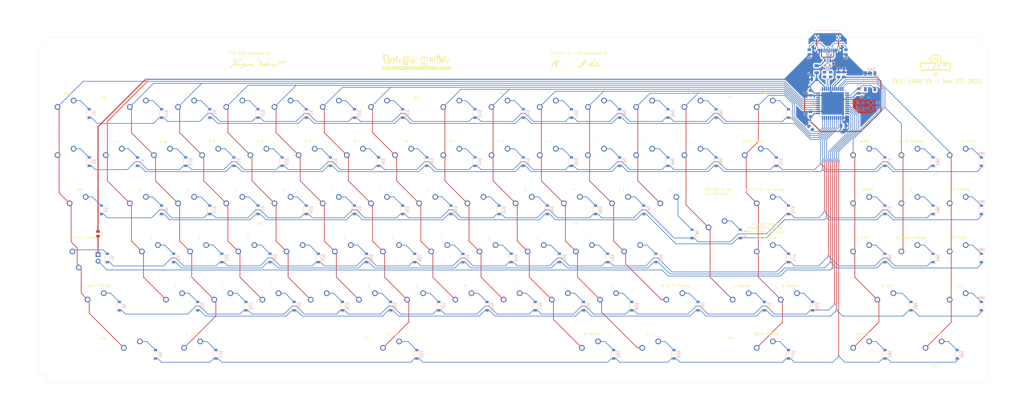
<source format=kicad_pcb>
(kicad_pcb (version 20171130) (host pcbnew 5.1.9)
  (layers (0 F.Cu signal) (31 B.Cu signal) (34 B.Paste user) (35 F.Paste user) (36 B.SilkS user) (37 F.SilkS user) (38 B.Mask user) (39 F.Mask user) (44 Edge.Cuts user))
  (net 0 "")
  (net 1 GND)
  (net 2 "Net-(C1-Pad1)")
  (net 3 "Net-(C2-Pad1)")
  (net 4 "Net-(C3-Pad1)")
  (net 5 +5V)
  (net 6 "Net-(D1-Pad2)")
  (net 7 ROW0)
  (net 8 "Net-(D2-Pad2)")
  (net 9 ROW2)
  (net 10 "Net-(D3-Pad2)")
  (net 11 ROW4)
  (net 12 "Net-(D4-Pad2)")
  (net 13 ROW6)
  (net 14 "Net-(D5-Pad2)")
  (net 15 "Net-(D6-Pad2)")
  (net 16 "Net-(D7-Pad2)")
  (net 17 ROW3)
  (net 18 "Net-(D8-Pad2)")
  (net 19 ROW5)
  (net 20 "Net-(D9-Pad2)")
  (net 21 "Net-(D10-Pad2)")
  (net 22 "Net-(D11-Pad2)")
  (net 23 "Net-(D12-Pad2)")
  (net 24 "Net-(D13-Pad2)")
  (net 25 "Net-(D14-Pad2)")
  (net 26 "Net-(D15-Pad2)")
  (net 27 "Net-(D16-Pad2)")
  (net 28 "Net-(D17-Pad2)")
  (net 29 ROW1)
  (net 30 "Net-(D18-Pad2)")
  (net 31 "Net-(D19-Pad2)")
  (net 32 "Net-(D20-Pad2)")
  (net 33 "Net-(D21-Pad2)")
  (net 34 "Net-(D22-Pad2)")
  (net 35 "Net-(D23-Pad2)")
  (net 36 "Net-(D24-Pad2)")
  (net 37 "Net-(D25-Pad2)")
  (net 38 "Net-(D26-Pad2)")
  (net 39 "Net-(D27-Pad2)")
  (net 40 "Net-(D28-Pad2)")
  (net 41 "Net-(D29-Pad2)")
  (net 42 "Net-(D30-Pad2)")
  (net 43 "Net-(D31-Pad2)")
  (net 44 "Net-(D32-Pad2)")
  (net 45 "Net-(D33-Pad2)")
  (net 46 "Net-(D34-Pad2)")
  (net 47 "Net-(D35-Pad2)")
  (net 48 "Net-(D36-Pad2)")
  (net 49 "Net-(D37-Pad2)")
  (net 50 "Net-(D38-Pad2)")
  (net 51 "Net-(D39-Pad2)")
  (net 52 "Net-(D40-Pad2)")
  (net 53 "Net-(D41-Pad2)")
  (net 54 "Net-(D42-Pad2)")
  (net 55 "Net-(D43-Pad2)")
  (net 56 "Net-(D44-Pad2)")
  (net 57 "Net-(D45-Pad2)")
  (net 58 "Net-(D46-Pad2)")
  (net 59 "Net-(D47-Pad2)")
  (net 60 "Net-(D48-Pad2)")
  (net 61 "Net-(D49-Pad2)")
  (net 62 "Net-(D50-Pad2)")
  (net 63 "Net-(D51-Pad2)")
  (net 64 "Net-(D52-Pad2)")
  (net 65 "Net-(D53-Pad2)")
  (net 66 "Net-(D54-Pad2)")
  (net 67 "Net-(D55-Pad2)")
  (net 68 "Net-(D56-Pad2)")
  (net 69 "Net-(D57-Pad2)")
  (net 70 "Net-(D58-Pad2)")
  (net 71 "Net-(D59-Pad2)")
  (net 72 "Net-(D60-Pad2)")
  (net 73 "Net-(D61-Pad2)")
  (net 74 "Net-(D62-Pad2)")
  (net 75 "Net-(D63-Pad2)")
  (net 76 "Net-(D64-Pad2)")
  (net 77 "Net-(D65-Pad2)")
  (net 78 "Net-(D66-Pad2)")
  (net 79 "Net-(D67-Pad2)")
  (net 80 "Net-(D68-Pad2)")
  (net 81 "Net-(D69-Pad2)")
  (net 82 "Net-(D70-Pad2)")
  (net 83 "Net-(D71-Pad2)")
  (net 84 "Net-(D72-Pad2)")
  (net 85 "Net-(D73-Pad2)")
  (net 86 "Net-(D74-Pad2)")
  (net 87 "Net-(D75-Pad2)")
  (net 88 "Net-(D76-Pad2)")
  (net 89 "Net-(D77-Pad2)")
  (net 90 "Net-(D78-Pad2)")
  (net 91 "Net-(D79-Pad2)")
  (net 92 "Net-(D80-Pad2)")
  (net 93 "Net-(D81-Pad2)")
  (net 94 "Net-(D82-Pad2)")
  (net 95 "Net-(D83-Pad2)")
  (net 96 "Net-(D84-Pad2)")
  (net 97 "Net-(D85-Pad2)")
  (net 98 "Net-(D86-Pad2)")
  (net 99 "Net-(D87-Pad2)")
  (net 100 "Net-(D88-Pad2)")
  (net 101 "Net-(D89-Pad2)")
  (net 102 "Net-(D90-Pad2)")
  (net 103 VCC)
  (net 104 "Net-(J1-PadB8)")
  (net 105 "Net-(J1-PadA5)")
  (net 106 "Net-(J1-PadA8)")
  (net 107 "Net-(J1-PadB5)")
  (net 108 COL0)
  (net 109 CAPSGND)
  (net 110 CAPSLED)
  (net 111 COL1)
  (net 112 COL2)
  (net 113 COL3)
  (net 114 COL4)
  (net 115 COL5)
  (net 116 COL6)
  (net 117 COL7)
  (net 118 COL8)
  (net 119 "Net-(R1-Pad2)")
  (net 120 "Net-(R4-Pad2)")
  (net 121 "Net-(U1-Pad42)")
  (net 122 "Net-(U1-Pad12)")
  (net 123 "Net-(U1-Pad1)")
  (net 124 COL9)
  (net 125 ROW8)
  (net 126 ROW10)
  (net 127 ROW7)
  (net 128 ROW9)
  (net 129 "Net-(U1-Pad8)")
  (net 130 /DP)
  (net 131 /DN)
  (net 132 "Net-(R2-Pad1)")
  (net 133 "Net-(R3-Pad1)")
  (module MX_Only:MXOnly-1U-NoLED (layer F.Cu) (at 323.85 28.575)
    (fp_text reference MX78)
    (fp_text value "7 HOME" (at 0 -7.9375) (layer F.SilkS))
    (pad 2 thru_hole circle (at 2.54 -5.08) (size 2.25 2.25) (drill 1.47) (layers *.Cu B.Mask) (net 90 "Net-(D78-Pad2)"))
    (pad "" np_thru_hole circle (at 0 0) (size 3.9878 3.9878) (drill 3.9878) (layers *.Cu *.Mask))
    (pad 1 thru_hole circle (at -3.81 -2.54) (size 2.25 2.25) (drill 1.47) (layers *.Cu B.Mask) (net 118 COL8))
    (pad "" np_thru_hole circle (at -5.08 0 48.0996) (size 1.75 1.75) (drill 1.75) (layers *.Cu *.Mask))
    (pad "" np_thru_hole circle (at 5.08 0 48.0996) (size 1.75 1.75) (drill 1.75) (layers *.Cu *.Mask))
  )
  (module MountingHole:MountingHole_3.2mm_M3 (layer F.Cu) (at 352.425 112.7125)
    (fp_text reference M10 (at 0 -3.175) (layer F.SilkS))
    (fp_text value MountingHole_3.2mm_M3)
    (pad 1 np_thru_hole circle (at 0 0) (size 3.2 3.2) (drill 3.2) (layers *.Cu *.Mask))
  )
  (module MountingHole:MountingHole_3.2mm_M3 (layer F.Cu) (at 85.725 57.15)
    (fp_text reference M3 (at 0 -3.96875) (layer F.SilkS))
    (fp_text value MountingHole_3.2mm_M3)
    (pad 1 np_thru_hole circle (at 0 0) (size 3.2 3.2) (drill 3.2) (layers *.Cu *.Mask))
  )
  (module MountingHole:MountingHole_3.2mm_M3 (layer F.Cu) (at 352.425 38.1)
    (fp_text reference M5 (at 0 -3.96875) (layer F.SilkS))
    (fp_text value MountingHole_3.2mm_M3)
    (pad 1 np_thru_hole circle (at 0 0) (size 3.2 3.2) (drill 3.2) (layers *.Cu *.Mask))
  )
  (module MountingHole:MountingHole_3.2mm_M3 (layer F.Cu) (at 147.6375 7.14375)
    (fp_text reference M2 (at 0 -3.96875) (layer F.SilkS))
    (fp_text value MountingHole_3.2mm_M3)
    (pad 1 np_thru_hole circle (at 0 0) (size 3.2 3.2) (drill 3.2) (layers *.Cu *.Mask))
  )
  (module MountingHole:MountingHole_3.2mm_M3 (layer F.Cu) (at 210.34375 57.15)
    (fp_text reference M8 (at 0 -3.96875) (layer F.SilkS))
    (fp_text value MountingHole_3.2mm_M3)
    (pad 1 np_thru_hole circle (at 0 0) (size 3.2 3.2) (drill 3.2) (layers *.Cu *.Mask))
  )
  (module Interrogative:RIda (layer F.Cu) (at 210.34375 -10.31875)
    (fp_text reference G4 hide)
    (fp_text value LOGO hide)
  )
  (module Interrogative:MySig (layer F.Cu) (at 85.725 -10.31875)
    (fp_text reference G2 hide)
    (fp_text value LOGO hide)
  )
  (module Interrogative:IPrefs (layer F.Cu) (at 352.425 -9.525)
    (fp_text reference G4 hide)
    (fp_text value LOGO hide)
  )
  (module Interrogative:Interrogative (layer F.Cu) (at 147.6375 -11.1125)
    (fp_text reference G1 hide)
    (fp_text value LOGO hide)
  )
  (module MountingHole:MountingHole_3.2mm_M3 (layer F.Cu) (at 127.79375 102.39375)
    (fp_text reference M7 (at 0 -3.96875) (layer F.SilkS))
    (fp_text value MountingHole_3.2mm_M3)
    (pad 1 np_thru_hole circle (at 0 0) (size 3.2 3.2) (drill 3.2) (layers *.Cu *.Mask))
  )
  (module MountingHole:MountingHole_3.2mm_M3 (layer F.Cu) (at 271.4625 102.39375)
    (fp_text reference M9 (at 0 -3.96875) (layer F.SilkS))
    (fp_text value MountingHole_3.2mm_M3)
    (pad 1 np_thru_hole circle (at 0 0) (size 3.2 3.2) (drill 3.2) (layers *.Cu *.Mask))
  )
  (module MountingHole:MountingHole_3.2mm_M3 (layer F.Cu) (at 23.8125 102.39375)
    (fp_text reference M6 (at 0 -3.96875) (layer F.SilkS))
    (fp_text value MountingHole_3.2mm_M3)
    (pad 1 np_thru_hole circle (at 0 0) (size 3.2 3.2) (drill 3.2) (layers *.Cu *.Mask))
  )
  (module Connector_USB:USB_C_Receptacle_HRO_TYPE-C-31-M-12 (layer B.Cu) (at 309.940198 -19.3675)
    (fp_text reference J1 (at 0 5.645) (layer B.SilkS) (effects (justify mirror)))
    (fp_text value USB_C_Receptacle_USB2.0)
    (pad S1 thru_hole oval (at 4.32 -1.05) (size 1 1.6) (drill oval 0.6 1.2) (layers *.Cu *.Mask) (net 1 GND))
    (pad "" np_thru_hole circle (at 2.89 2.6) (size 0.65 0.65) (drill 0.65) (layers *.Cu *.Mask))
    (pad S1 thru_hole oval (at -4.32 -1.05) (size 1 1.6) (drill oval 0.6 1.2) (layers *.Cu *.Mask) (net 1 GND))
    (pad "" np_thru_hole circle (at -2.89 2.6) (size 0.65 0.65) (drill 0.65) (layers *.Cu *.Mask))
    (pad S1 thru_hole oval (at -4.32 3.13) (size 1 2.1) (drill oval 0.6 1.7) (layers *.Cu *.Mask) (net 1 GND))
    (pad S1 thru_hole oval (at 4.32 3.13) (size 1 2.1) (drill oval 0.6 1.7) (layers *.Cu *.Mask) (net 1 GND))
    (pad A6 smd rect (at -0.25 4.045) (size 0.3 1.45) (layers B.Cu B.Paste B.Mask) (net 130 /DP))
    (pad B5 smd rect (at 1.75 4.045) (size 0.3 1.45) (layers B.Cu B.Paste B.Mask) (net 107 "Net-(J1-PadB5)"))
    (pad A8 smd rect (at 1.25 4.045) (size 0.3 1.45) (layers B.Cu B.Paste B.Mask) (net 106 "Net-(J1-PadA8)"))
    (pad B6 smd rect (at 0.75 4.045) (size 0.3 1.45) (layers B.Cu B.Paste B.Mask) (net 130 /DP))
    (pad A7 smd rect (at 0.25 4.045) (size 0.3 1.45) (layers B.Cu B.Paste B.Mask) (net 131 /DN))
    (pad B7 smd rect (at -0.75 4.045) (size 0.3 1.45) (layers B.Cu B.Paste B.Mask) (net 131 /DN))
    (pad A5 smd rect (at -1.25 4.045) (size 0.3 1.45) (layers B.Cu B.Paste B.Mask) (net 105 "Net-(J1-PadA5)"))
    (pad B8 smd rect (at -1.75 4.045) (size 0.3 1.45) (layers B.Cu B.Paste B.Mask) (net 104 "Net-(J1-PadB8)"))
    (pad A12 smd rect (at 3.25 4.045) (size 0.6 1.45) (layers B.Cu B.Paste B.Mask) (net 1 GND))
    (pad B4 smd rect (at 2.45 4.045) (size 0.6 1.45) (layers B.Cu B.Paste B.Mask) (net 103 VCC))
    (pad A4 smd rect (at -2.45 4.045) (size 0.6 1.45) (layers B.Cu B.Paste B.Mask) (net 103 VCC))
    (pad A1 smd rect (at -3.25 4.045) (size 0.6 1.45) (layers B.Cu B.Paste B.Mask) (net 1 GND))
    (pad B12 smd rect (at -3.25 4.045) (size 0.6 1.45) (layers B.Cu B.Paste B.Mask) (net 1 GND))
    (pad B9 smd rect (at -2.45 4.045) (size 0.6 1.45) (layers B.Cu B.Paste B.Mask) (net 103 VCC))
    (pad A9 smd rect (at 2.45 4.045) (size 0.6 1.45) (layers B.Cu B.Paste B.Mask) (net 103 VCC))
    (pad B1 smd rect (at 3.25 4.045) (size 0.6 1.45) (layers B.Cu B.Paste B.Mask) (net 1 GND))
  )
  (module Resistor_SMD:R_0805_2012Metric (layer B.Cu) (at 322.2625 0.66675 90)
    (fp_text reference R1 (at 2.25425 0 180) (layer B.SilkS) (effects (justify mirror)))
    (fp_text value 10K)
    (pad 2 smd roundrect (at 0.9125 0 90) (size 1.025 1.4) (layers B.Cu B.Paste B.Mask) (roundrect_rratio 0.2439004878048781) (net 119 "Net-(R1-Pad2)"))
    (pad 1 smd roundrect (at -0.9125 0 90) (size 1.025 1.4) (layers B.Cu B.Paste B.Mask) (roundrect_rratio 0.2439004878048781) (net 5 +5V))
  )
  (module MX_Only:MXOnly-1.75U-Rotated (layer F.Cu) (at 16.66875 66.675)
    (fp_text reference MX4)
    (fp_text value "CTRL CAPSL" (at 0 -7.9375) (layer F.SilkS))
    (pad "" np_thru_hole circle (at 0 -5.08 138.0996) (size 1.75 1.75) (drill 1.75) (layers *.Cu *.Mask))
    (pad "" np_thru_hole circle (at 0 5.08 138.0996) (size 1.75 1.75) (drill 1.75) (layers *.Cu *.Mask))
    (pad 4 thru_hole rect (at 5.08 -1.27 90) (size 1.905 1.905) (drill 1.04) (layers *.Cu B.Mask) (net 109 CAPSGND))
    (pad 3 thru_hole circle (at 5.08 1.27 90) (size 1.905 1.905) (drill 1.04) (layers *.Cu B.Mask) (net 110 CAPSLED))
    (pad 1 thru_hole circle (at -2.54 3.81 90) (size 2.25 2.25) (drill 1.47) (layers *.Cu B.Mask) (net 108 COL0))
    (pad "" np_thru_hole circle (at 0 0 90) (size 3.9878 3.9878) (drill 3.9878) (layers *.Cu *.Mask))
    (pad 2 thru_hole circle (at -5.08 -2.54 90) (size 2.25 2.25) (drill 1.47) (layers *.Cu B.Mask) (net 12 "Net-(D4-Pad2)"))
  )
  (module MountingHole:MountingHole_3.2mm_M3 (layer F.Cu) (at 271.4625 7.14375)
    (fp_text reference M4 (at 0 -3.96875) (layer F.SilkS))
    (fp_text value MountingHole_3.2mm_M3)
    (pad 1 np_thru_hole circle (at 0 0) (size 3.2 3.2) (drill 3.2) (layers *.Cu *.Mask))
  )
  (module MountingHole:MountingHole_3.2mm_M3 (layer F.Cu) (at 23.8125 7.14375)
    (fp_text reference M1 (at 0 -3.96875) (layer F.SilkS))
    (fp_text value MountingHole_3.2mm_M3)
    (pad 1 np_thru_hole circle (at 0 0) (size 3.2 3.2) (drill 3.2) (layers *.Cu *.Mask))
  )
  (module MX_Only:MXOnly-1U-NoLED (layer F.Cu) (at 285.75 47.625)
    (fp_text reference MX73)
    (fp_text value HELP (at -6.35 -7.9375) (layer F.SilkS))
    (pad 2 thru_hole circle (at 2.54 -5.08) (size 2.25 2.25) (drill 1.47) (layers *.Cu B.Mask) (net 85 "Net-(D73-Pad2)"))
    (pad "" np_thru_hole circle (at 0 0) (size 3.9878 3.9878) (drill 3.9878) (layers *.Cu *.Mask))
    (pad 1 thru_hole circle (at -3.81 -2.54) (size 2.25 2.25) (drill 1.47) (layers *.Cu B.Mask) (net 117 COL7))
    (pad "" np_thru_hole circle (at -5.08 0 48.0996) (size 1.75 1.75) (drill 1.75) (layers *.Cu *.Mask))
    (pad "" np_thru_hole circle (at 5.08 0 48.0996) (size 1.75 1.75) (drill 1.75) (layers *.Cu *.Mask))
  )
  (module MX_Only:MXOnly-sJL-NoLED (layer F.Cu) (at 266.7 57.15)
    (fp_text reference MX70)
    (fp_text value RETURN (at -2.38125 -17.4625 180) (layer F.SilkS))
    (pad "" np_thru_hole circle (at -8.255 11.90625 270) (size 3.9878 3.9878) (drill 3.9878) (layers *.Cu *.Mask))
    (pad "" np_thru_hole circle (at -8.255 -11.90625 270) (size 3.9878 3.9878) (drill 3.9878) (layers *.Cu *.Mask))
    (pad "" np_thru_hole circle (at 6.985 11.90625 270) (size 3.048 3.048) (drill 3.048) (layers *.Cu *.Mask))
    (pad "" np_thru_hole circle (at 6.985 -11.90625 270) (size 3.048 3.048) (drill 3.048) (layers *.Cu *.Mask))
    (pad "" np_thru_hole circle (at 5.08 0 48.0996) (size 1.75 1.75) (drill 1.75) (layers *.Cu *.Mask))
    (pad "" np_thru_hole circle (at -5.08 0 48.0996) (size 1.75 1.75) (drill 1.75) (layers *.Cu *.Mask))
    (pad 1 thru_hole circle (at -3.81 -2.54) (size 2.25 2.25) (drill 1.47) (layers *.Cu B.Mask) (net 116 COL6))
    (pad "" np_thru_hole circle (at 0 0) (size 3.9878 3.9878) (drill 3.9878) (layers *.Cu *.Mask))
    (pad 2 thru_hole circle (at 2.54 -5.08) (size 2.25 2.25) (drill 1.47) (layers *.Cu B.Mask) (net 82 "Net-(D70-Pad2)"))
  )
  (module MX_Only:MXOnly-1U-NoLED (layer F.Cu) (at 157.1625 66.675)
    (fp_text reference MX41)
    (fp_text value J (at 0 -7.9375) (layer F.SilkS))
    (pad 2 thru_hole circle (at 2.54 -5.08) (size 2.25 2.25) (drill 1.47) (layers *.Cu B.Mask) (net 53 "Net-(D41-Pad2)"))
    (pad "" np_thru_hole circle (at 0 0) (size 3.9878 3.9878) (drill 3.9878) (layers *.Cu *.Mask))
    (pad 1 thru_hole circle (at -3.81 -2.54) (size 2.25 2.25) (drill 1.47) (layers *.Cu B.Mask) (net 113 COL3))
    (pad "" np_thru_hole circle (at -5.08 0 48.0996) (size 1.75 1.75) (drill 1.75) (layers *.Cu *.Mask))
    (pad "" np_thru_hole circle (at 5.08 0 48.0996) (size 1.75 1.75) (drill 1.75) (layers *.Cu *.Mask))
  )
  (module random-keyboard-parts:SOT143B (layer B.Cu) (at 309.94525 -10.414 180)
    (fp_text reference U2 (at -2.38125 -0.127 90) (layer B.SilkS) (effects (justify mirror)))
    (fp_text value PRTR5V0U2X)
    (pad 1 smd rect (at -1 0.75 270) (size 1 0.7) (layers B.Cu B.Paste B.Mask) (net 1 GND))
    (pad 4 smd rect (at 1 0.95 270) (size 0.6 0.7) (layers B.Cu B.Paste B.Mask) (net 103 VCC))
    (pad 2 smd rect (at -1 -0.95 270) (size 0.6 0.7) (layers B.Cu B.Paste B.Mask) (net 130 /DP))
    (pad 3 smd rect (at 1 -0.95 270) (size 0.6 0.7) (layers B.Cu B.Paste B.Mask) (net 131 /DN))
  )
  (module MX_Only:MXOnly-1.25U-NoLED (layer F.Cu) (at 35.71875 104.775)
    (fp_text reference MX6)
    (fp_text value "L ALT")
    (pad 2 thru_hole circle (at 2.54 -5.08) (size 2.25 2.25) (drill 1.47) (layers *.Cu B.Mask) (net 15 "Net-(D6-Pad2)"))
    (pad "" np_thru_hole circle (at 0 0) (size 3.9878 3.9878) (drill 3.9878) (layers *.Cu *.Mask))
    (pad 1 thru_hole circle (at -3.81 -2.54) (size 2.25 2.25) (drill 1.47) (layers *.Cu B.Mask) (net 108 COL0))
    (pad "" np_thru_hole circle (at -5.08 0 48.0996) (size 1.75 1.75) (drill 1.75) (layers *.Cu *.Mask))
    (pad "" np_thru_hole circle (at 5.08 0 48.0996) (size 1.75 1.75) (drill 1.75) (layers *.Cu *.Mask))
  )
  (module Crystal:Crystal_SMD_3225-4Pin_3.2x2.5mm (layer B.Cu) (at 323.05625 6.35 90)
    (fp_text reference Y1 (at 3.1115 0.15875 180) (layer B.SilkS) (effects (justify mirror)))
    (fp_text value 16MHz)
    (pad 4 smd rect (at -1.1 0.85 90) (size 1.4 1.2) (layers B.Cu B.Paste B.Mask) (net 1 GND))
    (pad 3 smd rect (at 1.1 0.85 90) (size 1.4 1.2) (layers B.Cu B.Paste B.Mask) (net 4 "Net-(C3-Pad1)"))
    (pad 2 smd rect (at 1.1 -0.85 90) (size 1.4 1.2) (layers B.Cu B.Paste B.Mask) (net 1 GND))
    (pad 1 smd rect (at -1.1 -0.85 90) (size 1.4 1.2) (layers B.Cu B.Paste B.Mask) (net 3 "Net-(C2-Pad1)"))
  )
  (module Package_QFP:TQFP-44_10x10mm_P0.8mm (layer B.Cu) (at 311.94375 5.55625 270)
    (fp_text reference U1 (at 0 7.45) (layer B.SilkS) (effects (justify mirror)))
    (fp_text value ATmega32U4RC-AU)
    (pad 44 smd rect (at -4 5.7 180) (size 1.5 0.55) (layers B.Cu B.Paste B.Mask) (net 5 +5V))
    (pad 43 smd rect (at -3.2 5.7 180) (size 1.5 0.55) (layers B.Cu B.Paste B.Mask) (net 1 GND))
    (pad 42 smd rect (at -2.4 5.7 180) (size 1.5 0.55) (layers B.Cu B.Paste B.Mask) (net 121 "Net-(U1-Pad42)"))
    (pad 41 smd rect (at -1.6 5.7 180) (size 1.5 0.55) (layers B.Cu B.Paste B.Mask) (net 108 COL0))
    (pad 40 smd rect (at -0.8 5.7 180) (size 1.5 0.55) (layers B.Cu B.Paste B.Mask) (net 111 COL1))
    (pad 39 smd rect (at 0 5.7 180) (size 1.5 0.55) (layers B.Cu B.Paste B.Mask) (net 112 COL2))
    (pad 38 smd rect (at 0.8 5.7 180) (size 1.5 0.55) (layers B.Cu B.Paste B.Mask) (net 113 COL3))
    (pad 37 smd rect (at 1.6 5.7 180) (size 1.5 0.55) (layers B.Cu B.Paste B.Mask) (net 114 COL4))
    (pad 36 smd rect (at 2.4 5.7 180) (size 1.5 0.55) (layers B.Cu B.Paste B.Mask) (net 115 COL5))
    (pad 35 smd rect (at 3.2 5.7 180) (size 1.5 0.55) (layers B.Cu B.Paste B.Mask) (net 1 GND))
    (pad 34 smd rect (at 4 5.7 180) (size 1.5 0.55) (layers B.Cu B.Paste B.Mask) (net 5 +5V))
    (pad 33 smd rect (at 5.7 4 270) (size 1.5 0.55) (layers B.Cu B.Paste B.Mask) (net 120 "Net-(R4-Pad2)"))
    (pad 32 smd rect (at 5.7 3.2 270) (size 1.5 0.55) (layers B.Cu B.Paste B.Mask) (net 116 COL6))
    (pad 31 smd rect (at 5.7 2.4 270) (size 1.5 0.55) (layers B.Cu B.Paste B.Mask) (net 117 COL7))
    (pad 30 smd rect (at 5.7 1.6 270) (size 1.5 0.55) (layers B.Cu B.Paste B.Mask) (net 7 ROW0))
    (pad 29 smd rect (at 5.7 0.8 270) (size 1.5 0.55) (layers B.Cu B.Paste B.Mask) (net 29 ROW1))
    (pad 28 smd rect (at 5.7 0 270) (size 1.5 0.55) (layers B.Cu B.Paste B.Mask) (net 9 ROW2))
    (pad 27 smd rect (at 5.7 -0.8 270) (size 1.5 0.55) (layers B.Cu B.Paste B.Mask) (net 17 ROW3))
    (pad 26 smd rect (at 5.7 -1.6 270) (size 1.5 0.55) (layers B.Cu B.Paste B.Mask) (net 11 ROW4))
    (pad 25 smd rect (at 5.7 -2.4 270) (size 1.5 0.55) (layers B.Cu B.Paste B.Mask) (net 19 ROW5))
    (pad 24 smd rect (at 5.7 -3.2 270) (size 1.5 0.55) (layers B.Cu B.Paste B.Mask) (net 5 +5V))
    (pad 23 smd rect (at 5.7 -4 270) (size 1.5 0.55) (layers B.Cu B.Paste B.Mask) (net 1 GND))
    (pad 22 smd rect (at 4 -5.7 180) (size 1.5 0.55) (layers B.Cu B.Paste B.Mask) (net 13 ROW6))
    (pad 21 smd rect (at 3.2 -5.7 180) (size 1.5 0.55) (layers B.Cu B.Paste B.Mask) (net 127 ROW7))
    (pad 20 smd rect (at 2.4 -5.7 180) (size 1.5 0.55) (layers B.Cu B.Paste B.Mask) (net 110 CAPSLED))
    (pad 19 smd rect (at 1.6 -5.7 180) (size 1.5 0.55) (layers B.Cu B.Paste B.Mask) (net 125 ROW8))
    (pad 18 smd rect (at 0.8 -5.7 180) (size 1.5 0.55) (layers B.Cu B.Paste B.Mask) (net 128 ROW9))
    (pad 17 smd rect (at 0 -5.7 180) (size 1.5 0.55) (layers B.Cu B.Paste B.Mask) (net 3 "Net-(C2-Pad1)"))
    (pad 16 smd rect (at -0.8 -5.7 180) (size 1.5 0.55) (layers B.Cu B.Paste B.Mask) (net 4 "Net-(C3-Pad1)"))
    (pad 15 smd rect (at -1.6 -5.7 180) (size 1.5 0.55) (layers B.Cu B.Paste B.Mask) (net 1 GND))
    (pad 14 smd rect (at -2.4 -5.7 180) (size 1.5 0.55) (layers B.Cu B.Paste B.Mask) (net 5 +5V))
    (pad 13 smd rect (at -3.2 -5.7 180) (size 1.5 0.55) (layers B.Cu B.Paste B.Mask) (net 119 "Net-(R1-Pad2)"))
    (pad 12 smd rect (at -4 -5.7 180) (size 1.5 0.55) (layers B.Cu B.Paste B.Mask) (net 122 "Net-(U1-Pad12)"))
    (pad 11 smd rect (at -5.7 -4 270) (size 1.5 0.55) (layers B.Cu B.Paste B.Mask) (net 126 ROW10))
    (pad 10 smd rect (at -5.7 -3.2 270) (size 1.5 0.55) (layers B.Cu B.Paste B.Mask) (net 118 COL8))
    (pad 9 smd rect (at -5.7 -2.4 270) (size 1.5 0.55) (layers B.Cu B.Paste B.Mask) (net 124 COL9))
    (pad 8 smd rect (at -5.7 -1.6 270) (size 1.5 0.55) (layers B.Cu B.Paste B.Mask) (net 129 "Net-(U1-Pad8)"))
    (pad 7 smd rect (at -5.7 -0.8 270) (size 1.5 0.55) (layers B.Cu B.Paste B.Mask) (net 5 +5V))
    (pad 6 smd rect (at -5.7 0 270) (size 1.5 0.55) (layers B.Cu B.Paste B.Mask) (net 2 "Net-(C1-Pad1)"))
    (pad 5 smd rect (at -5.7 0.8 270) (size 1.5 0.55) (layers B.Cu B.Paste B.Mask) (net 1 GND))
    (pad 4 smd rect (at -5.7 1.6 270) (size 1.5 0.55) (layers B.Cu B.Paste B.Mask) (net 132 "Net-(R2-Pad1)"))
    (pad 3 smd rect (at -5.7 2.4 270) (size 1.5 0.55) (layers B.Cu B.Paste B.Mask) (net 133 "Net-(R3-Pad1)"))
    (pad 2 smd rect (at -5.7 3.2 270) (size 1.5 0.55) (layers B.Cu B.Paste B.Mask) (net 5 +5V))
    (pad 1 smd rect (at -5.7 4 270) (size 1.5 0.55) (layers B.Cu B.Paste B.Mask) (net 123 "Net-(U1-Pad1)"))
  )
  (module random-keyboard-parts:SKQG-1155865 (layer B.Cu) (at 326.73925 -3.175 90)
    (fp_text reference SW1 (at 4.7625 0.28575 180) (layer B.SilkS) (effects (justify mirror)))
    (fp_text value SW_Push)
    (pad 4 smd rect (at -3.1 -1.85 90) (size 1.8 1.1) (layers B.Cu B.Paste B.Mask))
    (pad 3 smd rect (at 3.1 1.85 90) (size 1.8 1.1) (layers B.Cu B.Paste B.Mask))
    (pad 2 smd rect (at -3.1 1.85 90) (size 1.8 1.1) (layers B.Cu B.Paste B.Mask) (net 119 "Net-(R1-Pad2)"))
    (pad 1 smd rect (at 3.1 -1.85 90) (size 1.8 1.1) (layers B.Cu B.Paste B.Mask) (net 1 GND))
  )
  (module Resistor_SMD:R_0805_2012Metric (layer F.Cu) (at 21.717 57.15 270)
    (fp_text reference R8 (at 0 -1.65 270) (layer F.SilkS))
    (fp_text value 330)
    (pad 2 smd roundrect (at 0.9125 0 270) (size 1.025 1.4) (layers F.Cu F.Paste F.Mask) (roundrect_rratio 0.2439004878048781) (net 109 CAPSGND))
    (pad 1 smd roundrect (at -0.9125 0 270) (size 1.025 1.4) (layers F.Cu F.Paste F.Mask) (roundrect_rratio 0.2439004878048781) (net 1 GND))
  )
  (module Resistor_SMD:R_0805_2012Metric (layer B.Cu) (at 302.7045 -14.732 270)
    (fp_text reference R6 (at 2.44475 -0.03175 180) (layer B.SilkS) (effects (justify mirror)))
    (fp_text value 5K1)
    (pad 2 smd roundrect (at 0.9125 0 270) (size 1.025 1.4) (layers B.Cu B.Paste B.Mask) (roundrect_rratio 0.2439004878048781) (net 1 GND))
    (pad 1 smd roundrect (at -0.9125 0 270) (size 1.025 1.4) (layers B.Cu B.Paste B.Mask) (roundrect_rratio 0.2439004878048781) (net 105 "Net-(J1-PadA5)"))
  )
  (module Resistor_SMD:R_0805_2012Metric (layer B.Cu) (at 317.15075 -14.732 270)
    (fp_text reference R5 (at 2.57175 -0.0635 180) (layer B.SilkS) (effects (justify mirror)))
    (fp_text value 5K1)
    (pad 2 smd roundrect (at 0.9125 0 270) (size 1.025 1.4) (layers B.Cu B.Paste B.Mask) (roundrect_rratio 0.2439004878048781) (net 1 GND))
    (pad 1 smd roundrect (at -0.9125 0 270) (size 1.025 1.4) (layers B.Cu B.Paste B.Mask) (roundrect_rratio 0.2439004878048781) (net 107 "Net-(J1-PadB5)"))
  )
  (module Resistor_SMD:R_0805_2012Metric (layer B.Cu) (at 303.2125 15.27175 315)
    (fp_text reference R4 (at -1.953206 1.953206 180) (layer B.SilkS) (effects (justify mirror)))
    (fp_text value 10k)
    (pad 2 smd roundrect (at 0.9125 0 315) (size 1.025 1.4) (layers B.Cu B.Paste B.Mask) (roundrect_rratio 0.2439004878048781) (net 120 "Net-(R4-Pad2)"))
    (pad 1 smd roundrect (at -0.9125 0 315) (size 1.025 1.4) (layers B.Cu B.Paste B.Mask) (roundrect_rratio 0.2439004878048781) (net 1 GND))
  )
  (module Resistor_SMD:R_0805_2012Metric (layer B.Cu) (at 308.64525 -5.853966 90)
    (fp_text reference R3 (at 2.749284 0.0285 90) (layer B.SilkS) (effects (justify mirror)))
    (fp_text value 22)
    (pad 2 smd roundrect (at 0.9125 0 90) (size 1.025 1.4) (layers B.Cu B.Paste B.Mask) (roundrect_rratio 0.2439004878048781) (net 131 /DN))
    (pad 1 smd roundrect (at -0.9125 0 90) (size 1.025 1.4) (layers B.Cu B.Paste B.Mask) (roundrect_rratio 0.2439004878048781) (net 133 "Net-(R3-Pad1)"))
  )
  (module Resistor_SMD:R_0805_2012Metric (layer B.Cu) (at 311.1775 -5.853966 90)
    (fp_text reference R2 (at 2.749284 -0.0275 90) (layer B.SilkS) (effects (justify mirror)))
    (fp_text value 22)
    (pad 2 smd roundrect (at 0.9125 0 90) (size 1.025 1.4) (layers B.Cu B.Paste B.Mask) (roundrect_rratio 0.2439004878048781) (net 130 /DP))
    (pad 1 smd roundrect (at -0.9125 0 90) (size 1.025 1.4) (layers B.Cu B.Paste B.Mask) (roundrect_rratio 0.2439004878048781) (net 132 "Net-(R2-Pad1)"))
  )
  (module MX_Only:MXOnly-2U-NoLED (layer F.Cu) (at 352.425 104.775)
    (fp_text reference MX90)
    (fp_text value ENTER (at 0 -7.9375) (layer F.SilkS))
    (pad 2 thru_hole circle (at 2.54 -5.08) (size 2.25 2.25) (drill 1.47) (layers *.Cu B.Mask) (net 102 "Net-(D90-Pad2)"))
    (pad "" np_thru_hole circle (at 0 0) (size 3.9878 3.9878) (drill 3.9878) (layers *.Cu *.Mask))
    (pad 1 thru_hole circle (at -3.81 -2.54) (size 2.25 2.25) (drill 1.47) (layers *.Cu B.Mask) (net 124 COL9))
    (pad "" np_thru_hole circle (at -5.08 0 48.0996) (size 1.75 1.75) (drill 1.75) (layers *.Cu *.Mask))
    (pad "" np_thru_hole circle (at 5.08 0 48.0996) (size 1.75 1.75) (drill 1.75) (layers *.Cu *.Mask))
    (pad "" np_thru_hole circle (at -11.90625 -6.985) (size 3.048 3.048) (drill 3.048) (layers *.Cu *.Mask))
    (pad "" np_thru_hole circle (at 11.90625 -6.985) (size 3.048 3.048) (drill 3.048) (layers *.Cu *.Mask))
    (pad "" np_thru_hole circle (at -11.90625 8.255) (size 3.9878 3.9878) (drill 3.9878) (layers *.Cu *.Mask))
    (pad "" np_thru_hole circle (at 11.90625 8.255) (size 3.9878 3.9878) (drill 3.9878) (layers *.Cu *.Mask))
  )
  (module MX_Only:MXOnly-1U-NoLED (layer F.Cu) (at 361.95 85.725)
    (fp_text reference MX89)
    (fp_text value ". DEL" (at 0 -7.9375) (layer F.SilkS))
    (pad 2 thru_hole circle (at 2.54 -5.08) (size 2.25 2.25) (drill 1.47) (layers *.Cu B.Mask) (net 101 "Net-(D89-Pad2)"))
    (pad "" np_thru_hole circle (at 0 0) (size 3.9878 3.9878) (drill 3.9878) (layers *.Cu *.Mask))
    (pad 1 thru_hole circle (at -3.81 -2.54) (size 2.25 2.25) (drill 1.47) (layers *.Cu B.Mask) (net 124 COL9))
    (pad "" np_thru_hole circle (at -5.08 0 48.0996) (size 1.75 1.75) (drill 1.75) (layers *.Cu *.Mask))
    (pad "" np_thru_hole circle (at 5.08 0 48.0996) (size 1.75 1.75) (drill 1.75) (layers *.Cu *.Mask))
  )
  (module MX_Only:MXOnly-1U-NoLED (layer F.Cu) (at 361.95 66.675)
    (fp_text reference MX88)
    (fp_text value "3 PGDN" (at 0 -7.9375) (layer F.SilkS))
    (pad 2 thru_hole circle (at 2.54 -5.08) (size 2.25 2.25) (drill 1.47) (layers *.Cu B.Mask) (net 100 "Net-(D88-Pad2)"))
    (pad "" np_thru_hole circle (at 0 0) (size 3.9878 3.9878) (drill 3.9878) (layers *.Cu *.Mask))
    (pad 1 thru_hole circle (at -3.81 -2.54) (size 2.25 2.25) (drill 1.47) (layers *.Cu B.Mask) (net 124 COL9))
    (pad "" np_thru_hole circle (at -5.08 0 48.0996) (size 1.75 1.75) (drill 1.75) (layers *.Cu *.Mask))
    (pad "" np_thru_hole circle (at 5.08 0 48.0996) (size 1.75 1.75) (drill 1.75) (layers *.Cu *.Mask))
  )
  (module MX_Only:MXOnly-1U-NoLED (layer F.Cu) (at 361.95 47.625)
    (fp_text reference MX87)
    (fp_text value "6 R ARROW" (at 0 -7.9375) (layer F.SilkS))
    (pad 2 thru_hole circle (at 2.54 -5.08) (size 2.25 2.25) (drill 1.47) (layers *.Cu B.Mask) (net 99 "Net-(D87-Pad2)"))
    (pad "" np_thru_hole circle (at 0 0) (size 3.9878 3.9878) (drill 3.9878) (layers *.Cu *.Mask))
    (pad 1 thru_hole circle (at -3.81 -2.54) (size 2.25 2.25) (drill 1.47) (layers *.Cu B.Mask) (net 124 COL9))
    (pad "" np_thru_hole circle (at -5.08 0 48.0996) (size 1.75 1.75) (drill 1.75) (layers *.Cu *.Mask))
    (pad "" np_thru_hole circle (at 5.08 0 48.0996) (size 1.75 1.75) (drill 1.75) (layers *.Cu *.Mask))
  )
  (module MX_Only:MXOnly-1U-NoLED (layer F.Cu) (at 361.95 28.575)
    (fp_text reference MX86)
    (fp_text value "9 PGUP" (at 3.96875 -7.9375) (layer F.SilkS))
    (pad 2 thru_hole circle (at 2.54 -5.08) (size 2.25 2.25) (drill 1.47) (layers *.Cu B.Mask) (net 98 "Net-(D86-Pad2)"))
    (pad "" np_thru_hole circle (at 0 0) (size 3.9878 3.9878) (drill 3.9878) (layers *.Cu *.Mask))
    (pad 1 thru_hole circle (at -3.81 -2.54) (size 2.25 2.25) (drill 1.47) (layers *.Cu B.Mask) (net 124 COL9))
    (pad "" np_thru_hole circle (at -5.08 0 48.0996) (size 1.75 1.75) (drill 1.75) (layers *.Cu *.Mask))
    (pad "" np_thru_hole circle (at 5.08 0 48.0996) (size 1.75 1.75) (drill 1.75) (layers *.Cu *.Mask))
  )
  (module MX_Only:MXOnly-1U-NoLED (layer F.Cu) (at 342.9 66.675)
    (fp_text reference MX85)
    (fp_text value "2 DOWN ARROW" (at 0 -7.9375) (layer F.SilkS))
    (pad 2 thru_hole circle (at 2.54 -5.08) (size 2.25 2.25) (drill 1.47) (layers *.Cu B.Mask) (net 97 "Net-(D85-Pad2)"))
    (pad "" np_thru_hole circle (at 0 0) (size 3.9878 3.9878) (drill 3.9878) (layers *.Cu *.Mask))
    (pad 1 thru_hole circle (at -3.81 -2.54) (size 2.25 2.25) (drill 1.47) (layers *.Cu B.Mask) (net 118 COL8))
    (pad "" np_thru_hole circle (at -5.08 0 48.0996) (size 1.75 1.75) (drill 1.75) (layers *.Cu *.Mask))
    (pad "" np_thru_hole circle (at 5.08 0 48.0996) (size 1.75 1.75) (drill 1.75) (layers *.Cu *.Mask))
  )
  (module MX_Only:MXOnly-1U-NoLED (layer F.Cu) (at 342.9 47.625)
    (fp_text reference MX84)
    (fp_text value 5 (at 0 -7.9375) (layer F.SilkS))
    (pad 2 thru_hole circle (at 2.54 -5.08) (size 2.25 2.25) (drill 1.47) (layers *.Cu B.Mask) (net 96 "Net-(D84-Pad2)"))
    (pad "" np_thru_hole circle (at 0 0) (size 3.9878 3.9878) (drill 3.9878) (layers *.Cu *.Mask))
    (pad 1 thru_hole circle (at -3.81 -2.54) (size 2.25 2.25) (drill 1.47) (layers *.Cu B.Mask) (net 118 COL8))
    (pad "" np_thru_hole circle (at -5.08 0 48.0996) (size 1.75 1.75) (drill 1.75) (layers *.Cu *.Mask))
    (pad "" np_thru_hole circle (at 5.08 0 48.0996) (size 1.75 1.75) (drill 1.75) (layers *.Cu *.Mask))
  )
  (module MX_Only:MXOnly-1U-NoLED (layer F.Cu) (at 342.9 28.575)
    (fp_text reference MX83)
    (fp_text value "8 UP ARROW" (at 0 -7.9375) (layer F.SilkS))
    (pad 2 thru_hole circle (at 2.54 -5.08) (size 2.25 2.25) (drill 1.47) (layers *.Cu B.Mask) (net 95 "Net-(D83-Pad2)"))
    (pad "" np_thru_hole circle (at 0 0) (size 3.9878 3.9878) (drill 3.9878) (layers *.Cu *.Mask))
    (pad 1 thru_hole circle (at -3.81 -2.54) (size 2.25 2.25) (drill 1.47) (layers *.Cu B.Mask) (net 118 COL8))
    (pad "" np_thru_hole circle (at -5.08 0 48.0996) (size 1.75 1.75) (drill 1.75) (layers *.Cu *.Mask))
    (pad "" np_thru_hole circle (at 5.08 0 48.0996) (size 1.75 1.75) (drill 1.75) (layers *.Cu *.Mask))
  )
  (module MX_Only:MXOnly-1U-NoLED (layer F.Cu) (at 323.85 104.775)
    (fp_text reference MX82)
    (fp_text value MINUS (at 0 -7.9375) (layer F.SilkS))
    (pad 2 thru_hole circle (at 2.54 -5.08) (size 2.25 2.25) (drill 1.47) (layers *.Cu B.Mask) (net 94 "Net-(D82-Pad2)"))
    (pad "" np_thru_hole circle (at 0 0) (size 3.9878 3.9878) (drill 3.9878) (layers *.Cu *.Mask))
    (pad 1 thru_hole circle (at -3.81 -2.54) (size 2.25 2.25) (drill 1.47) (layers *.Cu B.Mask) (net 118 COL8))
    (pad "" np_thru_hole circle (at -5.08 0 48.0996) (size 1.75 1.75) (drill 1.75) (layers *.Cu *.Mask))
    (pad "" np_thru_hole circle (at 5.08 0 48.0996) (size 1.75 1.75) (drill 1.75) (layers *.Cu *.Mask))
  )
  (module MX_Only:MXOnly-2U-NoLED (layer F.Cu) (at 333.375 85.725)
    (fp_text reference MX81)
    (fp_text value "0 INS" (at 0 -7.9375) (layer F.SilkS))
    (pad 2 thru_hole circle (at 2.54 -5.08) (size 2.25 2.25) (drill 1.47) (layers *.Cu B.Mask) (net 93 "Net-(D81-Pad2)"))
    (pad "" np_thru_hole circle (at 0 0) (size 3.9878 3.9878) (drill 3.9878) (layers *.Cu *.Mask))
    (pad 1 thru_hole circle (at -3.81 -2.54) (size 2.25 2.25) (drill 1.47) (layers *.Cu B.Mask) (net 118 COL8))
    (pad "" np_thru_hole circle (at -5.08 0 48.0996) (size 1.75 1.75) (drill 1.75) (layers *.Cu *.Mask))
    (pad "" np_thru_hole circle (at 5.08 0 48.0996) (size 1.75 1.75) (drill 1.75) (layers *.Cu *.Mask))
    (pad "" np_thru_hole circle (at -11.90625 -6.985) (size 3.048 3.048) (drill 3.048) (layers *.Cu *.Mask))
    (pad "" np_thru_hole circle (at 11.90625 -6.985) (size 3.048 3.048) (drill 3.048) (layers *.Cu *.Mask))
    (pad "" np_thru_hole circle (at -11.90625 8.255) (size 3.9878 3.9878) (drill 3.9878) (layers *.Cu *.Mask))
    (pad "" np_thru_hole circle (at 11.90625 8.255) (size 3.9878 3.9878) (drill 3.9878) (layers *.Cu *.Mask))
  )
  (module MX_Only:MXOnly-1U-NoLED (layer F.Cu) (at 323.85 66.675)
    (fp_text reference MX80)
    (fp_text value "1 END" (at 0 -7.9375) (layer F.SilkS))
    (pad 2 thru_hole circle (at 2.54 -5.08) (size 2.25 2.25) (drill 1.47) (layers *.Cu B.Mask) (net 92 "Net-(D80-Pad2)"))
    (pad "" np_thru_hole circle (at 0 0) (size 3.9878 3.9878) (drill 3.9878) (layers *.Cu *.Mask))
    (pad 1 thru_hole circle (at -3.81 -2.54) (size 2.25 2.25) (drill 1.47) (layers *.Cu B.Mask) (net 118 COL8))
    (pad "" np_thru_hole circle (at -5.08 0 48.0996) (size 1.75 1.75) (drill 1.75) (layers *.Cu *.Mask))
    (pad "" np_thru_hole circle (at 5.08 0 48.0996) (size 1.75 1.75) (drill 1.75) (layers *.Cu *.Mask))
  )
  (module MX_Only:MXOnly-1U-NoLED (layer F.Cu) (at 323.85 47.625)
    (fp_text reference MX79)
    (fp_text value "4 L ARROW" (at 0 -7.9375) (layer F.SilkS))
    (pad 2 thru_hole circle (at 2.54 -5.08) (size 2.25 2.25) (drill 1.47) (layers *.Cu B.Mask) (net 91 "Net-(D79-Pad2)"))
    (pad "" np_thru_hole circle (at 0 0) (size 3.9878 3.9878) (drill 3.9878) (layers *.Cu *.Mask))
    (pad 1 thru_hole circle (at -3.81 -2.54) (size 2.25 2.25) (drill 1.47) (layers *.Cu B.Mask) (net 118 COL8))
    (pad "" np_thru_hole circle (at -5.08 0 48.0996) (size 1.75 1.75) (drill 1.75) (layers *.Cu *.Mask))
    (pad "" np_thru_hole circle (at 5.08 0 48.0996) (size 1.75 1.75) (drill 1.75) (layers *.Cu *.Mask))
  )
  (module MX_Only:MXOnly-1U-NoLED (layer F.Cu) (at 285.75 104.775)
    (fp_text reference MX77)
    (fp_text value "DOWN ARROW" (at 0 -7.9375) (layer F.SilkS))
    (pad 2 thru_hole circle (at 2.54 -5.08) (size 2.25 2.25) (drill 1.47) (layers *.Cu B.Mask) (net 89 "Net-(D77-Pad2)"))
    (pad "" np_thru_hole circle (at 0 0) (size 3.9878 3.9878) (drill 3.9878) (layers *.Cu *.Mask))
    (pad 1 thru_hole circle (at -3.81 -2.54) (size 2.25 2.25) (drill 1.47) (layers *.Cu B.Mask) (net 117 COL7))
    (pad "" np_thru_hole circle (at -5.08 0 48.0996) (size 1.75 1.75) (drill 1.75) (layers *.Cu *.Mask))
    (pad "" np_thru_hole circle (at 5.08 0 48.0996) (size 1.75 1.75) (drill 1.75) (layers *.Cu *.Mask))
  )
  (module MX_Only:MXOnly-1U-NoLED (layer F.Cu) (at 295.275 85.725)
    (fp_text reference MX76)
    (fp_text value "R ARROW" (at 0 -7.9375) (layer F.SilkS))
    (pad 2 thru_hole circle (at 2.54 -5.08) (size 2.25 2.25) (drill 1.47) (layers *.Cu B.Mask) (net 88 "Net-(D76-Pad2)"))
    (pad "" np_thru_hole circle (at 0 0) (size 3.9878 3.9878) (drill 3.9878) (layers *.Cu *.Mask))
    (pad 1 thru_hole circle (at -3.81 -2.54) (size 2.25 2.25) (drill 1.47) (layers *.Cu B.Mask) (net 117 COL7))
    (pad "" np_thru_hole circle (at -5.08 0 48.0996) (size 1.75 1.75) (drill 1.75) (layers *.Cu *.Mask))
    (pad "" np_thru_hole circle (at 5.08 0 48.0996) (size 1.75 1.75) (drill 1.75) (layers *.Cu *.Mask))
  )
  (module MX_Only:MXOnly-1U-NoLED (layer F.Cu) (at 276.225 85.725)
    (fp_text reference MX75)
    (fp_text value "L ARROW" (at 0 -7.9375) (layer F.SilkS))
    (pad 2 thru_hole circle (at 2.54 -5.08) (size 2.25 2.25) (drill 1.47) (layers *.Cu B.Mask) (net 87 "Net-(D75-Pad2)"))
    (pad "" np_thru_hole circle (at 0 0) (size 3.9878 3.9878) (drill 3.9878) (layers *.Cu *.Mask))
    (pad 1 thru_hole circle (at -3.81 -2.54) (size 2.25 2.25) (drill 1.47) (layers *.Cu B.Mask) (net 116 COL6))
    (pad "" np_thru_hole circle (at -5.08 0 48.0996) (size 1.75 1.75) (drill 1.75) (layers *.Cu *.Mask))
    (pad "" np_thru_hole circle (at 5.08 0 48.0996) (size 1.75 1.75) (drill 1.75) (layers *.Cu *.Mask))
  )
  (module MX_Only:MXOnly-1U-NoLED (layer F.Cu) (at 285.75 66.675)
    (fp_text reference MX74)
    (fp_text value "UP ARROW" (at 0 -7.9375) (layer F.SilkS))
    (pad 2 thru_hole circle (at 2.54 -5.08) (size 2.25 2.25) (drill 1.47) (layers *.Cu B.Mask) (net 86 "Net-(D74-Pad2)"))
    (pad "" np_thru_hole circle (at 0 0) (size 3.9878 3.9878) (drill 3.9878) (layers *.Cu *.Mask))
    (pad 1 thru_hole circle (at -3.81 -2.54) (size 2.25 2.25) (drill 1.47) (layers *.Cu B.Mask) (net 117 COL7))
    (pad "" np_thru_hole circle (at -5.08 0 48.0996) (size 1.75 1.75) (drill 1.75) (layers *.Cu *.Mask))
    (pad "" np_thru_hole circle (at 5.08 0 48.0996) (size 1.75 1.75) (drill 1.75) (layers *.Cu *.Mask))
  )
  (module MX_Only:MXOnly-1.25U-NoLED (layer F.Cu) (at 240.50625 104.775)
    (fp_text reference MX59)
    (fp_text value "R ALT" (at 0 -7.9375) (layer F.SilkS))
    (pad 2 thru_hole circle (at 2.54 -5.08) (size 2.25 2.25) (drill 1.47) (layers *.Cu B.Mask) (net 71 "Net-(D59-Pad2)"))
    (pad "" np_thru_hole circle (at 0 0) (size 3.9878 3.9878) (drill 3.9878) (layers *.Cu *.Mask))
    (pad 1 thru_hole circle (at -3.81 -2.54) (size 2.25 2.25) (drill 1.47) (layers *.Cu B.Mask) (net 115 COL5))
    (pad "" np_thru_hole circle (at -5.08 0 48.0996) (size 1.75 1.75) (drill 1.75) (layers *.Cu *.Mask))
    (pad "" np_thru_hole circle (at 5.08 0 48.0996) (size 1.75 1.75) (drill 1.75) (layers *.Cu *.Mask))
  )
  (module MX_Only:MXOnly-1.75U-NoLED (layer F.Cu) (at 250.03125 85.725)
    (fp_text reference MX64)
    (fp_text value "R SHIFT PAUSE" (at 0 -7.9375) (layer F.SilkS))
    (pad 2 thru_hole circle (at 2.54 -5.08) (size 2.25 2.25) (drill 1.47) (layers *.Cu B.Mask) (net 76 "Net-(D64-Pad2)"))
    (pad "" np_thru_hole circle (at 0 0) (size 3.9878 3.9878) (drill 3.9878) (layers *.Cu *.Mask))
    (pad 1 thru_hole circle (at -3.81 -2.54) (size 2.25 2.25) (drill 1.47) (layers *.Cu B.Mask) (net 115 COL5))
    (pad "" np_thru_hole circle (at -5.08 0 48.0996) (size 1.75 1.75) (drill 1.75) (layers *.Cu *.Mask))
    (pad "" np_thru_hole circle (at 5.08 0 48.0996) (size 1.75 1.75) (drill 1.75) (layers *.Cu *.Mask))
  )
  (module MX_Only:MXOnly-1.5U-NoLED (layer F.Cu) (at 280.9875 28.575)
    (fp_text reference MX72)
    (fp_text value "BACK SPACE" (at 0 -7.9375) (layer F.SilkS))
    (pad 2 thru_hole circle (at 2.54 -5.08) (size 2.25 2.25) (drill 1.47) (layers *.Cu B.Mask) (net 84 "Net-(D72-Pad2)"))
    (pad "" np_thru_hole circle (at 0 0) (size 3.9878 3.9878) (drill 3.9878) (layers *.Cu *.Mask))
    (pad 1 thru_hole circle (at -3.81 -2.54) (size 2.25 2.25) (drill 1.47) (layers *.Cu B.Mask) (net 117 COL7))
    (pad "" np_thru_hole circle (at -5.08 0 48.0996) (size 1.75 1.75) (drill 1.75) (layers *.Cu *.Mask))
    (pad "" np_thru_hole circle (at 5.08 0 48.0996) (size 1.75 1.75) (drill 1.75) (layers *.Cu *.Mask))
  )
  (module MX_Only:MXOnly-1U-NoLED (layer F.Cu) (at 285.75 9.525)
    (fp_text reference MX71)
    (fp_text value DEL (at 0 -7.9375) (layer F.SilkS))
    (pad 2 thru_hole circle (at 2.54 -5.08) (size 2.25 2.25) (drill 1.47) (layers *.Cu B.Mask) (net 83 "Net-(D71-Pad2)"))
    (pad "" np_thru_hole circle (at 0 0) (size 3.9878 3.9878) (drill 3.9878) (layers *.Cu *.Mask))
    (pad 1 thru_hole circle (at -3.81 -2.54) (size 2.25 2.25) (drill 1.47) (layers *.Cu B.Mask) (net 117 COL7))
    (pad "" np_thru_hole circle (at -5.08 0 48.0996) (size 1.75 1.75) (drill 1.75) (layers *.Cu *.Mask))
    (pad "" np_thru_hole circle (at 5.08 0 48.0996) (size 1.75 1.75) (drill 1.75) (layers *.Cu *.Mask))
  )
  (module MX_Only:MXOnly-1.25U-NoLED (layer F.Cu) (at 216.69375 104.775)
    (fp_text reference MX53)
    (fp_text value "R AMIGA" (at 0 -7.9375) (layer F.SilkS))
    (pad 2 thru_hole circle (at 2.54 -5.08) (size 2.25 2.25) (drill 1.47) (layers *.Cu B.Mask) (net 65 "Net-(D53-Pad2)"))
    (pad "" np_thru_hole circle (at 0 0) (size 3.9878 3.9878) (drill 3.9878) (layers *.Cu *.Mask))
    (pad 1 thru_hole circle (at -3.81 -2.54) (size 2.25 2.25) (drill 1.47) (layers *.Cu B.Mask) (net 114 COL4))
    (pad "" np_thru_hole circle (at -5.08 0 48.0996) (size 1.75 1.75) (drill 1.75) (layers *.Cu *.Mask))
    (pad "" np_thru_hole circle (at 5.08 0 48.0996) (size 1.75 1.75) (drill 1.75) (layers *.Cu *.Mask))
  )
  (module MX_Only:MXOnly-1U-NoLED (layer F.Cu) (at 223.8375 85.725)
    (fp_text reference MX58)
    (fp_text value "/ ?" (at 0 -7.9375) (layer F.SilkS))
    (pad 2 thru_hole circle (at 2.54 -5.08) (size 2.25 2.25) (drill 1.47) (layers *.Cu B.Mask) (net 70 "Net-(D58-Pad2)"))
    (pad "" np_thru_hole circle (at 0 0) (size 3.9878 3.9878) (drill 3.9878) (layers *.Cu *.Mask))
    (pad 1 thru_hole circle (at -3.81 -2.54) (size 2.25 2.25) (drill 1.47) (layers *.Cu B.Mask) (net 115 COL5))
    (pad "" np_thru_hole circle (at -5.08 0 48.0996) (size 1.75 1.75) (drill 1.75) (layers *.Cu *.Mask))
    (pad "" np_thru_hole circle (at 5.08 0 48.0996) (size 1.75 1.75) (drill 1.75) (layers *.Cu *.Mask))
  )
  (module MX_Only:MXOnly-1U-NoLED (layer F.Cu) (at 233.3625 66.675)
    (fp_text reference MX63)
    (fp_text value "' \"" (at 0 -7.9375) (layer F.SilkS))
    (pad 2 thru_hole circle (at 2.54 -5.08) (size 2.25 2.25) (drill 1.47) (layers *.Cu B.Mask) (net 75 "Net-(D63-Pad2)"))
    (pad "" np_thru_hole circle (at 0 0) (size 3.9878 3.9878) (drill 3.9878) (layers *.Cu *.Mask))
    (pad 1 thru_hole circle (at -3.81 -2.54) (size 2.25 2.25) (drill 1.47) (layers *.Cu B.Mask) (net 115 COL5))
    (pad "" np_thru_hole circle (at -5.08 0 48.0996) (size 1.75 1.75) (drill 1.75) (layers *.Cu *.Mask))
    (pad "" np_thru_hole circle (at 5.08 0 48.0996) (size 1.75 1.75) (drill 1.75) (layers *.Cu *.Mask))
  )
  (module MX_Only:MXOnly-1U-NoLED (layer F.Cu) (at 247.65 47.625)
    (fp_text reference MX67)
    (fp_text value "] }" (at 0 -7.9375) (layer F.SilkS))
    (pad 2 thru_hole circle (at 2.54 -5.08) (size 2.25 2.25) (drill 1.47) (layers *.Cu B.Mask) (net 79 "Net-(D67-Pad2)"))
    (pad "" np_thru_hole circle (at 0 0) (size 3.9878 3.9878) (drill 3.9878) (layers *.Cu *.Mask))
    (pad 1 thru_hole circle (at -3.81 -2.54) (size 2.25 2.25) (drill 1.47) (layers *.Cu B.Mask) (net 116 COL6))
    (pad "" np_thru_hole circle (at -5.08 0 48.0996) (size 1.75 1.75) (drill 1.75) (layers *.Cu *.Mask))
    (pad "" np_thru_hole circle (at 5.08 0 48.0996) (size 1.75 1.75) (drill 1.75) (layers *.Cu *.Mask))
  )
  (module MX_Only:MXOnly-1U-NoLED (layer F.Cu) (at 257.175 28.575)
    (fp_text reference MX69)
    (fp_text value "\\ |" (at 0 -7.9375) (layer F.SilkS))
    (pad 2 thru_hole circle (at 2.54 -5.08) (size 2.25 2.25) (drill 1.47) (layers *.Cu B.Mask) (net 81 "Net-(D69-Pad2)"))
    (pad "" np_thru_hole circle (at 0 0) (size 3.9878 3.9878) (drill 3.9878) (layers *.Cu *.Mask))
    (pad 1 thru_hole circle (at -3.81 -2.54) (size 2.25 2.25) (drill 1.47) (layers *.Cu B.Mask) (net 116 COL6))
    (pad "" np_thru_hole circle (at -5.08 0 48.0996) (size 1.75 1.75) (drill 1.75) (layers *.Cu *.Mask))
    (pad "" np_thru_hole circle (at 5.08 0 48.0996) (size 1.75 1.75) (drill 1.75) (layers *.Cu *.Mask))
  )
  (module MX_Only:MXOnly-1U-NoLED (layer F.Cu) (at 257.175 9.525)
    (fp_text reference MX68)
    (fp_text value F12 (at 0 -7.9375) (layer F.SilkS))
    (pad 2 thru_hole circle (at 2.54 -5.08) (size 2.25 2.25) (drill 1.47) (layers *.Cu B.Mask) (net 80 "Net-(D68-Pad2)"))
    (pad "" np_thru_hole circle (at 0 0) (size 3.9878 3.9878) (drill 3.9878) (layers *.Cu *.Mask))
    (pad 1 thru_hole circle (at -3.81 -2.54) (size 2.25 2.25) (drill 1.47) (layers *.Cu B.Mask) (net 116 COL6))
    (pad "" np_thru_hole circle (at -5.08 0 48.0996) (size 1.75 1.75) (drill 1.75) (layers *.Cu *.Mask))
    (pad "" np_thru_hole circle (at 5.08 0 48.0996) (size 1.75 1.75) (drill 1.75) (layers *.Cu *.Mask))
  )
  (module MX_Only:MXOnly-1U-NoLED (layer F.Cu) (at 204.7875 85.725)
    (fp_text reference MX52)
    (fp_text value ". >" (at 0 -7.9375) (layer F.SilkS))
    (pad 2 thru_hole circle (at 2.54 -5.08) (size 2.25 2.25) (drill 1.47) (layers *.Cu B.Mask) (net 64 "Net-(D52-Pad2)"))
    (pad "" np_thru_hole circle (at 0 0) (size 3.9878 3.9878) (drill 3.9878) (layers *.Cu *.Mask))
    (pad 1 thru_hole circle (at -3.81 -2.54) (size 2.25 2.25) (drill 1.47) (layers *.Cu B.Mask) (net 114 COL4))
    (pad "" np_thru_hole circle (at -5.08 0 48.0996) (size 1.75 1.75) (drill 1.75) (layers *.Cu *.Mask))
    (pad "" np_thru_hole circle (at 5.08 0 48.0996) (size 1.75 1.75) (drill 1.75) (layers *.Cu *.Mask))
  )
  (module MX_Only:MXOnly-1U-NoLED (layer F.Cu) (at 214.3125 66.675)
    (fp_text reference MX57)
    (fp_text value "; :" (at 0 -7.9375) (layer F.SilkS))
    (pad 2 thru_hole circle (at 2.54 -5.08) (size 2.25 2.25) (drill 1.47) (layers *.Cu B.Mask) (net 69 "Net-(D57-Pad2)"))
    (pad "" np_thru_hole circle (at 0 0) (size 3.9878 3.9878) (drill 3.9878) (layers *.Cu *.Mask))
    (pad 1 thru_hole circle (at -3.81 -2.54) (size 2.25 2.25) (drill 1.47) (layers *.Cu B.Mask) (net 115 COL5))
    (pad "" np_thru_hole circle (at -5.08 0 48.0996) (size 1.75 1.75) (drill 1.75) (layers *.Cu *.Mask))
    (pad "" np_thru_hole circle (at 5.08 0 48.0996) (size 1.75 1.75) (drill 1.75) (layers *.Cu *.Mask))
  )
  (module MX_Only:MXOnly-1U-NoLED (layer F.Cu) (at 228.6 47.625)
    (fp_text reference MX62)
    (fp_text value "[ {" (at 0 -7.9375) (layer F.SilkS))
    (pad 2 thru_hole circle (at 2.54 -5.08) (size 2.25 2.25) (drill 1.47) (layers *.Cu B.Mask) (net 74 "Net-(D62-Pad2)"))
    (pad "" np_thru_hole circle (at 0 0) (size 3.9878 3.9878) (drill 3.9878) (layers *.Cu *.Mask))
    (pad 1 thru_hole circle (at -3.81 -2.54) (size 2.25 2.25) (drill 1.47) (layers *.Cu B.Mask) (net 115 COL5))
    (pad "" np_thru_hole circle (at -5.08 0 48.0996) (size 1.75 1.75) (drill 1.75) (layers *.Cu *.Mask))
    (pad "" np_thru_hole circle (at 5.08 0 48.0996) (size 1.75 1.75) (drill 1.75) (layers *.Cu *.Mask))
  )
  (module MX_Only:MXOnly-1U-NoLED (layer F.Cu) (at 238.125 28.575)
    (fp_text reference MX66)
    (fp_text value "+ =" (at 0 -7.9375) (layer F.SilkS))
    (pad 2 thru_hole circle (at 2.54 -5.08) (size 2.25 2.25) (drill 1.47) (layers *.Cu B.Mask) (net 78 "Net-(D66-Pad2)"))
    (pad "" np_thru_hole circle (at 0 0) (size 3.9878 3.9878) (drill 3.9878) (layers *.Cu *.Mask))
    (pad 1 thru_hole circle (at -3.81 -2.54) (size 2.25 2.25) (drill 1.47) (layers *.Cu B.Mask) (net 116 COL6))
    (pad "" np_thru_hole circle (at -5.08 0 48.0996) (size 1.75 1.75) (drill 1.75) (layers *.Cu *.Mask))
    (pad "" np_thru_hole circle (at 5.08 0 48.0996) (size 1.75 1.75) (drill 1.75) (layers *.Cu *.Mask))
  )
  (module MX_Only:MXOnly-1U-NoLED (layer F.Cu) (at 238.125 9.525)
    (fp_text reference MX65)
    (fp_text value F11 (at 0 -7.9375) (layer F.SilkS))
    (pad 2 thru_hole circle (at 2.54 -5.08) (size 2.25 2.25) (drill 1.47) (layers *.Cu B.Mask) (net 77 "Net-(D65-Pad2)"))
    (pad "" np_thru_hole circle (at 0 0) (size 3.9878 3.9878) (drill 3.9878) (layers *.Cu *.Mask))
    (pad 1 thru_hole circle (at -3.81 -2.54) (size 2.25 2.25) (drill 1.47) (layers *.Cu B.Mask) (net 116 COL6))
    (pad "" np_thru_hole circle (at -5.08 0 48.0996) (size 1.75 1.75) (drill 1.75) (layers *.Cu *.Mask))
    (pad "" np_thru_hole circle (at 5.08 0 48.0996) (size 1.75 1.75) (drill 1.75) (layers *.Cu *.Mask))
  )
  (module MX_Only:MXOnly-1U-NoLED (layer F.Cu) (at 185.7375 85.725)
    (fp_text reference MX47)
    (fp_text value ", <" (at 0 -7.9375) (layer F.SilkS))
    (pad 2 thru_hole circle (at 2.54 -5.08) (size 2.25 2.25) (drill 1.47) (layers *.Cu B.Mask) (net 59 "Net-(D47-Pad2)"))
    (pad "" np_thru_hole circle (at 0 0) (size 3.9878 3.9878) (drill 3.9878) (layers *.Cu *.Mask))
    (pad 1 thru_hole circle (at -3.81 -2.54) (size 2.25 2.25) (drill 1.47) (layers *.Cu B.Mask) (net 114 COL4))
    (pad "" np_thru_hole circle (at -5.08 0 48.0996) (size 1.75 1.75) (drill 1.75) (layers *.Cu *.Mask))
    (pad "" np_thru_hole circle (at 5.08 0 48.0996) (size 1.75 1.75) (drill 1.75) (layers *.Cu *.Mask))
  )
  (module MX_Only:MXOnly-1U-NoLED (layer F.Cu) (at 195.2625 66.675)
    (fp_text reference MX51)
    (fp_text value L (at 0 -7.9375) (layer F.SilkS))
    (pad 2 thru_hole circle (at 2.54 -5.08) (size 2.25 2.25) (drill 1.47) (layers *.Cu B.Mask) (net 63 "Net-(D51-Pad2)"))
    (pad "" np_thru_hole circle (at 0 0) (size 3.9878 3.9878) (drill 3.9878) (layers *.Cu *.Mask))
    (pad 1 thru_hole circle (at -3.81 -2.54) (size 2.25 2.25) (drill 1.47) (layers *.Cu B.Mask) (net 114 COL4))
    (pad "" np_thru_hole circle (at -5.08 0 48.0996) (size 1.75 1.75) (drill 1.75) (layers *.Cu *.Mask))
    (pad "" np_thru_hole circle (at 5.08 0 48.0996) (size 1.75 1.75) (drill 1.75) (layers *.Cu *.Mask))
  )
  (module MX_Only:MXOnly-1U-NoLED (layer F.Cu) (at 209.55 47.625)
    (fp_text reference MX56)
    (fp_text value P (at 0 -7.9375) (layer F.SilkS))
    (pad 2 thru_hole circle (at 2.54 -5.08) (size 2.25 2.25) (drill 1.47) (layers *.Cu B.Mask) (net 68 "Net-(D56-Pad2)"))
    (pad "" np_thru_hole circle (at 0 0) (size 3.9878 3.9878) (drill 3.9878) (layers *.Cu *.Mask))
    (pad 1 thru_hole circle (at -3.81 -2.54) (size 2.25 2.25) (drill 1.47) (layers *.Cu B.Mask) (net 115 COL5))
    (pad "" np_thru_hole circle (at -5.08 0 48.0996) (size 1.75 1.75) (drill 1.75) (layers *.Cu *.Mask))
    (pad "" np_thru_hole circle (at 5.08 0 48.0996) (size 1.75 1.75) (drill 1.75) (layers *.Cu *.Mask))
  )
  (module MX_Only:MXOnly-1U-NoLED (layer F.Cu) (at 219.075 28.575)
    (fp_text reference MX61)
    (fp_text value "- _" (at 0 -7.9375) (layer F.SilkS))
    (pad 2 thru_hole circle (at 2.54 -5.08) (size 2.25 2.25) (drill 1.47) (layers *.Cu B.Mask) (net 73 "Net-(D61-Pad2)"))
    (pad "" np_thru_hole circle (at 0 0) (size 3.9878 3.9878) (drill 3.9878) (layers *.Cu *.Mask))
    (pad 1 thru_hole circle (at -3.81 -2.54) (size 2.25 2.25) (drill 1.47) (layers *.Cu B.Mask) (net 115 COL5))
    (pad "" np_thru_hole circle (at -5.08 0 48.0996) (size 1.75 1.75) (drill 1.75) (layers *.Cu *.Mask))
    (pad "" np_thru_hole circle (at 5.08 0 48.0996) (size 1.75 1.75) (drill 1.75) (layers *.Cu *.Mask))
  )
  (module MX_Only:MXOnly-1U-NoLED (layer F.Cu) (at 219.075 9.525)
    (fp_text reference MX60)
    (fp_text value F10 (at 0 -7.9375) (layer F.SilkS))
    (pad 2 thru_hole circle (at 2.54 -5.08) (size 2.25 2.25) (drill 1.47) (layers *.Cu B.Mask) (net 72 "Net-(D60-Pad2)"))
    (pad "" np_thru_hole circle (at 0 0) (size 3.9878 3.9878) (drill 3.9878) (layers *.Cu *.Mask))
    (pad 1 thru_hole circle (at -3.81 -2.54) (size 2.25 2.25) (drill 1.47) (layers *.Cu B.Mask) (net 115 COL5))
    (pad "" np_thru_hole circle (at -5.08 0 48.0996) (size 1.75 1.75) (drill 1.75) (layers *.Cu *.Mask))
    (pad "" np_thru_hole circle (at 5.08 0 48.0996) (size 1.75 1.75) (drill 1.75) (layers *.Cu *.Mask))
  )
  (module MX_Only:MXOnly-1U-NoLED (layer F.Cu) (at 166.6875 85.725)
    (fp_text reference MX42)
    (fp_text value M (at 0 -7.9375) (layer F.SilkS))
    (pad 2 thru_hole circle (at 2.54 -5.08) (size 2.25 2.25) (drill 1.47) (layers *.Cu B.Mask) (net 54 "Net-(D42-Pad2)"))
    (pad "" np_thru_hole circle (at 0 0) (size 3.9878 3.9878) (drill 3.9878) (layers *.Cu *.Mask))
    (pad 1 thru_hole circle (at -3.81 -2.54) (size 2.25 2.25) (drill 1.47) (layers *.Cu B.Mask) (net 113 COL3))
    (pad "" np_thru_hole circle (at -5.08 0 48.0996) (size 1.75 1.75) (drill 1.75) (layers *.Cu *.Mask))
    (pad "" np_thru_hole circle (at 5.08 0 48.0996) (size 1.75 1.75) (drill 1.75) (layers *.Cu *.Mask))
  )
  (module MX_Only:MXOnly-1U-NoLED (layer F.Cu) (at 176.2125 66.675)
    (fp_text reference MX46)
    (fp_text value K (at 0 -7.9375) (layer F.SilkS))
    (pad 2 thru_hole circle (at 2.54 -5.08) (size 2.25 2.25) (drill 1.47) (layers *.Cu B.Mask) (net 58 "Net-(D46-Pad2)"))
    (pad "" np_thru_hole circle (at 0 0) (size 3.9878 3.9878) (drill 3.9878) (layers *.Cu *.Mask))
    (pad 1 thru_hole circle (at -3.81 -2.54) (size 2.25 2.25) (drill 1.47) (layers *.Cu B.Mask) (net 114 COL4))
    (pad "" np_thru_hole circle (at -5.08 0 48.0996) (size 1.75 1.75) (drill 1.75) (layers *.Cu *.Mask))
    (pad "" np_thru_hole circle (at 5.08 0 48.0996) (size 1.75 1.75) (drill 1.75) (layers *.Cu *.Mask))
  )
  (module MX_Only:MXOnly-1U-NoLED (layer F.Cu) (at 190.5 47.625)
    (fp_text reference MX50)
    (fp_text value O (at 0 -7.9375) (layer F.SilkS))
    (pad 2 thru_hole circle (at 2.54 -5.08) (size 2.25 2.25) (drill 1.47) (layers *.Cu B.Mask) (net 62 "Net-(D50-Pad2)"))
    (pad "" np_thru_hole circle (at 0 0) (size 3.9878 3.9878) (drill 3.9878) (layers *.Cu *.Mask))
    (pad 1 thru_hole circle (at -3.81 -2.54) (size 2.25 2.25) (drill 1.47) (layers *.Cu B.Mask) (net 114 COL4))
    (pad "" np_thru_hole circle (at -5.08 0 48.0996) (size 1.75 1.75) (drill 1.75) (layers *.Cu *.Mask))
    (pad "" np_thru_hole circle (at 5.08 0 48.0996) (size 1.75 1.75) (drill 1.75) (layers *.Cu *.Mask))
  )
  (module MX_Only:MXOnly-1U-NoLED (layer F.Cu) (at 200.025 28.575)
    (fp_text reference MX55)
    (fp_text value "0 )" (at 0 -7.9375) (layer F.SilkS))
    (pad 2 thru_hole circle (at 2.54 -5.08) (size 2.25 2.25) (drill 1.47) (layers *.Cu B.Mask) (net 67 "Net-(D55-Pad2)"))
    (pad "" np_thru_hole circle (at 0 0) (size 3.9878 3.9878) (drill 3.9878) (layers *.Cu *.Mask))
    (pad 1 thru_hole circle (at -3.81 -2.54) (size 2.25 2.25) (drill 1.47) (layers *.Cu B.Mask) (net 115 COL5))
    (pad "" np_thru_hole circle (at -5.08 0 48.0996) (size 1.75 1.75) (drill 1.75) (layers *.Cu *.Mask))
    (pad "" np_thru_hole circle (at 5.08 0 48.0996) (size 1.75 1.75) (drill 1.75) (layers *.Cu *.Mask))
  )
  (module MX_Only:MXOnly-1U-NoLED (layer F.Cu) (at 200.025 9.525)
    (fp_text reference MX54)
    (fp_text value F9 (at 0 -7.9375) (layer F.SilkS))
    (pad 2 thru_hole circle (at 2.54 -5.08) (size 2.25 2.25) (drill 1.47) (layers *.Cu B.Mask) (net 66 "Net-(D54-Pad2)"))
    (pad "" np_thru_hole circle (at 0 0) (size 3.9878 3.9878) (drill 3.9878) (layers *.Cu *.Mask))
    (pad 1 thru_hole circle (at -3.81 -2.54) (size 2.25 2.25) (drill 1.47) (layers *.Cu B.Mask) (net 115 COL5))
    (pad "" np_thru_hole circle (at -5.08 0 48.0996) (size 1.75 1.75) (drill 1.75) (layers *.Cu *.Mask))
    (pad "" np_thru_hole circle (at 5.08 0 48.0996) (size 1.75 1.75) (drill 1.75) (layers *.Cu *.Mask))
  )
  (module MX_Only:MXOnly-1U-NoLED (layer F.Cu) (at 171.45 47.625)
    (fp_text reference MX45)
    (fp_text value I (at 0 -7.9375) (layer F.SilkS))
    (pad 2 thru_hole circle (at 2.54 -5.08) (size 2.25 2.25) (drill 1.47) (layers *.Cu B.Mask) (net 57 "Net-(D45-Pad2)"))
    (pad "" np_thru_hole circle (at 0 0) (size 3.9878 3.9878) (drill 3.9878) (layers *.Cu *.Mask))
    (pad 1 thru_hole circle (at -3.81 -2.54) (size 2.25 2.25) (drill 1.47) (layers *.Cu B.Mask) (net 114 COL4))
    (pad "" np_thru_hole circle (at -5.08 0 48.0996) (size 1.75 1.75) (drill 1.75) (layers *.Cu *.Mask))
    (pad "" np_thru_hole circle (at 5.08 0 48.0996) (size 1.75 1.75) (drill 1.75) (layers *.Cu *.Mask))
  )
  (module MX_Only:MXOnly-1U-NoLED (layer F.Cu) (at 180.975 28.575)
    (fp_text reference MX49)
    (fp_text value "9 (" (at 0 -7.9375) (layer F.SilkS))
    (pad 2 thru_hole circle (at 2.54 -5.08) (size 2.25 2.25) (drill 1.47) (layers *.Cu B.Mask) (net 61 "Net-(D49-Pad2)"))
    (pad "" np_thru_hole circle (at 0 0) (size 3.9878 3.9878) (drill 3.9878) (layers *.Cu *.Mask))
    (pad 1 thru_hole circle (at -3.81 -2.54) (size 2.25 2.25) (drill 1.47) (layers *.Cu B.Mask) (net 114 COL4))
    (pad "" np_thru_hole circle (at -5.08 0 48.0996) (size 1.75 1.75) (drill 1.75) (layers *.Cu *.Mask))
    (pad "" np_thru_hole circle (at 5.08 0 48.0996) (size 1.75 1.75) (drill 1.75) (layers *.Cu *.Mask))
  )
  (module MX_Only:MXOnly-1U-NoLED (layer F.Cu) (at 180.975 9.525)
    (fp_text reference MX48)
    (fp_text value F8 (at 0 -7.9375) (layer F.SilkS))
    (pad 2 thru_hole circle (at 2.54 -5.08) (size 2.25 2.25) (drill 1.47) (layers *.Cu B.Mask) (net 60 "Net-(D48-Pad2)"))
    (pad "" np_thru_hole circle (at 0 0) (size 3.9878 3.9878) (drill 3.9878) (layers *.Cu *.Mask))
    (pad 1 thru_hole circle (at -3.81 -2.54) (size 2.25 2.25) (drill 1.47) (layers *.Cu B.Mask) (net 114 COL4))
    (pad "" np_thru_hole circle (at -5.08 0 48.0996) (size 1.75 1.75) (drill 1.75) (layers *.Cu *.Mask))
    (pad "" np_thru_hole circle (at 5.08 0 48.0996) (size 1.75 1.75) (drill 1.75) (layers *.Cu *.Mask))
  )
  (module MX_Only:MXOnly-1U-NoLED (layer F.Cu) (at 161.925 28.575)
    (fp_text reference MX44)
    (fp_text value "8 *" (at 0 -7.9375) (layer F.SilkS))
    (pad 2 thru_hole circle (at 2.54 -5.08) (size 2.25 2.25) (drill 1.47) (layers *.Cu B.Mask) (net 56 "Net-(D44-Pad2)"))
    (pad "" np_thru_hole circle (at 0 0) (size 3.9878 3.9878) (drill 3.9878) (layers *.Cu *.Mask))
    (pad 1 thru_hole circle (at -3.81 -2.54) (size 2.25 2.25) (drill 1.47) (layers *.Cu B.Mask) (net 114 COL4))
    (pad "" np_thru_hole circle (at -5.08 0 48.0996) (size 1.75 1.75) (drill 1.75) (layers *.Cu *.Mask))
    (pad "" np_thru_hole circle (at 5.08 0 48.0996) (size 1.75 1.75) (drill 1.75) (layers *.Cu *.Mask))
  )
  (module MX_Only:MXOnly-1U-NoLED (layer F.Cu) (at 161.925 9.525)
    (fp_text reference MX43)
    (fp_text value F7 (at 0 -7.9375) (layer F.SilkS))
    (pad 2 thru_hole circle (at 2.54 -5.08) (size 2.25 2.25) (drill 1.47) (layers *.Cu B.Mask) (net 55 "Net-(D43-Pad2)"))
    (pad "" np_thru_hole circle (at 0 0) (size 3.9878 3.9878) (drill 3.9878) (layers *.Cu *.Mask))
    (pad 1 thru_hole circle (at -3.81 -2.54) (size 2.25 2.25) (drill 1.47) (layers *.Cu B.Mask) (net 114 COL4))
    (pad "" np_thru_hole circle (at -5.08 0 48.0996) (size 1.75 1.75) (drill 1.75) (layers *.Cu *.Mask))
    (pad "" np_thru_hole circle (at 5.08 0 48.0996) (size 1.75 1.75) (drill 1.75) (layers *.Cu *.Mask))
  )
  (module MX_Only:MXOnly-1U-NoLED (layer F.Cu) (at 152.4 47.625)
    (fp_text reference MX40)
    (fp_text value U (at 0 -7.9375) (layer F.SilkS))
    (pad 2 thru_hole circle (at 2.54 -5.08) (size 2.25 2.25) (drill 1.47) (layers *.Cu B.Mask) (net 52 "Net-(D40-Pad2)"))
    (pad "" np_thru_hole circle (at 0 0) (size 3.9878 3.9878) (drill 3.9878) (layers *.Cu *.Mask))
    (pad 1 thru_hole circle (at -3.81 -2.54) (size 2.25 2.25) (drill 1.47) (layers *.Cu B.Mask) (net 113 COL3))
    (pad "" np_thru_hole circle (at -5.08 0 48.0996) (size 1.75 1.75) (drill 1.75) (layers *.Cu *.Mask))
    (pad "" np_thru_hole circle (at 5.08 0 48.0996) (size 1.75 1.75) (drill 1.75) (layers *.Cu *.Mask))
  )
  (module MX_Only:MXOnly-1U-NoLED (layer F.Cu) (at 142.875 28.575)
    (fp_text reference MX39)
    (fp_text value "7 &" (at 0 -7.9375) (layer F.SilkS))
    (pad 2 thru_hole circle (at 2.54 -5.08) (size 2.25 2.25) (drill 1.47) (layers *.Cu B.Mask) (net 51 "Net-(D39-Pad2)"))
    (pad "" np_thru_hole circle (at 0 0) (size 3.9878 3.9878) (drill 3.9878) (layers *.Cu *.Mask))
    (pad 1 thru_hole circle (at -3.81 -2.54) (size 2.25 2.25) (drill 1.47) (layers *.Cu B.Mask) (net 113 COL3))
    (pad "" np_thru_hole circle (at -5.08 0 48.0996) (size 1.75 1.75) (drill 1.75) (layers *.Cu *.Mask))
    (pad "" np_thru_hole circle (at 5.08 0 48.0996) (size 1.75 1.75) (drill 1.75) (layers *.Cu *.Mask))
  )
  (module MX_Only:MXOnly-1U-NoLED (layer F.Cu) (at 133.35 9.525)
    (fp_text reference MX38)
    (fp_text value F6 (at 0 -7.9375) (layer F.SilkS))
    (pad 2 thru_hole circle (at 2.54 -5.08) (size 2.25 2.25) (drill 1.47) (layers *.Cu B.Mask) (net 50 "Net-(D38-Pad2)"))
    (pad "" np_thru_hole circle (at 0 0) (size 3.9878 3.9878) (drill 3.9878) (layers *.Cu *.Mask))
    (pad 1 thru_hole circle (at -3.81 -2.54) (size 2.25 2.25) (drill 1.47) (layers *.Cu B.Mask) (net 113 COL3))
    (pad "" np_thru_hole circle (at -5.08 0 48.0996) (size 1.75 1.75) (drill 1.75) (layers *.Cu *.Mask))
    (pad "" np_thru_hole circle (at 5.08 0 48.0996) (size 1.75 1.75) (drill 1.75) (layers *.Cu *.Mask))
  )
  (module MX_Only:MXOnly-1U-NoLED (layer F.Cu) (at 147.6375 85.725)
    (fp_text reference MX37)
    (fp_text value N (at 0 -7.9375) (layer F.SilkS))
    (pad 2 thru_hole circle (at 2.54 -5.08) (size 2.25 2.25) (drill 1.47) (layers *.Cu B.Mask) (net 49 "Net-(D37-Pad2)"))
    (pad "" np_thru_hole circle (at 0 0) (size 3.9878 3.9878) (drill 3.9878) (layers *.Cu *.Mask))
    (pad 1 thru_hole circle (at -3.81 -2.54) (size 2.25 2.25) (drill 1.47) (layers *.Cu B.Mask) (net 113 COL3))
    (pad "" np_thru_hole circle (at -5.08 0 48.0996) (size 1.75 1.75) (drill 1.75) (layers *.Cu *.Mask))
    (pad "" np_thru_hole circle (at 5.08 0 48.0996) (size 1.75 1.75) (drill 1.75) (layers *.Cu *.Mask))
  )
  (module MX_Only:MXOnly-1U-NoLED (layer F.Cu) (at 138.1125 66.675)
    (fp_text reference MX36)
    (fp_text value H (at 0 -7.9375) (layer F.SilkS))
    (pad 2 thru_hole circle (at 2.54 -5.08) (size 2.25 2.25) (drill 1.47) (layers *.Cu B.Mask) (net 48 "Net-(D36-Pad2)"))
    (pad "" np_thru_hole circle (at 0 0) (size 3.9878 3.9878) (drill 3.9878) (layers *.Cu *.Mask))
    (pad 1 thru_hole circle (at -3.81 -2.54) (size 2.25 2.25) (drill 1.47) (layers *.Cu B.Mask) (net 113 COL3))
    (pad "" np_thru_hole circle (at -5.08 0 48.0996) (size 1.75 1.75) (drill 1.75) (layers *.Cu *.Mask))
    (pad "" np_thru_hole circle (at 5.08 0 48.0996) (size 1.75 1.75) (drill 1.75) (layers *.Cu *.Mask))
  )
  (module MX_Only:MXOnly-1U-NoLED (layer F.Cu) (at 133.35 47.625)
    (fp_text reference MX35)
    (fp_text value Y (at 0 -7.9375) (layer F.SilkS))
    (pad 2 thru_hole circle (at 2.54 -5.08) (size 2.25 2.25) (drill 1.47) (layers *.Cu B.Mask) (net 47 "Net-(D35-Pad2)"))
    (pad "" np_thru_hole circle (at 0 0) (size 3.9878 3.9878) (drill 3.9878) (layers *.Cu *.Mask))
    (pad 1 thru_hole circle (at -3.81 -2.54) (size 2.25 2.25) (drill 1.47) (layers *.Cu B.Mask) (net 113 COL3))
    (pad "" np_thru_hole circle (at -5.08 0 48.0996) (size 1.75 1.75) (drill 1.75) (layers *.Cu *.Mask))
    (pad "" np_thru_hole circle (at 5.08 0 48.0996) (size 1.75 1.75) (drill 1.75) (layers *.Cu *.Mask))
  )
  (module MX_Only:MXOnly-1U-NoLED (layer F.Cu) (at 123.825 28.575)
    (fp_text reference MX34)
    (fp_text value "6 ^" (at 0 -7.9375) (layer F.SilkS))
    (pad 2 thru_hole circle (at 2.54 -5.08) (size 2.25 2.25) (drill 1.47) (layers *.Cu B.Mask) (net 46 "Net-(D34-Pad2)"))
    (pad "" np_thru_hole circle (at 0 0) (size 3.9878 3.9878) (drill 3.9878) (layers *.Cu *.Mask))
    (pad 1 thru_hole circle (at -3.81 -2.54) (size 2.25 2.25) (drill 1.47) (layers *.Cu B.Mask) (net 113 COL3))
    (pad "" np_thru_hole circle (at -5.08 0 48.0996) (size 1.75 1.75) (drill 1.75) (layers *.Cu *.Mask))
    (pad "" np_thru_hole circle (at 5.08 0 48.0996) (size 1.75 1.75) (drill 1.75) (layers *.Cu *.Mask))
  )
  (module MX_Only:MXOnly-1U-NoLED (layer F.Cu) (at 114.3 9.525)
    (fp_text reference MX33)
    (fp_text value F5 (at 0 -7.9375) (layer F.SilkS))
    (pad 2 thru_hole circle (at 2.54 -5.08) (size 2.25 2.25) (drill 1.47) (layers *.Cu B.Mask) (net 45 "Net-(D33-Pad2)"))
    (pad "" np_thru_hole circle (at 0 0) (size 3.9878 3.9878) (drill 3.9878) (layers *.Cu *.Mask))
    (pad 1 thru_hole circle (at -3.81 -2.54) (size 2.25 2.25) (drill 1.47) (layers *.Cu B.Mask) (net 113 COL3))
    (pad "" np_thru_hole circle (at -5.08 0 48.0996) (size 1.75 1.75) (drill 1.75) (layers *.Cu *.Mask))
    (pad "" np_thru_hole circle (at 5.08 0 48.0996) (size 1.75 1.75) (drill 1.75) (layers *.Cu *.Mask))
  )
  (module MX_Only:MXOnly-7U-NoLED (layer F.Cu) (at 138.1125 104.775)
    (fp_text reference MX32)
    (fp_text value SPACE (at 0 -7.9375) (layer F.SilkS))
    (pad 2 thru_hole circle (at 2.54 -5.08) (size 2.25 2.25) (drill 1.47) (layers *.Cu B.Mask) (net 44 "Net-(D32-Pad2)"))
    (pad "" np_thru_hole circle (at 0 0) (size 3.9878 3.9878) (drill 3.9878) (layers *.Cu *.Mask))
    (pad 1 thru_hole circle (at -3.81 -2.54) (size 2.25 2.25) (drill 1.47) (layers *.Cu B.Mask) (net 113 COL3))
    (pad "" np_thru_hole circle (at -5.08 0 48.0996) (size 1.75 1.75) (drill 1.75) (layers *.Cu *.Mask))
    (pad "" np_thru_hole circle (at 5.08 0 48.0996) (size 1.75 1.75) (drill 1.75) (layers *.Cu *.Mask))
    (pad "" np_thru_hole circle (at -57.15 -6.985) (size 3.048 3.048) (drill 3.048) (layers *.Cu *.Mask))
    (pad "" np_thru_hole circle (at 57.15 -6.985) (size 3.048 3.048) (drill 3.048) (layers *.Cu *.Mask))
    (pad "" np_thru_hole circle (at -57.15 8.255) (size 3.9878 3.9878) (drill 3.9878) (layers *.Cu *.Mask))
    (pad "" np_thru_hole circle (at 57.15 8.255) (size 3.9878 3.9878) (drill 3.9878) (layers *.Cu *.Mask))
  )
  (module MX_Only:MXOnly-1U-NoLED (layer F.Cu) (at 128.5875 85.725)
    (fp_text reference MX31)
    (fp_text value B (at 0 -7.9375) (layer F.SilkS))
    (pad 2 thru_hole circle (at 2.54 -5.08) (size 2.25 2.25) (drill 1.47) (layers *.Cu B.Mask) (net 43 "Net-(D31-Pad2)"))
    (pad "" np_thru_hole circle (at 0 0) (size 3.9878 3.9878) (drill 3.9878) (layers *.Cu *.Mask))
    (pad 1 thru_hole circle (at -3.81 -2.54) (size 2.25 2.25) (drill 1.47) (layers *.Cu B.Mask) (net 112 COL2))
    (pad "" np_thru_hole circle (at -5.08 0 48.0996) (size 1.75 1.75) (drill 1.75) (layers *.Cu *.Mask))
    (pad "" np_thru_hole circle (at 5.08 0 48.0996) (size 1.75 1.75) (drill 1.75) (layers *.Cu *.Mask))
  )
  (module MX_Only:MXOnly-1U-NoLED (layer F.Cu) (at 119.0625 66.675)
    (fp_text reference MX30)
    (fp_text value G (at 0 -7.9375) (layer F.SilkS))
    (pad 2 thru_hole circle (at 2.54 -5.08) (size 2.25 2.25) (drill 1.47) (layers *.Cu B.Mask) (net 42 "Net-(D30-Pad2)"))
    (pad "" np_thru_hole circle (at 0 0) (size 3.9878 3.9878) (drill 3.9878) (layers *.Cu *.Mask))
    (pad 1 thru_hole circle (at -3.81 -2.54) (size 2.25 2.25) (drill 1.47) (layers *.Cu B.Mask) (net 112 COL2))
    (pad "" np_thru_hole circle (at -5.08 0 48.0996) (size 1.75 1.75) (drill 1.75) (layers *.Cu *.Mask))
    (pad "" np_thru_hole circle (at 5.08 0 48.0996) (size 1.75 1.75) (drill 1.75) (layers *.Cu *.Mask))
  )
  (module MX_Only:MXOnly-1U-NoLED (layer F.Cu) (at 114.3 47.625)
    (fp_text reference MX29)
    (fp_text value T (at 0 -7.9375) (layer F.SilkS))
    (pad 2 thru_hole circle (at 2.54 -5.08) (size 2.25 2.25) (drill 1.47) (layers *.Cu B.Mask) (net 41 "Net-(D29-Pad2)"))
    (pad "" np_thru_hole circle (at 0 0) (size 3.9878 3.9878) (drill 3.9878) (layers *.Cu *.Mask))
    (pad 1 thru_hole circle (at -3.81 -2.54) (size 2.25 2.25) (drill 1.47) (layers *.Cu B.Mask) (net 112 COL2))
    (pad "" np_thru_hole circle (at -5.08 0 48.0996) (size 1.75 1.75) (drill 1.75) (layers *.Cu *.Mask))
    (pad "" np_thru_hole circle (at 5.08 0 48.0996) (size 1.75 1.75) (drill 1.75) (layers *.Cu *.Mask))
  )
  (module MX_Only:MXOnly-1U-NoLED (layer F.Cu) (at 104.775 28.575)
    (fp_text reference MX28)
    (fp_text value "5 %" (at 0 -7.9375) (layer F.SilkS))
    (pad 2 thru_hole circle (at 2.54 -5.08) (size 2.25 2.25) (drill 1.47) (layers *.Cu B.Mask) (net 40 "Net-(D28-Pad2)"))
    (pad "" np_thru_hole circle (at 0 0) (size 3.9878 3.9878) (drill 3.9878) (layers *.Cu *.Mask))
    (pad 1 thru_hole circle (at -3.81 -2.54) (size 2.25 2.25) (drill 1.47) (layers *.Cu B.Mask) (net 112 COL2))
    (pad "" np_thru_hole circle (at -5.08 0 48.0996) (size 1.75 1.75) (drill 1.75) (layers *.Cu *.Mask))
    (pad "" np_thru_hole circle (at 5.08 0 48.0996) (size 1.75 1.75) (drill 1.75) (layers *.Cu *.Mask))
  )
  (module MX_Only:MXOnly-1U-NoLED (layer F.Cu) (at 95.25 9.525)
    (fp_text reference MX27)
    (fp_text value F4 (at 0 -7.9375) (layer F.SilkS))
    (pad 2 thru_hole circle (at 2.54 -5.08) (size 2.25 2.25) (drill 1.47) (layers *.Cu B.Mask) (net 39 "Net-(D27-Pad2)"))
    (pad "" np_thru_hole circle (at 0 0) (size 3.9878 3.9878) (drill 3.9878) (layers *.Cu *.Mask))
    (pad 1 thru_hole circle (at -3.81 -2.54) (size 2.25 2.25) (drill 1.47) (layers *.Cu B.Mask) (net 112 COL2))
    (pad "" np_thru_hole circle (at -5.08 0 48.0996) (size 1.75 1.75) (drill 1.75) (layers *.Cu *.Mask))
    (pad "" np_thru_hole circle (at 5.08 0 48.0996) (size 1.75 1.75) (drill 1.75) (layers *.Cu *.Mask))
  )
  (module MX_Only:MXOnly-1U-NoLED (layer F.Cu) (at 109.5375 85.725)
    (fp_text reference MX26)
    (fp_text value V (at 0 -7.9375) (layer F.SilkS))
    (pad 2 thru_hole circle (at 2.54 -5.08) (size 2.25 2.25) (drill 1.47) (layers *.Cu B.Mask) (net 38 "Net-(D26-Pad2)"))
    (pad "" np_thru_hole circle (at 0 0) (size 3.9878 3.9878) (drill 3.9878) (layers *.Cu *.Mask))
    (pad 1 thru_hole circle (at -3.81 -2.54) (size 2.25 2.25) (drill 1.47) (layers *.Cu B.Mask) (net 112 COL2))
    (pad "" np_thru_hole circle (at -5.08 0 48.0996) (size 1.75 1.75) (drill 1.75) (layers *.Cu *.Mask))
    (pad "" np_thru_hole circle (at 5.08 0 48.0996) (size 1.75 1.75) (drill 1.75) (layers *.Cu *.Mask))
  )
  (module MX_Only:MXOnly-1U-NoLED (layer F.Cu) (at 100.0125 66.675)
    (fp_text reference MX25)
    (fp_text value F (at 0 -7.9375) (layer F.SilkS))
    (pad 2 thru_hole circle (at 2.54 -5.08) (size 2.25 2.25) (drill 1.47) (layers *.Cu B.Mask) (net 37 "Net-(D25-Pad2)"))
    (pad "" np_thru_hole circle (at 0 0) (size 3.9878 3.9878) (drill 3.9878) (layers *.Cu *.Mask))
    (pad 1 thru_hole circle (at -3.81 -2.54) (size 2.25 2.25) (drill 1.47) (layers *.Cu B.Mask) (net 112 COL2))
    (pad "" np_thru_hole circle (at -5.08 0 48.0996) (size 1.75 1.75) (drill 1.75) (layers *.Cu *.Mask))
    (pad "" np_thru_hole circle (at 5.08 0 48.0996) (size 1.75 1.75) (drill 1.75) (layers *.Cu *.Mask))
  )
  (module MX_Only:MXOnly-1U-NoLED (layer F.Cu) (at 95.25 47.625)
    (fp_text reference MX24)
    (fp_text value R (at 0 -7.9375) (layer F.SilkS))
    (pad 2 thru_hole circle (at 2.54 -5.08) (size 2.25 2.25) (drill 1.47) (layers *.Cu B.Mask) (net 36 "Net-(D24-Pad2)"))
    (pad "" np_thru_hole circle (at 0 0) (size 3.9878 3.9878) (drill 3.9878) (layers *.Cu *.Mask))
    (pad 1 thru_hole circle (at -3.81 -2.54) (size 2.25 2.25) (drill 1.47) (layers *.Cu B.Mask) (net 112 COL2))
    (pad "" np_thru_hole circle (at -5.08 0 48.0996) (size 1.75 1.75) (drill 1.75) (layers *.Cu *.Mask))
    (pad "" np_thru_hole circle (at 5.08 0 48.0996) (size 1.75 1.75) (drill 1.75) (layers *.Cu *.Mask))
  )
  (module MX_Only:MXOnly-1U-NoLED (layer F.Cu) (at 85.725 28.575)
    (fp_text reference MX23)
    (fp_text value "4 $" (at 0 -7.9375) (layer F.SilkS))
    (pad 2 thru_hole circle (at 2.54 -5.08) (size 2.25 2.25) (drill 1.47) (layers *.Cu B.Mask) (net 35 "Net-(D23-Pad2)"))
    (pad "" np_thru_hole circle (at 0 0) (size 3.9878 3.9878) (drill 3.9878) (layers *.Cu *.Mask))
    (pad 1 thru_hole circle (at -3.81 -2.54) (size 2.25 2.25) (drill 1.47) (layers *.Cu B.Mask) (net 112 COL2))
    (pad "" np_thru_hole circle (at -5.08 0 48.0996) (size 1.75 1.75) (drill 1.75) (layers *.Cu *.Mask))
    (pad "" np_thru_hole circle (at 5.08 0 48.0996) (size 1.75 1.75) (drill 1.75) (layers *.Cu *.Mask))
  )
  (module MX_Only:MXOnly-1U-NoLED (layer F.Cu) (at 76.2 9.525)
    (fp_text reference MX22)
    (fp_text value F3 (at 0 -7.9375) (layer F.SilkS))
    (pad 2 thru_hole circle (at 2.54 -5.08) (size 2.25 2.25) (drill 1.47) (layers *.Cu B.Mask) (net 34 "Net-(D22-Pad2)"))
    (pad "" np_thru_hole circle (at 0 0) (size 3.9878 3.9878) (drill 3.9878) (layers *.Cu *.Mask))
    (pad 1 thru_hole circle (at -3.81 -2.54) (size 2.25 2.25) (drill 1.47) (layers *.Cu B.Mask) (net 112 COL2))
    (pad "" np_thru_hole circle (at -5.08 0 48.0996) (size 1.75 1.75) (drill 1.75) (layers *.Cu *.Mask))
    (pad "" np_thru_hole circle (at 5.08 0 48.0996) (size 1.75 1.75) (drill 1.75) (layers *.Cu *.Mask))
  )
  (module MX_Only:MXOnly-1U-NoLED (layer F.Cu) (at 90.4875 85.725)
    (fp_text reference MX21)
    (fp_text value C (at 0 -7.9375) (layer F.SilkS))
    (pad 2 thru_hole circle (at 2.54 -5.08) (size 2.25 2.25) (drill 1.47) (layers *.Cu B.Mask) (net 33 "Net-(D21-Pad2)"))
    (pad "" np_thru_hole circle (at 0 0) (size 3.9878 3.9878) (drill 3.9878) (layers *.Cu *.Mask))
    (pad 1 thru_hole circle (at -3.81 -2.54) (size 2.25 2.25) (drill 1.47) (layers *.Cu B.Mask) (net 111 COL1))
    (pad "" np_thru_hole circle (at -5.08 0 48.0996) (size 1.75 1.75) (drill 1.75) (layers *.Cu *.Mask))
    (pad "" np_thru_hole circle (at 5.08 0 48.0996) (size 1.75 1.75) (drill 1.75) (layers *.Cu *.Mask))
  )
  (module MX_Only:MXOnly-1U-NoLED (layer F.Cu) (at 80.9625 66.675)
    (fp_text reference MX20)
    (fp_text value D (at 0 -7.9375) (layer F.SilkS))
    (pad 2 thru_hole circle (at 2.54 -5.08) (size 2.25 2.25) (drill 1.47) (layers *.Cu B.Mask) (net 32 "Net-(D20-Pad2)"))
    (pad "" np_thru_hole circle (at 0 0) (size 3.9878 3.9878) (drill 3.9878) (layers *.Cu *.Mask))
    (pad 1 thru_hole circle (at -3.81 -2.54) (size 2.25 2.25) (drill 1.47) (layers *.Cu B.Mask) (net 111 COL1))
    (pad "" np_thru_hole circle (at -5.08 0 48.0996) (size 1.75 1.75) (drill 1.75) (layers *.Cu *.Mask))
    (pad "" np_thru_hole circle (at 5.08 0 48.0996) (size 1.75 1.75) (drill 1.75) (layers *.Cu *.Mask))
  )
  (module MX_Only:MXOnly-1U-NoLED (layer F.Cu) (at 76.2 47.625)
    (fp_text reference MX19)
    (fp_text value E (at 0 -7.9375) (layer F.SilkS))
    (pad 2 thru_hole circle (at 2.54 -5.08) (size 2.25 2.25) (drill 1.47) (layers *.Cu B.Mask) (net 31 "Net-(D19-Pad2)"))
    (pad "" np_thru_hole circle (at 0 0) (size 3.9878 3.9878) (drill 3.9878) (layers *.Cu *.Mask))
    (pad 1 thru_hole circle (at -3.81 -2.54) (size 2.25 2.25) (drill 1.47) (layers *.Cu B.Mask) (net 111 COL1))
    (pad "" np_thru_hole circle (at -5.08 0 48.0996) (size 1.75 1.75) (drill 1.75) (layers *.Cu *.Mask))
    (pad "" np_thru_hole circle (at 5.08 0 48.0996) (size 1.75 1.75) (drill 1.75) (layers *.Cu *.Mask))
  )
  (module MX_Only:MXOnly-1U-NoLED (layer F.Cu) (at 66.675 28.575)
    (fp_text reference MX18)
    (fp_text value "3 #" (at 0 -7.9375) (layer F.SilkS))
    (pad 2 thru_hole circle (at 2.54 -5.08) (size 2.25 2.25) (drill 1.47) (layers *.Cu B.Mask) (net 30 "Net-(D18-Pad2)"))
    (pad "" np_thru_hole circle (at 0 0) (size 3.9878 3.9878) (drill 3.9878) (layers *.Cu *.Mask))
    (pad 1 thru_hole circle (at -3.81 -2.54) (size 2.25 2.25) (drill 1.47) (layers *.Cu B.Mask) (net 111 COL1))
    (pad "" np_thru_hole circle (at -5.08 0 48.0996) (size 1.75 1.75) (drill 1.75) (layers *.Cu *.Mask))
    (pad "" np_thru_hole circle (at 5.08 0 48.0996) (size 1.75 1.75) (drill 1.75) (layers *.Cu *.Mask))
  )
  (module MX_Only:MXOnly-1U-NoLED (layer F.Cu) (at 57.15 9.525)
    (fp_text reference MX17)
    (fp_text value F2 (at 0 -7.9375) (layer F.SilkS))
    (pad 2 thru_hole circle (at 2.54 -5.08) (size 2.25 2.25) (drill 1.47) (layers *.Cu B.Mask) (net 28 "Net-(D17-Pad2)"))
    (pad "" np_thru_hole circle (at 0 0) (size 3.9878 3.9878) (drill 3.9878) (layers *.Cu *.Mask))
    (pad 1 thru_hole circle (at -3.81 -2.54) (size 2.25 2.25) (drill 1.47) (layers *.Cu B.Mask) (net 111 COL1))
    (pad "" np_thru_hole circle (at -5.08 0 48.0996) (size 1.75 1.75) (drill 1.75) (layers *.Cu *.Mask))
    (pad "" np_thru_hole circle (at 5.08 0 48.0996) (size 1.75 1.75) (drill 1.75) (layers *.Cu *.Mask))
  )
  (module MX_Only:MXOnly-1U-NoLED (layer F.Cu) (at 71.4375 85.725)
    (fp_text reference MX16)
    (fp_text value X (at 0 -7.9375) (layer F.SilkS))
    (pad 2 thru_hole circle (at 2.54 -5.08) (size 2.25 2.25) (drill 1.47) (layers *.Cu B.Mask) (net 27 "Net-(D16-Pad2)"))
    (pad "" np_thru_hole circle (at 0 0) (size 3.9878 3.9878) (drill 3.9878) (layers *.Cu *.Mask))
    (pad 1 thru_hole circle (at -3.81 -2.54) (size 2.25 2.25) (drill 1.47) (layers *.Cu B.Mask) (net 111 COL1))
    (pad "" np_thru_hole circle (at -5.08 0 48.0996) (size 1.75 1.75) (drill 1.75) (layers *.Cu *.Mask))
    (pad "" np_thru_hole circle (at 5.08 0 48.0996) (size 1.75 1.75) (drill 1.75) (layers *.Cu *.Mask))
  )
  (module MX_Only:MXOnly-1U-NoLED (layer F.Cu) (at 61.9125 66.675)
    (fp_text reference MX15)
    (fp_text value S (at 0 -7.9375) (layer F.SilkS))
    (pad 2 thru_hole circle (at 2.54 -5.08) (size 2.25 2.25) (drill 1.47) (layers *.Cu B.Mask) (net 26 "Net-(D15-Pad2)"))
    (pad "" np_thru_hole circle (at 0 0) (size 3.9878 3.9878) (drill 3.9878) (layers *.Cu *.Mask))
    (pad 1 thru_hole circle (at -3.81 -2.54) (size 2.25 2.25) (drill 1.47) (layers *.Cu B.Mask) (net 111 COL1))
    (pad "" np_thru_hole circle (at -5.08 0 48.0996) (size 1.75 1.75) (drill 1.75) (layers *.Cu *.Mask))
    (pad "" np_thru_hole circle (at 5.08 0 48.0996) (size 1.75 1.75) (drill 1.75) (layers *.Cu *.Mask))
  )
  (module MX_Only:MXOnly-1U-NoLED (layer F.Cu) (at 57.15 47.625)
    (fp_text reference MX14)
    (fp_text value W (at 0 -7.9375) (layer F.SilkS))
    (pad 2 thru_hole circle (at 2.54 -5.08) (size 2.25 2.25) (drill 1.47) (layers *.Cu B.Mask) (net 25 "Net-(D14-Pad2)"))
    (pad "" np_thru_hole circle (at 0 0) (size 3.9878 3.9878) (drill 3.9878) (layers *.Cu *.Mask))
    (pad 1 thru_hole circle (at -3.81 -2.54) (size 2.25 2.25) (drill 1.47) (layers *.Cu B.Mask) (net 111 COL1))
    (pad "" np_thru_hole circle (at -5.08 0 48.0996) (size 1.75 1.75) (drill 1.75) (layers *.Cu *.Mask))
    (pad "" np_thru_hole circle (at 5.08 0 48.0996) (size 1.75 1.75) (drill 1.75) (layers *.Cu *.Mask))
  )
  (module MX_Only:MXOnly-1U-NoLED (layer F.Cu) (at 47.625 28.575)
    (fp_text reference MX13)
    (fp_text value "2 @" (at 0 -7.9375) (layer F.SilkS))
    (pad 2 thru_hole circle (at 2.54 -5.08) (size 2.25 2.25) (drill 1.47) (layers *.Cu B.Mask) (net 24 "Net-(D13-Pad2)"))
    (pad "" np_thru_hole circle (at 0 0) (size 3.9878 3.9878) (drill 3.9878) (layers *.Cu *.Mask))
    (pad 1 thru_hole circle (at -3.81 -2.54) (size 2.25 2.25) (drill 1.47) (layers *.Cu B.Mask) (net 111 COL1))
    (pad "" np_thru_hole circle (at -5.08 0 48.0996) (size 1.75 1.75) (drill 1.75) (layers *.Cu *.Mask))
    (pad "" np_thru_hole circle (at 5.08 0 48.0996) (size 1.75 1.75) (drill 1.75) (layers *.Cu *.Mask))
  )
  (module MX_Only:MXOnly-1U-NoLED (layer F.Cu) (at 38.1 9.525)
    (fp_text reference MX12)
    (fp_text value F1 (at 0 -7.9375) (layer F.SilkS))
    (pad 2 thru_hole circle (at 2.54 -5.08) (size 2.25 2.25) (drill 1.47) (layers *.Cu B.Mask) (net 23 "Net-(D12-Pad2)"))
    (pad "" np_thru_hole circle (at 0 0) (size 3.9878 3.9878) (drill 3.9878) (layers *.Cu *.Mask))
    (pad 1 thru_hole circle (at -3.81 -2.54) (size 2.25 2.25) (drill 1.47) (layers *.Cu B.Mask) (net 111 COL1))
    (pad "" np_thru_hole circle (at -5.08 0 48.0996) (size 1.75 1.75) (drill 1.75) (layers *.Cu *.Mask))
    (pad "" np_thru_hole circle (at 5.08 0 48.0996) (size 1.75 1.75) (drill 1.75) (layers *.Cu *.Mask))
  )
  (module MX_Only:MXOnly-1.25U-NoLED (layer F.Cu) (at 59.53125 104.775)
    (fp_text reference MX11)
    (fp_text value "L AMIGA" (at 0 -7.9375) (layer F.SilkS))
    (pad 2 thru_hole circle (at 2.54 -5.08) (size 2.25 2.25) (drill 1.47) (layers *.Cu B.Mask) (net 22 "Net-(D11-Pad2)"))
    (pad "" np_thru_hole circle (at 0 0) (size 3.9878 3.9878) (drill 3.9878) (layers *.Cu *.Mask))
    (pad 1 thru_hole circle (at -3.81 -2.54) (size 2.25 2.25) (drill 1.47) (layers *.Cu B.Mask) (net 111 COL1))
    (pad "" np_thru_hole circle (at -5.08 0 48.0996) (size 1.75 1.75) (drill 1.75) (layers *.Cu *.Mask))
    (pad "" np_thru_hole circle (at 5.08 0 48.0996) (size 1.75 1.75) (drill 1.75) (layers *.Cu *.Mask))
  )
  (module MX_Only:MXOnly-1U-NoLED (layer F.Cu) (at 52.3875 85.725)
    (fp_text reference MX10)
    (fp_text value Z (at 0 -7.9375) (layer F.SilkS))
    (pad 2 thru_hole circle (at 2.54 -5.08) (size 2.25 2.25) (drill 1.47) (layers *.Cu B.Mask) (net 21 "Net-(D10-Pad2)"))
    (pad "" np_thru_hole circle (at 0 0) (size 3.9878 3.9878) (drill 3.9878) (layers *.Cu *.Mask))
    (pad 1 thru_hole circle (at -3.81 -2.54) (size 2.25 2.25) (drill 1.47) (layers *.Cu B.Mask) (net 108 COL0))
    (pad "" np_thru_hole circle (at -5.08 0 48.0996) (size 1.75 1.75) (drill 1.75) (layers *.Cu *.Mask))
    (pad "" np_thru_hole circle (at 5.08 0 48.0996) (size 1.75 1.75) (drill 1.75) (layers *.Cu *.Mask))
  )
  (module MX_Only:MXOnly-1U-NoLED (layer F.Cu) (at 42.8625 66.675)
    (fp_text reference MX9)
    (fp_text value A (at 0 -7.9375) (layer F.SilkS))
    (pad 2 thru_hole circle (at 2.54 -5.08) (size 2.25 2.25) (drill 1.47) (layers *.Cu B.Mask) (net 20 "Net-(D9-Pad2)"))
    (pad "" np_thru_hole circle (at 0 0) (size 3.9878 3.9878) (drill 3.9878) (layers *.Cu *.Mask))
    (pad 1 thru_hole circle (at -3.81 -2.54) (size 2.25 2.25) (drill 1.47) (layers *.Cu B.Mask) (net 108 COL0))
    (pad "" np_thru_hole circle (at -5.08 0 48.0996) (size 1.75 1.75) (drill 1.75) (layers *.Cu *.Mask))
    (pad "" np_thru_hole circle (at 5.08 0 48.0996) (size 1.75 1.75) (drill 1.75) (layers *.Cu *.Mask))
  )
  (module MX_Only:MXOnly-1U-NoLED (layer F.Cu) (at 38.1 47.625)
    (fp_text reference MX8)
    (fp_text value Q (at 0 -7.9375) (layer F.SilkS))
    (pad 2 thru_hole circle (at 2.54 -5.08) (size 2.25 2.25) (drill 1.47) (layers *.Cu B.Mask) (net 18 "Net-(D8-Pad2)"))
    (pad "" np_thru_hole circle (at 0 0) (size 3.9878 3.9878) (drill 3.9878) (layers *.Cu *.Mask))
    (pad 1 thru_hole circle (at -3.81 -2.54) (size 2.25 2.25) (drill 1.47) (layers *.Cu B.Mask) (net 108 COL0))
    (pad "" np_thru_hole circle (at -5.08 0 48.0996) (size 1.75 1.75) (drill 1.75) (layers *.Cu *.Mask))
    (pad "" np_thru_hole circle (at 5.08 0 48.0996) (size 1.75 1.75) (drill 1.75) (layers *.Cu *.Mask))
  )
  (module MX_Only:MXOnly-1U-NoLED (layer F.Cu) (at 28.575 28.575)
    (fp_text reference MX7)
    (fp_text value "1 !" (at 0 -7.9375) (layer F.SilkS))
    (pad 2 thru_hole circle (at 2.54 -5.08) (size 2.25 2.25) (drill 1.47) (layers *.Cu B.Mask) (net 16 "Net-(D7-Pad2)"))
    (pad "" np_thru_hole circle (at 0 0) (size 3.9878 3.9878) (drill 3.9878) (layers *.Cu *.Mask))
    (pad 1 thru_hole circle (at -3.81 -2.54) (size 2.25 2.25) (drill 1.47) (layers *.Cu B.Mask) (net 108 COL0))
    (pad "" np_thru_hole circle (at -5.08 0 48.0996) (size 1.75 1.75) (drill 1.75) (layers *.Cu *.Mask))
    (pad "" np_thru_hole circle (at 5.08 0 48.0996) (size 1.75 1.75) (drill 1.75) (layers *.Cu *.Mask))
  )
  (module MX_Only:MXOnly-2.25U-NoLED (layer F.Cu) (at 21.43125 85.725)
    (fp_text reference MX5)
    (fp_text value "L SHIFT PRTSC" (at 0 -7.9375) (layer F.SilkS))
    (pad 2 thru_hole circle (at 2.54 -5.08) (size 2.25 2.25) (drill 1.47) (layers *.Cu B.Mask) (net 14 "Net-(D5-Pad2)"))
    (pad "" np_thru_hole circle (at 0 0) (size 3.9878 3.9878) (drill 3.9878) (layers *.Cu *.Mask))
    (pad 1 thru_hole circle (at -3.81 -2.54) (size 2.25 2.25) (drill 1.47) (layers *.Cu B.Mask) (net 108 COL0))
    (pad "" np_thru_hole circle (at -5.08 0 48.0996) (size 1.75 1.75) (drill 1.75) (layers *.Cu *.Mask))
    (pad "" np_thru_hole circle (at 5.08 0 48.0996) (size 1.75 1.75) (drill 1.75) (layers *.Cu *.Mask))
    (pad "" np_thru_hole circle (at -11.90625 -6.985) (size 3.048 3.048) (drill 3.048) (layers *.Cu *.Mask))
    (pad "" np_thru_hole circle (at 11.90625 -6.985) (size 3.048 3.048) (drill 3.048) (layers *.Cu *.Mask))
    (pad "" np_thru_hole circle (at -11.90625 8.255) (size 3.9878 3.9878) (drill 3.9878) (layers *.Cu *.Mask))
    (pad "" np_thru_hole circle (at 11.90625 8.255) (size 3.9878 3.9878) (drill 3.9878) (layers *.Cu *.Mask))
  )
  (module MX_Only:MXOnly-1.5U-NoLED (layer F.Cu) (at 14.2875 47.625)
    (fp_text reference MX3)
    (fp_text value TAB (at 0 -7.9375) (layer F.SilkS))
    (pad 2 thru_hole circle (at 2.54 -5.08) (size 2.25 2.25) (drill 1.47) (layers *.Cu B.Mask) (net 10 "Net-(D3-Pad2)"))
    (pad "" np_thru_hole circle (at 0 0) (size 3.9878 3.9878) (drill 3.9878) (layers *.Cu *.Mask))
    (pad 1 thru_hole circle (at -3.81 -2.54) (size 2.25 2.25) (drill 1.47) (layers *.Cu B.Mask) (net 108 COL0))
    (pad "" np_thru_hole circle (at -5.08 0 48.0996) (size 1.75 1.75) (drill 1.75) (layers *.Cu *.Mask))
    (pad "" np_thru_hole circle (at 5.08 0 48.0996) (size 1.75 1.75) (drill 1.75) (layers *.Cu *.Mask))
  )
  (module MX_Only:MXOnly-1U-NoLED (layer F.Cu) (at 9.525 28.575)
    (fp_text reference MX2)
    (fp_text value `~ (at 0 -7.9375) (layer F.SilkS))
    (pad 2 thru_hole circle (at 2.54 -5.08) (size 2.25 2.25) (drill 1.47) (layers *.Cu B.Mask) (net 8 "Net-(D2-Pad2)"))
    (pad "" np_thru_hole circle (at 0 0) (size 3.9878 3.9878) (drill 3.9878) (layers *.Cu *.Mask))
    (pad 1 thru_hole circle (at -3.81 -2.54) (size 2.25 2.25) (drill 1.47) (layers *.Cu B.Mask) (net 108 COL0))
    (pad "" np_thru_hole circle (at -5.08 0 48.0996) (size 1.75 1.75) (drill 1.75) (layers *.Cu *.Mask))
    (pad "" np_thru_hole circle (at 5.08 0 48.0996) (size 1.75 1.75) (drill 1.75) (layers *.Cu *.Mask))
  )
  (module MX_Only:MXOnly-1U-NoLED (layer F.Cu) (at 9.525 9.525)
    (fp_text reference MX1)
    (fp_text value ESC (at 0 -7.9375) (layer F.SilkS))
    (pad 2 thru_hole circle (at 2.54 -5.08) (size 2.25 2.25) (drill 1.47) (layers *.Cu B.Mask) (net 6 "Net-(D1-Pad2)"))
    (pad "" np_thru_hole circle (at 0 0) (size 3.9878 3.9878) (drill 3.9878) (layers *.Cu *.Mask))
    (pad 1 thru_hole circle (at -3.81 -2.54) (size 2.25 2.25) (drill 1.47) (layers *.Cu B.Mask) (net 108 COL0))
    (pad "" np_thru_hole circle (at -5.08 0 48.0996) (size 1.75 1.75) (drill 1.75) (layers *.Cu *.Mask))
    (pad "" np_thru_hole circle (at 5.08 0 48.0996) (size 1.75 1.75) (drill 1.75) (layers *.Cu *.Mask))
  )
  (module Fuse:Fuse_1206_3216Metric (layer B.Cu) (at 305.59375 -7.9375 90)
    (fp_text reference F1 (at -0.0625 1.5875 90) (layer B.SilkS) (effects (justify mirror)))
    (fp_text value 500mA)
    (pad 1 smd roundrect (at -1.4 0 90) (size 1.25 1.75) (layers B.Cu B.Paste B.Mask) (roundrect_rratio 0.2) (net 5 +5V))
    (pad 2 smd roundrect (at 1.4 0 90) (size 1.25 1.75) (layers B.Cu B.Paste B.Mask) (roundrect_rratio 0.2) (net 103 VCC))
  )
  (module Diode_SMD:D_SOD-123 (layer B.Cu) (at 361.15625 104.775 90)
    (fp_text reference D90 (at 0 2 90) (layer B.SilkS) (effects (justify mirror)))
    (fp_text value D_Small)
    (pad 2 smd rect (at 1.65 0 90) (size 0.9 1.2) (layers B.Cu B.Paste B.Mask) (net 102 "Net-(D90-Pad2)"))
    (pad 1 smd rect (at -1.65 0 90) (size 0.9 1.2) (layers B.Cu B.Paste B.Mask) (net 126 ROW10))
  )
  (module Diode_SMD:D_SOD-123 (layer B.Cu) (at 370.68125 85.725 90)
    (fp_text reference D89 (at 3.175 0 180) (layer B.SilkS) (effects (justify mirror)))
    (fp_text value D_Small)
    (pad 2 smd rect (at 1.65 0 90) (size 0.9 1.2) (layers B.Cu B.Paste B.Mask) (net 101 "Net-(D89-Pad2)"))
    (pad 1 smd rect (at -1.65 0 90) (size 0.9 1.2) (layers B.Cu B.Paste B.Mask) (net 128 ROW9))
  )
  (module Diode_SMD:D_SOD-123 (layer B.Cu) (at 370.68125 66.675 90)
    (fp_text reference D88 (at 3.175 0 180) (layer B.SilkS) (effects (justify mirror)))
    (fp_text value D_Small)
    (pad 2 smd rect (at 1.65 0 90) (size 0.9 1.2) (layers B.Cu B.Paste B.Mask) (net 100 "Net-(D88-Pad2)"))
    (pad 1 smd rect (at -1.65 0 90) (size 0.9 1.2) (layers B.Cu B.Paste B.Mask) (net 127 ROW7))
  )
  (module Diode_SMD:D_SOD-123 (layer B.Cu) (at 370.68125 47.625 90)
    (fp_text reference D87 (at 3.175 0 180) (layer B.SilkS) (effects (justify mirror)))
    (fp_text value D_Small)
    (pad 2 smd rect (at 1.65 0 90) (size 0.9 1.2) (layers B.Cu B.Paste B.Mask) (net 99 "Net-(D87-Pad2)"))
    (pad 1 smd rect (at -1.65 0 90) (size 0.9 1.2) (layers B.Cu B.Paste B.Mask) (net 19 ROW5))
  )
  (module Diode_SMD:D_SOD-123 (layer B.Cu) (at 370.68125 28.575 90)
    (fp_text reference D86 (at 3.175 0 180) (layer B.SilkS) (effects (justify mirror)))
    (fp_text value D_Small)
    (pad 2 smd rect (at 1.65 0 90) (size 0.9 1.2) (layers B.Cu B.Paste B.Mask) (net 98 "Net-(D86-Pad2)"))
    (pad 1 smd rect (at -1.65 0 90) (size 0.9 1.2) (layers B.Cu B.Paste B.Mask) (net 17 ROW3))
  )
  (module Diode_SMD:D_SOD-123 (layer B.Cu) (at 351.63125 66.675 90)
    (fp_text reference D85 (at 0 2 90) (layer B.SilkS) (effects (justify mirror)))
    (fp_text value D_Small)
    (pad 2 smd rect (at 1.65 0 90) (size 0.9 1.2) (layers B.Cu B.Paste B.Mask) (net 97 "Net-(D85-Pad2)"))
    (pad 1 smd rect (at -1.65 0 90) (size 0.9 1.2) (layers B.Cu B.Paste B.Mask) (net 13 ROW6))
  )
  (module Diode_SMD:D_SOD-123 (layer B.Cu) (at 351.63125 47.625 90)
    (fp_text reference D84 (at 0 2 90) (layer B.SilkS) (effects (justify mirror)))
    (fp_text value D_Small)
    (pad 2 smd rect (at 1.65 0 90) (size 0.9 1.2) (layers B.Cu B.Paste B.Mask) (net 96 "Net-(D84-Pad2)"))
    (pad 1 smd rect (at -1.65 0 90) (size 0.9 1.2) (layers B.Cu B.Paste B.Mask) (net 11 ROW4))
  )
  (module Diode_SMD:D_SOD-123 (layer B.Cu) (at 351.63125 28.575 90)
    (fp_text reference D83 (at 0 2 90) (layer B.SilkS) (effects (justify mirror)))
    (fp_text value D_Small)
    (pad 2 smd rect (at 1.65 0 90) (size 0.9 1.2) (layers B.Cu B.Paste B.Mask) (net 95 "Net-(D83-Pad2)"))
    (pad 1 smd rect (at -1.65 0 90) (size 0.9 1.2) (layers B.Cu B.Paste B.Mask) (net 9 ROW2))
  )
  (module Diode_SMD:D_SOD-123 (layer B.Cu) (at 332.58125 104.775 90)
    (fp_text reference D82 (at 0 2 90) (layer B.SilkS) (effects (justify mirror)))
    (fp_text value D_Small)
    (pad 2 smd rect (at 1.65 0 90) (size 0.9 1.2) (layers B.Cu B.Paste B.Mask) (net 94 "Net-(D82-Pad2)"))
    (pad 1 smd rect (at -1.65 0 90) (size 0.9 1.2) (layers B.Cu B.Paste B.Mask) (net 126 ROW10))
  )
  (module Diode_SMD:D_SOD-123 (layer B.Cu) (at 342.9 85.725 90)
    (fp_text reference D81 (at 0 2 90) (layer B.SilkS) (effects (justify mirror)))
    (fp_text value D_Small)
    (pad 2 smd rect (at 1.65 0 90) (size 0.9 1.2) (layers B.Cu B.Paste B.Mask) (net 93 "Net-(D81-Pad2)"))
    (pad 1 smd rect (at -1.65 0 90) (size 0.9 1.2) (layers B.Cu B.Paste B.Mask) (net 128 ROW9))
  )
  (module Diode_SMD:D_SOD-123 (layer B.Cu) (at 332.58125 66.675 90)
    (fp_text reference D80 (at 0 2 90) (layer B.SilkS) (effects (justify mirror)))
    (fp_text value D_Small)
    (pad 2 smd rect (at 1.65 0 90) (size 0.9 1.2) (layers B.Cu B.Paste B.Mask) (net 92 "Net-(D80-Pad2)"))
    (pad 1 smd rect (at -1.65 0 90) (size 0.9 1.2) (layers B.Cu B.Paste B.Mask) (net 127 ROW7))
  )
  (module Diode_SMD:D_SOD-123 (layer B.Cu) (at 332.58125 47.625 90)
    (fp_text reference D79 (at 0 2 90) (layer B.SilkS) (effects (justify mirror)))
    (fp_text value D_Small)
    (pad 2 smd rect (at 1.65 0 90) (size 0.9 1.2) (layers B.Cu B.Paste B.Mask) (net 91 "Net-(D79-Pad2)"))
    (pad 1 smd rect (at -1.65 0 90) (size 0.9 1.2) (layers B.Cu B.Paste B.Mask) (net 19 ROW5))
  )
  (module Diode_SMD:D_SOD-123 (layer B.Cu) (at 332.58125 28.575 90)
    (fp_text reference D78 (at 0 2 90) (layer B.SilkS) (effects (justify mirror)))
    (fp_text value D_Small)
    (pad 2 smd rect (at 1.65 0 90) (size 0.9 1.2) (layers B.Cu B.Paste B.Mask) (net 90 "Net-(D78-Pad2)"))
    (pad 1 smd rect (at -1.65 0 90) (size 0.9 1.2) (layers B.Cu B.Paste B.Mask) (net 17 ROW3))
  )
  (module Diode_SMD:D_SOD-123 (layer B.Cu) (at 294.48125 104.775 90)
    (fp_text reference D77 (at 0 2 90) (layer B.SilkS) (effects (justify mirror)))
    (fp_text value D_Small)
    (pad 2 smd rect (at 1.65 0 90) (size 0.9 1.2) (layers B.Cu B.Paste B.Mask) (net 89 "Net-(D77-Pad2)"))
    (pad 1 smd rect (at -1.65 0 90) (size 0.9 1.2) (layers B.Cu B.Paste B.Mask) (net 126 ROW10))
  )
  (module Diode_SMD:D_SOD-123 (layer B.Cu) (at 304.00625 85.725 90)
    (fp_text reference D76 (at 0 2 90) (layer B.SilkS) (effects (justify mirror)))
    (fp_text value D_Small)
    (pad 2 smd rect (at 1.65 0 90) (size 0.9 1.2) (layers B.Cu B.Paste B.Mask) (net 88 "Net-(D76-Pad2)"))
    (pad 1 smd rect (at -1.65 0 90) (size 0.9 1.2) (layers B.Cu B.Paste B.Mask) (net 125 ROW8))
  )
  (module Diode_SMD:D_SOD-123 (layer B.Cu) (at 284.95625 85.725 90)
    (fp_text reference D75 (at 0 2 90) (layer B.SilkS) (effects (justify mirror)))
    (fp_text value D_Small)
    (pad 2 smd rect (at 1.65 0 90) (size 0.9 1.2) (layers B.Cu B.Paste B.Mask) (net 87 "Net-(D75-Pad2)"))
    (pad 1 smd rect (at -1.65 0 90) (size 0.9 1.2) (layers B.Cu B.Paste B.Mask) (net 128 ROW9))
  )
  (module Diode_SMD:D_SOD-123 (layer B.Cu) (at 294.48125 66.675 90)
    (fp_text reference D74 (at 0 2.38125 90) (layer B.SilkS) (effects (justify mirror)))
    (fp_text value D_Small)
    (pad 2 smd rect (at 1.65 0 90) (size 0.9 1.2) (layers B.Cu B.Paste B.Mask) (net 86 "Net-(D74-Pad2)"))
    (pad 1 smd rect (at -1.65 0 90) (size 0.9 1.2) (layers B.Cu B.Paste B.Mask) (net 13 ROW6))
  )
  (module Diode_SMD:D_SOD-123 (layer B.Cu) (at 294.48125 47.625 90)
    (fp_text reference D73 (at 0 2 90) (layer B.SilkS) (effects (justify mirror)))
    (fp_text value D_Small)
    (pad 2 smd rect (at 1.65 0 90) (size 0.9 1.2) (layers B.Cu B.Paste B.Mask) (net 85 "Net-(D73-Pad2)"))
    (pad 1 smd rect (at -1.65 0 90) (size 0.9 1.2) (layers B.Cu B.Paste B.Mask) (net 11 ROW4))
  )
  (module Diode_SMD:D_SOD-123 (layer B.Cu) (at 249.2375 104.775 90)
    (fp_text reference D59 (at 0 2 90) (layer B.SilkS) (effects (justify mirror)))
    (fp_text value D_Small)
    (pad 2 smd rect (at 1.65 0 90) (size 0.9 1.2) (layers B.Cu B.Paste B.Mask) (net 71 "Net-(D59-Pad2)"))
    (pad 1 smd rect (at -1.65 0 90) (size 0.9 1.2) (layers B.Cu B.Paste B.Mask) (net 126 ROW10))
  )
  (module Diode_SMD:D_SOD-123 (layer B.Cu) (at 258.7625 85.725 90)
    (fp_text reference D64 (at 0 2 90) (layer B.SilkS) (effects (justify mirror)))
    (fp_text value D_Small)
    (pad 2 smd rect (at 1.65 0 90) (size 0.9 1.2) (layers B.Cu B.Paste B.Mask) (net 76 "Net-(D64-Pad2)"))
    (pad 1 smd rect (at -1.65 0 90) (size 0.9 1.2) (layers B.Cu B.Paste B.Mask) (net 128 ROW9))
  )
  (module Diode_SMD:D_SOD-123 (layer B.Cu) (at 275.43125 57.15 90)
    (fp_text reference D70 (at 0 2 90) (layer B.SilkS) (effects (justify mirror)))
    (fp_text value D_Small)
    (pad 2 smd rect (at 1.65 0 90) (size 0.9 1.2) (layers B.Cu B.Paste B.Mask) (net 82 "Net-(D70-Pad2)"))
    (pad 1 smd rect (at -1.65 0 90) (size 0.9 1.2) (layers B.Cu B.Paste B.Mask) (net 19 ROW5))
  )
  (module Diode_SMD:D_SOD-123 (layer B.Cu) (at 289.71875 28.575 90)
    (fp_text reference D72 (at 0 2 90) (layer B.SilkS) (effects (justify mirror)))
    (fp_text value D_Small)
    (pad 2 smd rect (at 1.65 0 90) (size 0.9 1.2) (layers B.Cu B.Paste B.Mask) (net 84 "Net-(D72-Pad2)"))
    (pad 1 smd rect (at -1.65 0 90) (size 0.9 1.2) (layers B.Cu B.Paste B.Mask) (net 9 ROW2))
  )
  (module Diode_SMD:D_SOD-123 (layer B.Cu) (at 294.48125 9.525 90)
    (fp_text reference D71 (at 0 2 90) (layer B.SilkS) (effects (justify mirror)))
    (fp_text value D_Small)
    (pad 2 smd rect (at 1.65 0 90) (size 0.9 1.2) (layers B.Cu B.Paste B.Mask) (net 83 "Net-(D71-Pad2)"))
    (pad 1 smd rect (at -1.65 0 90) (size 0.9 1.2) (layers B.Cu B.Paste B.Mask) (net 7 ROW0))
  )
  (module Diode_SMD:D_SOD-123 (layer B.Cu) (at 225.425 104.775 90)
    (fp_text reference D53 (at 0 2 90) (layer B.SilkS) (effects (justify mirror)))
    (fp_text value D_Small)
    (pad 2 smd rect (at 1.65 0 90) (size 0.9 1.2) (layers B.Cu B.Paste B.Mask) (net 65 "Net-(D53-Pad2)"))
    (pad 1 smd rect (at -1.65 0 90) (size 0.9 1.2) (layers B.Cu B.Paste B.Mask) (net 126 ROW10))
  )
  (module Diode_SMD:D_SOD-123 (layer B.Cu) (at 232.56875 85.725 90)
    (fp_text reference D58 (at 0 2 90) (layer B.SilkS) (effects (justify mirror)))
    (fp_text value D_Small)
    (pad 2 smd rect (at 1.65 0 90) (size 0.9 1.2) (layers B.Cu B.Paste B.Mask) (net 70 "Net-(D58-Pad2)"))
    (pad 1 smd rect (at -1.65 0 90) (size 0.9 1.2) (layers B.Cu B.Paste B.Mask) (net 125 ROW8))
  )
  (module Diode_SMD:D_SOD-123 (layer B.Cu) (at 242.09375 66.675 90)
    (fp_text reference D63 (at 0 2 90) (layer B.SilkS) (effects (justify mirror)))
    (fp_text value D_Small)
    (pad 2 smd rect (at 1.65 0 90) (size 0.9 1.2) (layers B.Cu B.Paste B.Mask) (net 75 "Net-(D63-Pad2)"))
    (pad 1 smd rect (at -1.65 0 90) (size 0.9 1.2) (layers B.Cu B.Paste B.Mask) (net 127 ROW7))
  )
  (module Diode_SMD:D_SOD-123 (layer B.Cu) (at 256.38125 57.15 90)
    (fp_text reference D67 (at 0 2.06375 90) (layer B.SilkS) (effects (justify mirror)))
    (fp_text value D_Small)
    (pad 2 smd rect (at 1.65 0 90) (size 0.9 1.2) (layers B.Cu B.Paste B.Mask) (net 79 "Net-(D67-Pad2)"))
    (pad 1 smd rect (at -1.65 0 90) (size 0.9 1.2) (layers B.Cu B.Paste B.Mask) (net 11 ROW4))
  )
  (module Diode_SMD:D_SOD-123 (layer B.Cu) (at 265.90625 28.575 90)
    (fp_text reference D69 (at 0 2 90) (layer B.SilkS) (effects (justify mirror)))
    (fp_text value D_Small)
    (pad 2 smd rect (at 1.65 0 90) (size 0.9 1.2) (layers B.Cu B.Paste B.Mask) (net 81 "Net-(D69-Pad2)"))
    (pad 1 smd rect (at -1.65 0 90) (size 0.9 1.2) (layers B.Cu B.Paste B.Mask) (net 17 ROW3))
  )
  (module Diode_SMD:D_SOD-123 (layer B.Cu) (at 265.90625 9.525 90)
    (fp_text reference D68 (at 0 2 90) (layer B.SilkS) (effects (justify mirror)))
    (fp_text value D_Small)
    (pad 2 smd rect (at 1.65 0 90) (size 0.9 1.2) (layers B.Cu B.Paste B.Mask) (net 80 "Net-(D68-Pad2)"))
    (pad 1 smd rect (at -1.65 0 90) (size 0.9 1.2) (layers B.Cu B.Paste B.Mask) (net 29 ROW1))
  )
  (module Diode_SMD:D_SOD-123 (layer B.Cu) (at 213.51875 85.725 90)
    (fp_text reference D52 (at 0 2 90) (layer B.SilkS) (effects (justify mirror)))
    (fp_text value D_Small)
    (pad 2 smd rect (at 1.65 0 90) (size 0.9 1.2) (layers B.Cu B.Paste B.Mask) (net 64 "Net-(D52-Pad2)"))
    (pad 1 smd rect (at -1.65 0 90) (size 0.9 1.2) (layers B.Cu B.Paste B.Mask) (net 128 ROW9))
  )
  (module Diode_SMD:D_SOD-123 (layer B.Cu) (at 223.04375 66.675 90)
    (fp_text reference D57 (at 0 2 90) (layer B.SilkS) (effects (justify mirror)))
    (fp_text value D_Small)
    (pad 2 smd rect (at 1.65 0 90) (size 0.9 1.2) (layers B.Cu B.Paste B.Mask) (net 69 "Net-(D57-Pad2)"))
    (pad 1 smd rect (at -1.65 0 90) (size 0.9 1.2) (layers B.Cu B.Paste B.Mask) (net 13 ROW6))
  )
  (module Diode_SMD:D_SOD-123 (layer B.Cu) (at 237.33125 47.625 90)
    (fp_text reference D62 (at 0 2 90) (layer B.SilkS) (effects (justify mirror)))
    (fp_text value D_Small)
    (pad 2 smd rect (at 1.65 0 90) (size 0.9 1.2) (layers B.Cu B.Paste B.Mask) (net 74 "Net-(D62-Pad2)"))
    (pad 1 smd rect (at -1.65 0 90) (size 0.9 1.2) (layers B.Cu B.Paste B.Mask) (net 19 ROW5))
  )
  (module Diode_SMD:D_SOD-123 (layer B.Cu) (at 246.85625 28.575 90)
    (fp_text reference D66 (at 0 2 90) (layer B.SilkS) (effects (justify mirror)))
    (fp_text value D_Small)
    (pad 2 smd rect (at 1.65 0 90) (size 0.9 1.2) (layers B.Cu B.Paste B.Mask) (net 78 "Net-(D66-Pad2)"))
    (pad 1 smd rect (at -1.65 0 90) (size 0.9 1.2) (layers B.Cu B.Paste B.Mask) (net 9 ROW2))
  )
  (module Diode_SMD:D_SOD-123 (layer B.Cu) (at 246.85625 9.525 90)
    (fp_text reference D65 (at 0 2 90) (layer B.SilkS) (effects (justify mirror)))
    (fp_text value D_Small)
    (pad 2 smd rect (at 1.65 0 90) (size 0.9 1.2) (layers B.Cu B.Paste B.Mask) (net 77 "Net-(D65-Pad2)"))
    (pad 1 smd rect (at -1.65 0 90) (size 0.9 1.2) (layers B.Cu B.Paste B.Mask) (net 7 ROW0))
  )
  (module Diode_SMD:D_SOD-123 (layer B.Cu) (at 194.46875 85.725 90)
    (fp_text reference D47 (at 0 2 90) (layer B.SilkS) (effects (justify mirror)))
    (fp_text value D_Small)
    (pad 2 smd rect (at 1.65 0 90) (size 0.9 1.2) (layers B.Cu B.Paste B.Mask) (net 59 "Net-(D47-Pad2)"))
    (pad 1 smd rect (at -1.65 0 90) (size 0.9 1.2) (layers B.Cu B.Paste B.Mask) (net 125 ROW8))
  )
  (module Diode_SMD:D_SOD-123 (layer B.Cu) (at 203.99375 66.675 90)
    (fp_text reference D51 (at 0 2 90) (layer B.SilkS) (effects (justify mirror)))
    (fp_text value D_Small)
    (pad 2 smd rect (at 1.65 0 90) (size 0.9 1.2) (layers B.Cu B.Paste B.Mask) (net 63 "Net-(D51-Pad2)"))
    (pad 1 smd rect (at -1.65 0 90) (size 0.9 1.2) (layers B.Cu B.Paste B.Mask) (net 127 ROW7))
  )
  (module Diode_SMD:D_SOD-123 (layer B.Cu) (at 218.28125 47.625 90)
    (fp_text reference D56 (at 0 2 90) (layer B.SilkS) (effects (justify mirror)))
    (fp_text value D_Small)
    (pad 2 smd rect (at 1.65 0 90) (size 0.9 1.2) (layers B.Cu B.Paste B.Mask) (net 68 "Net-(D56-Pad2)"))
    (pad 1 smd rect (at -1.65 0 90) (size 0.9 1.2) (layers B.Cu B.Paste B.Mask) (net 11 ROW4))
  )
  (module Diode_SMD:D_SOD-123 (layer B.Cu) (at 227.80625 28.575 90)
    (fp_text reference D61 (at 0 2 90) (layer B.SilkS) (effects (justify mirror)))
    (fp_text value D_Small)
    (pad 2 smd rect (at 1.65 0 90) (size 0.9 1.2) (layers B.Cu B.Paste B.Mask) (net 73 "Net-(D61-Pad2)"))
    (pad 1 smd rect (at -1.65 0 90) (size 0.9 1.2) (layers B.Cu B.Paste B.Mask) (net 17 ROW3))
  )
  (module Diode_SMD:D_SOD-123 (layer B.Cu) (at 227.80625 9.525 90)
    (fp_text reference D60 (at 0 2 90) (layer B.SilkS) (effects (justify mirror)))
    (fp_text value D_Small)
    (pad 2 smd rect (at 1.65 0 90) (size 0.9 1.2) (layers B.Cu B.Paste B.Mask) (net 72 "Net-(D60-Pad2)"))
    (pad 1 smd rect (at -1.65 0 90) (size 0.9 1.2) (layers B.Cu B.Paste B.Mask) (net 29 ROW1))
  )
  (module Diode_SMD:D_SOD-123 (layer B.Cu) (at 175.41875 85.725 90)
    (fp_text reference D42 (at 0 2 90) (layer B.SilkS) (effects (justify mirror)))
    (fp_text value D_Small)
    (pad 2 smd rect (at 1.65 0 90) (size 0.9 1.2) (layers B.Cu B.Paste B.Mask) (net 54 "Net-(D42-Pad2)"))
    (pad 1 smd rect (at -1.65 0 90) (size 0.9 1.2) (layers B.Cu B.Paste B.Mask) (net 128 ROW9))
  )
  (module Diode_SMD:D_SOD-123 (layer B.Cu) (at 184.94375 66.675 90)
    (fp_text reference D46 (at 0 2 90) (layer B.SilkS) (effects (justify mirror)))
    (fp_text value D_Small)
    (pad 2 smd rect (at 1.65 0 90) (size 0.9 1.2) (layers B.Cu B.Paste B.Mask) (net 58 "Net-(D46-Pad2)"))
    (pad 1 smd rect (at -1.65 0 90) (size 0.9 1.2) (layers B.Cu B.Paste B.Mask) (net 13 ROW6))
  )
  (module Diode_SMD:D_SOD-123 (layer B.Cu) (at 199.23125 47.625 90)
    (fp_text reference D50 (at 0 2 90) (layer B.SilkS) (effects (justify mirror)))
    (fp_text value D_Small)
    (pad 2 smd rect (at 1.65 0 90) (size 0.9 1.2) (layers B.Cu B.Paste B.Mask) (net 62 "Net-(D50-Pad2)"))
    (pad 1 smd rect (at -1.65 0 90) (size 0.9 1.2) (layers B.Cu B.Paste B.Mask) (net 19 ROW5))
  )
  (module Diode_SMD:D_SOD-123 (layer B.Cu) (at 208.75625 28.575 90)
    (fp_text reference D55 (at 0 2 90) (layer B.SilkS) (effects (justify mirror)))
    (fp_text value D_Small)
    (pad 2 smd rect (at 1.65 0 90) (size 0.9 1.2) (layers B.Cu B.Paste B.Mask) (net 67 "Net-(D55-Pad2)"))
    (pad 1 smd rect (at -1.65 0 90) (size 0.9 1.2) (layers B.Cu B.Paste B.Mask) (net 9 ROW2))
  )
  (module Diode_SMD:D_SOD-123 (layer B.Cu) (at 208.75625 9.525 90)
    (fp_text reference D54 (at 0 2 90) (layer B.SilkS) (effects (justify mirror)))
    (fp_text value D_Small)
    (pad 2 smd rect (at 1.65 0 90) (size 0.9 1.2) (layers B.Cu B.Paste B.Mask) (net 66 "Net-(D54-Pad2)"))
    (pad 1 smd rect (at -1.65 0 90) (size 0.9 1.2) (layers B.Cu B.Paste B.Mask) (net 7 ROW0))
  )
  (module Diode_SMD:D_SOD-123 (layer B.Cu) (at 180.18125 47.625 90)
    (fp_text reference D45 (at 0 2 90) (layer B.SilkS) (effects (justify mirror)))
    (fp_text value D_Small)
    (pad 2 smd rect (at 1.65 0 90) (size 0.9 1.2) (layers B.Cu B.Paste B.Mask) (net 57 "Net-(D45-Pad2)"))
    (pad 1 smd rect (at -1.65 0 90) (size 0.9 1.2) (layers B.Cu B.Paste B.Mask) (net 11 ROW4))
  )
  (module Diode_SMD:D_SOD-123 (layer B.Cu) (at 189.70625 28.575 90)
    (fp_text reference D49 (at 0 2 90) (layer B.SilkS) (effects (justify mirror)))
    (fp_text value D_Small)
    (pad 2 smd rect (at 1.65 0 90) (size 0.9 1.2) (layers B.Cu B.Paste B.Mask) (net 61 "Net-(D49-Pad2)"))
    (pad 1 smd rect (at -1.65 0 90) (size 0.9 1.2) (layers B.Cu B.Paste B.Mask) (net 17 ROW3))
  )
  (module Diode_SMD:D_SOD-123 (layer B.Cu) (at 189.70625 9.525 90)
    (fp_text reference D48 (at 0 2 90) (layer B.SilkS) (effects (justify mirror)))
    (fp_text value D_Small)
    (pad 2 smd rect (at 1.65 0 90) (size 0.9 1.2) (layers B.Cu B.Paste B.Mask) (net 60 "Net-(D48-Pad2)"))
    (pad 1 smd rect (at -1.65 0 90) (size 0.9 1.2) (layers B.Cu B.Paste B.Mask) (net 29 ROW1))
  )
  (module Diode_SMD:D_SOD-123 (layer B.Cu) (at 170.65625 28.575 90)
    (fp_text reference D44 (at 0 2 90) (layer B.SilkS) (effects (justify mirror)))
    (fp_text value D_Small)
    (pad 2 smd rect (at 1.65 0 90) (size 0.9 1.2) (layers B.Cu B.Paste B.Mask) (net 56 "Net-(D44-Pad2)"))
    (pad 1 smd rect (at -1.65 0 90) (size 0.9 1.2) (layers B.Cu B.Paste B.Mask) (net 9 ROW2))
  )
  (module Diode_SMD:D_SOD-123 (layer B.Cu) (at 170.65625 9.525 90)
    (fp_text reference D43 (at 0 2 90) (layer B.SilkS) (effects (justify mirror)))
    (fp_text value D_Small)
    (pad 2 smd rect (at 1.65 0 90) (size 0.9 1.2) (layers B.Cu B.Paste B.Mask) (net 55 "Net-(D43-Pad2)"))
    (pad 1 smd rect (at -1.65 0 90) (size 0.9 1.2) (layers B.Cu B.Paste B.Mask) (net 7 ROW0))
  )
  (module Diode_SMD:D_SOD-123 (layer B.Cu) (at 165.89375 66.7375 90)
    (fp_text reference D41 (at 0 2 90) (layer B.SilkS) (effects (justify mirror)))
    (fp_text value D_Small)
    (pad 2 smd rect (at 1.65 0 90) (size 0.9 1.2) (layers B.Cu B.Paste B.Mask) (net 53 "Net-(D41-Pad2)"))
    (pad 1 smd rect (at -1.65 0 90) (size 0.9 1.2) (layers B.Cu B.Paste B.Mask) (net 127 ROW7))
  )
  (module Diode_SMD:D_SOD-123 (layer B.Cu) (at 161.13125 47.625 90)
    (fp_text reference D40 (at 0 2 90) (layer B.SilkS) (effects (justify mirror)))
    (fp_text value D_Small)
    (pad 2 smd rect (at 1.65 0 90) (size 0.9 1.2) (layers B.Cu B.Paste B.Mask) (net 52 "Net-(D40-Pad2)"))
    (pad 1 smd rect (at -1.65 0 90) (size 0.9 1.2) (layers B.Cu B.Paste B.Mask) (net 19 ROW5))
  )
  (module Diode_SMD:D_SOD-123 (layer B.Cu) (at 151.60625 28.575 90)
    (fp_text reference D39 (at 0 2 90) (layer B.SilkS) (effects (justify mirror)))
    (fp_text value D_Small)
    (pad 2 smd rect (at 1.65 0 90) (size 0.9 1.2) (layers B.Cu B.Paste B.Mask) (net 51 "Net-(D39-Pad2)"))
    (pad 1 smd rect (at -1.65 0 90) (size 0.9 1.2) (layers B.Cu B.Paste B.Mask) (net 17 ROW3))
  )
  (module Diode_SMD:D_SOD-123 (layer B.Cu) (at 142.08125 9.525 90)
    (fp_text reference D38 (at 0 2 90) (layer B.SilkS) (effects (justify mirror)))
    (fp_text value D_Small)
    (pad 2 smd rect (at 1.65 0 90) (size 0.9 1.2) (layers B.Cu B.Paste B.Mask) (net 50 "Net-(D38-Pad2)"))
    (pad 1 smd rect (at -1.65 0 90) (size 0.9 1.2) (layers B.Cu B.Paste B.Mask) (net 29 ROW1))
  )
  (module Diode_SMD:D_SOD-123 (layer B.Cu) (at 156.36875 85.725 90)
    (fp_text reference D37 (at 0 2 90) (layer B.SilkS) (effects (justify mirror)))
    (fp_text value D_Small)
    (pad 2 smd rect (at 1.65 0 90) (size 0.9 1.2) (layers B.Cu B.Paste B.Mask) (net 49 "Net-(D37-Pad2)"))
    (pad 1 smd rect (at -1.65 0 90) (size 0.9 1.2) (layers B.Cu B.Paste B.Mask) (net 125 ROW8))
  )
  (module Diode_SMD:D_SOD-123 (layer B.Cu) (at 146.84375 66.675 90)
    (fp_text reference D36 (at 0 2 90) (layer B.SilkS) (effects (justify mirror)))
    (fp_text value D_Small)
    (pad 2 smd rect (at 1.65 0 90) (size 0.9 1.2) (layers B.Cu B.Paste B.Mask) (net 48 "Net-(D36-Pad2)"))
    (pad 1 smd rect (at -1.65 0 90) (size 0.9 1.2) (layers B.Cu B.Paste B.Mask) (net 13 ROW6))
  )
  (module Diode_SMD:D_SOD-123 (layer B.Cu) (at 142.08125 47.625 90)
    (fp_text reference D35 (at 0 2 90) (layer B.SilkS) (effects (justify mirror)))
    (fp_text value D_Small)
    (pad 2 smd rect (at 1.65 0 90) (size 0.9 1.2) (layers B.Cu B.Paste B.Mask) (net 47 "Net-(D35-Pad2)"))
    (pad 1 smd rect (at -1.65 0 90) (size 0.9 1.2) (layers B.Cu B.Paste B.Mask) (net 11 ROW4))
  )
  (module Diode_SMD:D_SOD-123 (layer B.Cu) (at 132.55625 28.575 90)
    (fp_text reference D34 (at 0 2 90) (layer B.SilkS) (effects (justify mirror)))
    (fp_text value D_Small)
    (pad 2 smd rect (at 1.65 0 90) (size 0.9 1.2) (layers B.Cu B.Paste B.Mask) (net 46 "Net-(D34-Pad2)"))
    (pad 1 smd rect (at -1.65 0 90) (size 0.9 1.2) (layers B.Cu B.Paste B.Mask) (net 9 ROW2))
  )
  (module Diode_SMD:D_SOD-123 (layer B.Cu) (at 123.03125 9.525 90)
    (fp_text reference D33 (at 0 2 90) (layer B.SilkS) (effects (justify mirror)))
    (fp_text value D_Small)
    (pad 2 smd rect (at 1.65 0 90) (size 0.9 1.2) (layers B.Cu B.Paste B.Mask) (net 45 "Net-(D33-Pad2)"))
    (pad 1 smd rect (at -1.65 0 90) (size 0.9 1.2) (layers B.Cu B.Paste B.Mask) (net 7 ROW0))
  )
  (module Diode_SMD:D_SOD-123 (layer B.Cu) (at 147.6375 104.775 90)
    (fp_text reference D32 (at 0 2 90) (layer B.SilkS) (effects (justify mirror)))
    (fp_text value D_Small)
    (pad 2 smd rect (at 1.65 0 90) (size 0.9 1.2) (layers B.Cu B.Paste B.Mask) (net 44 "Net-(D32-Pad2)"))
    (pad 1 smd rect (at -1.65 0 90) (size 0.9 1.2) (layers B.Cu B.Paste B.Mask) (net 126 ROW10))
  )
  (module Diode_SMD:D_SOD-123 (layer B.Cu) (at 137.31875 85.725 90)
    (fp_text reference D31 (at 0 2 90) (layer B.SilkS) (effects (justify mirror)))
    (fp_text value D_Small)
    (pad 2 smd rect (at 1.65 0 90) (size 0.9 1.2) (layers B.Cu B.Paste B.Mask) (net 43 "Net-(D31-Pad2)"))
    (pad 1 smd rect (at -1.65 0 90) (size 0.9 1.2) (layers B.Cu B.Paste B.Mask) (net 128 ROW9))
  )
  (module Diode_SMD:D_SOD-123 (layer B.Cu) (at 127.79375 66.675 90)
    (fp_text reference D30 (at 0 2 90) (layer B.SilkS) (effects (justify mirror)))
    (fp_text value D_Small)
    (pad 2 smd rect (at 1.65 0 90) (size 0.9 1.2) (layers B.Cu B.Paste B.Mask) (net 42 "Net-(D30-Pad2)"))
    (pad 1 smd rect (at -1.65 0 90) (size 0.9 1.2) (layers B.Cu B.Paste B.Mask) (net 127 ROW7))
  )
  (module Diode_SMD:D_SOD-123 (layer B.Cu) (at 123.03125 47.625 90)
    (fp_text reference D29 (at 0 2 90) (layer B.SilkS) (effects (justify mirror)))
    (fp_text value D_Small)
    (pad 2 smd rect (at 1.65 0 90) (size 0.9 1.2) (layers B.Cu B.Paste B.Mask) (net 41 "Net-(D29-Pad2)"))
    (pad 1 smd rect (at -1.65 0 90) (size 0.9 1.2) (layers B.Cu B.Paste B.Mask) (net 19 ROW5))
  )
  (module Diode_SMD:D_SOD-123 (layer B.Cu) (at 113.50625 28.575 90)
    (fp_text reference D28 (at 0 2 90) (layer B.SilkS) (effects (justify mirror)))
    (fp_text value D_Small)
    (pad 2 smd rect (at 1.65 0 90) (size 0.9 1.2) (layers B.Cu B.Paste B.Mask) (net 40 "Net-(D28-Pad2)"))
    (pad 1 smd rect (at -1.65 0 90) (size 0.9 1.2) (layers B.Cu B.Paste B.Mask) (net 17 ROW3))
  )
  (module Diode_SMD:D_SOD-123 (layer B.Cu) (at 103.98125 9.525 90)
    (fp_text reference D27 (at 0 2 90) (layer B.SilkS) (effects (justify mirror)))
    (fp_text value D_Small)
    (pad 2 smd rect (at 1.65 0 90) (size 0.9 1.2) (layers B.Cu B.Paste B.Mask) (net 39 "Net-(D27-Pad2)"))
    (pad 1 smd rect (at -1.65 0 90) (size 0.9 1.2) (layers B.Cu B.Paste B.Mask) (net 29 ROW1))
  )
  (module Diode_SMD:D_SOD-123 (layer B.Cu) (at 118.26875 85.725 90)
    (fp_text reference D26 (at 0 2 90) (layer B.SilkS) (effects (justify mirror)))
    (fp_text value D_Small)
    (pad 2 smd rect (at 1.65 0 90) (size 0.9 1.2) (layers B.Cu B.Paste B.Mask) (net 38 "Net-(D26-Pad2)"))
    (pad 1 smd rect (at -1.65 0 90) (size 0.9 1.2) (layers B.Cu B.Paste B.Mask) (net 125 ROW8))
  )
  (module Diode_SMD:D_SOD-123 (layer B.Cu) (at 108.74375 66.675 90)
    (fp_text reference D25 (at 0 2 90) (layer B.SilkS) (effects (justify mirror)))
    (fp_text value D_Small)
    (pad 2 smd rect (at 1.65 0 90) (size 0.9 1.2) (layers B.Cu B.Paste B.Mask) (net 37 "Net-(D25-Pad2)"))
    (pad 1 smd rect (at -1.65 0 90) (size 0.9 1.2) (layers B.Cu B.Paste B.Mask) (net 13 ROW6))
  )
  (module Diode_SMD:D_SOD-123 (layer B.Cu) (at 103.98125 47.625 90)
    (fp_text reference D24 (at 0 2 90) (layer B.SilkS) (effects (justify mirror)))
    (fp_text value D_Small)
    (pad 2 smd rect (at 1.65 0 90) (size 0.9 1.2) (layers B.Cu B.Paste B.Mask) (net 36 "Net-(D24-Pad2)"))
    (pad 1 smd rect (at -1.65 0 90) (size 0.9 1.2) (layers B.Cu B.Paste B.Mask) (net 11 ROW4))
  )
  (module Diode_SMD:D_SOD-123 (layer B.Cu) (at 94.45625 28.575 90)
    (fp_text reference D23 (at 0 2 90) (layer B.SilkS) (effects (justify mirror)))
    (fp_text value D_Small)
    (pad 2 smd rect (at 1.65 0 90) (size 0.9 1.2) (layers B.Cu B.Paste B.Mask) (net 35 "Net-(D23-Pad2)"))
    (pad 1 smd rect (at -1.65 0 90) (size 0.9 1.2) (layers B.Cu B.Paste B.Mask) (net 9 ROW2))
  )
  (module Diode_SMD:D_SOD-123 (layer B.Cu) (at 84.93125 9.525 90)
    (fp_text reference D22 (at 0 2 90) (layer B.SilkS) (effects (justify mirror)))
    (fp_text value D_Small)
    (pad 2 smd rect (at 1.65 0 90) (size 0.9 1.2) (layers B.Cu B.Paste B.Mask) (net 34 "Net-(D22-Pad2)"))
    (pad 1 smd rect (at -1.65 0 90) (size 0.9 1.2) (layers B.Cu B.Paste B.Mask) (net 7 ROW0))
  )
  (module Diode_SMD:D_SOD-123 (layer B.Cu) (at 99.21875 85.725 90)
    (fp_text reference D21 (at 0 2 90) (layer B.SilkS) (effects (justify mirror)))
    (fp_text value D_Small)
    (pad 2 smd rect (at 1.65 0 90) (size 0.9 1.2) (layers B.Cu B.Paste B.Mask) (net 33 "Net-(D21-Pad2)"))
    (pad 1 smd rect (at -1.65 0 90) (size 0.9 1.2) (layers B.Cu B.Paste B.Mask) (net 128 ROW9))
  )
  (module Diode_SMD:D_SOD-123 (layer B.Cu) (at 89.69375 66.675 90)
    (fp_text reference D20 (at 0 2 90) (layer B.SilkS) (effects (justify mirror)))
    (fp_text value D_Small)
    (pad 2 smd rect (at 1.65 0 90) (size 0.9 1.2) (layers B.Cu B.Paste B.Mask) (net 32 "Net-(D20-Pad2)"))
    (pad 1 smd rect (at -1.65 0 90) (size 0.9 1.2) (layers B.Cu B.Paste B.Mask) (net 127 ROW7))
  )
  (module Diode_SMD:D_SOD-123 (layer B.Cu) (at 84.93125 47.625 90)
    (fp_text reference D19 (at 0 2 90) (layer B.SilkS) (effects (justify mirror)))
    (fp_text value D_Small)
    (pad 2 smd rect (at 1.65 0 90) (size 0.9 1.2) (layers B.Cu B.Paste B.Mask) (net 31 "Net-(D19-Pad2)"))
    (pad 1 smd rect (at -1.65 0 90) (size 0.9 1.2) (layers B.Cu B.Paste B.Mask) (net 19 ROW5))
  )
  (module Diode_SMD:D_SOD-123 (layer B.Cu) (at 75.40625 28.575 90)
    (fp_text reference D18 (at 0 2 90) (layer B.SilkS) (effects (justify mirror)))
    (fp_text value D_Small)
    (pad 2 smd rect (at 1.65 0 90) (size 0.9 1.2) (layers B.Cu B.Paste B.Mask) (net 30 "Net-(D18-Pad2)"))
    (pad 1 smd rect (at -1.65 0 90) (size 0.9 1.2) (layers B.Cu B.Paste B.Mask) (net 17 ROW3))
  )
  (module Diode_SMD:D_SOD-123 (layer B.Cu) (at 65.88125 9.525 90)
    (fp_text reference D17 (at 0 2 90) (layer B.SilkS) (effects (justify mirror)))
    (fp_text value D_Small)
    (pad 2 smd rect (at 1.65 0 90) (size 0.9 1.2) (layers B.Cu B.Paste B.Mask) (net 28 "Net-(D17-Pad2)"))
    (pad 1 smd rect (at -1.65 0 90) (size 0.9 1.2) (layers B.Cu B.Paste B.Mask) (net 29 ROW1))
  )
  (module Diode_SMD:D_SOD-123 (layer B.Cu) (at 80.16875 85.725 90)
    (fp_text reference D16 (at 0 2 90) (layer B.SilkS) (effects (justify mirror)))
    (fp_text value D_Small)
    (pad 2 smd rect (at 1.65 0 90) (size 0.9 1.2) (layers B.Cu B.Paste B.Mask) (net 27 "Net-(D16-Pad2)"))
    (pad 1 smd rect (at -1.65 0 90) (size 0.9 1.2) (layers B.Cu B.Paste B.Mask) (net 125 ROW8))
  )
  (module Diode_SMD:D_SOD-123 (layer B.Cu) (at 70.64375 66.675 90)
    (fp_text reference D15 (at 0 2 90) (layer B.SilkS) (effects (justify mirror)))
    (fp_text value D_Small)
    (pad 2 smd rect (at 1.65 0 90) (size 0.9 1.2) (layers B.Cu B.Paste B.Mask) (net 26 "Net-(D15-Pad2)"))
    (pad 1 smd rect (at -1.65 0 90) (size 0.9 1.2) (layers B.Cu B.Paste B.Mask) (net 13 ROW6))
  )
  (module Diode_SMD:D_SOD-123 (layer B.Cu) (at 65.88125 47.625 90)
    (fp_text reference D14 (at 0 2 90) (layer B.SilkS) (effects (justify mirror)))
    (fp_text value D_Small)
    (pad 2 smd rect (at 1.65 0 90) (size 0.9 1.2) (layers B.Cu B.Paste B.Mask) (net 25 "Net-(D14-Pad2)"))
    (pad 1 smd rect (at -1.65 0 90) (size 0.9 1.2) (layers B.Cu B.Paste B.Mask) (net 11 ROW4))
  )
  (module Diode_SMD:D_SOD-123 (layer B.Cu) (at 56.35625 28.575 90)
    (fp_text reference D13 (at 0 2 90) (layer B.SilkS) (effects (justify mirror)))
    (fp_text value D_Small)
    (pad 2 smd rect (at 1.65 0 90) (size 0.9 1.2) (layers B.Cu B.Paste B.Mask) (net 24 "Net-(D13-Pad2)"))
    (pad 1 smd rect (at -1.65 0 90) (size 0.9 1.2) (layers B.Cu B.Paste B.Mask) (net 9 ROW2))
  )
  (module Diode_SMD:D_SOD-123 (layer B.Cu) (at 46.83125 9.525 90)
    (fp_text reference D12 (at 0 2 90) (layer B.SilkS) (effects (justify mirror)))
    (fp_text value D_Small)
    (pad 2 smd rect (at 1.65 0 90) (size 0.9 1.2) (layers B.Cu B.Paste B.Mask) (net 23 "Net-(D12-Pad2)"))
    (pad 1 smd rect (at -1.65 0 90) (size 0.9 1.2) (layers B.Cu B.Paste B.Mask) (net 7 ROW0))
  )
  (module Diode_SMD:D_SOD-123 (layer B.Cu) (at 68.2625 104.775 90)
    (fp_text reference D11 (at 0 2 90) (layer B.SilkS) (effects (justify mirror)))
    (fp_text value D_Small)
    (pad 2 smd rect (at 1.65 0 90) (size 0.9 1.2) (layers B.Cu B.Paste B.Mask) (net 22 "Net-(D11-Pad2)"))
    (pad 1 smd rect (at -1.65 0 90) (size 0.9 1.2) (layers B.Cu B.Paste B.Mask) (net 126 ROW10))
  )
  (module Diode_SMD:D_SOD-123 (layer B.Cu) (at 61.11875 85.725 90)
    (fp_text reference D10 (at 0 2 90) (layer B.SilkS) (effects (justify mirror)))
    (fp_text value D_Small)
    (pad 2 smd rect (at 1.65 0 90) (size 0.9 1.2) (layers B.Cu B.Paste B.Mask) (net 21 "Net-(D10-Pad2)"))
    (pad 1 smd rect (at -1.65 0 90) (size 0.9 1.2) (layers B.Cu B.Paste B.Mask) (net 128 ROW9))
  )
  (module Diode_SMD:D_SOD-123 (layer B.Cu) (at 51.59375 66.675 90)
    (fp_text reference D9 (at 0 2 90) (layer B.SilkS) (effects (justify mirror)))
    (fp_text value D_Small)
    (pad 2 smd rect (at 1.65 0 90) (size 0.9 1.2) (layers B.Cu B.Paste B.Mask) (net 20 "Net-(D9-Pad2)"))
    (pad 1 smd rect (at -1.65 0 90) (size 0.9 1.2) (layers B.Cu B.Paste B.Mask) (net 127 ROW7))
  )
  (module Diode_SMD:D_SOD-123 (layer B.Cu) (at 46.83125 47.625 90)
    (fp_text reference D8 (at 0 2 90) (layer B.SilkS) (effects (justify mirror)))
    (fp_text value D_Small)
    (pad 2 smd rect (at 1.65 0 90) (size 0.9 1.2) (layers B.Cu B.Paste B.Mask) (net 18 "Net-(D8-Pad2)"))
    (pad 1 smd rect (at -1.65 0 90) (size 0.9 1.2) (layers B.Cu B.Paste B.Mask) (net 19 ROW5))
  )
  (module Diode_SMD:D_SOD-123 (layer B.Cu) (at 37.30625 28.575 90)
    (fp_text reference D7 (at 0 2 90) (layer B.SilkS) (effects (justify mirror)))
    (fp_text value D_Small)
    (pad 2 smd rect (at 1.65 0 90) (size 0.9 1.2) (layers B.Cu B.Paste B.Mask) (net 16 "Net-(D7-Pad2)"))
    (pad 1 smd rect (at -1.65 0 90) (size 0.9 1.2) (layers B.Cu B.Paste B.Mask) (net 17 ROW3))
  )
  (module Diode_SMD:D_SOD-123 (layer B.Cu) (at 44.45 104.775 90)
    (fp_text reference D6 (at 0 2 90) (layer B.SilkS) (effects (justify mirror)))
    (fp_text value D_Small)
    (pad 2 smd rect (at 1.65 0 90) (size 0.9 1.2) (layers B.Cu B.Paste B.Mask) (net 15 "Net-(D6-Pad2)"))
    (pad 1 smd rect (at -1.65 0 90) (size 0.9 1.2) (layers B.Cu B.Paste B.Mask) (net 126 ROW10))
  )
  (module Diode_SMD:D_SOD-123 (layer B.Cu) (at 30.1625 85.725 90)
    (fp_text reference D5 (at 0 2 90) (layer B.SilkS) (effects (justify mirror)))
    (fp_text value D_Small)
    (pad 2 smd rect (at 1.65 0 90) (size 0.9 1.2) (layers B.Cu B.Paste B.Mask) (net 14 "Net-(D5-Pad2)"))
    (pad 1 smd rect (at -1.65 0 90) (size 0.9 1.2) (layers B.Cu B.Paste B.Mask) (net 125 ROW8))
  )
  (module Diode_SMD:D_SOD-123 (layer B.Cu) (at 25.4 66.675 90)
    (fp_text reference D4 (at 0 2 90) (layer B.SilkS) (effects (justify mirror)))
    (fp_text value D_Small)
    (pad 2 smd rect (at 1.65 0 90) (size 0.9 1.2) (layers B.Cu B.Paste B.Mask) (net 12 "Net-(D4-Pad2)"))
    (pad 1 smd rect (at -1.65 0 90) (size 0.9 1.2) (layers B.Cu B.Paste B.Mask) (net 13 ROW6))
  )
  (module Diode_SMD:D_SOD-123 (layer B.Cu) (at 23.01875 47.625 90)
    (fp_text reference D3 (at 0 2 90) (layer B.SilkS) (effects (justify mirror)))
    (fp_text value D_Small)
    (pad 2 smd rect (at 1.65 0 90) (size 0.9 1.2) (layers B.Cu B.Paste B.Mask) (net 10 "Net-(D3-Pad2)"))
    (pad 1 smd rect (at -1.65 0 90) (size 0.9 1.2) (layers B.Cu B.Paste B.Mask) (net 11 ROW4))
  )
  (module Diode_SMD:D_SOD-123 (layer B.Cu) (at 18.25625 28.575 90)
    (fp_text reference D2 (at 0 2 90) (layer B.SilkS) (effects (justify mirror)))
    (fp_text value D_Small)
    (pad 2 smd rect (at 1.65 0 90) (size 0.9 1.2) (layers B.Cu B.Paste B.Mask) (net 8 "Net-(D2-Pad2)"))
    (pad 1 smd rect (at -1.65 0 90) (size 0.9 1.2) (layers B.Cu B.Paste B.Mask) (net 9 ROW2))
  )
  (module Diode_SMD:D_SOD-123 (layer B.Cu) (at 18.25625 9.525 90)
    (fp_text reference D1 (at 0 2 90) (layer B.SilkS) (effects (justify mirror)))
    (fp_text value D_Small)
    (pad 2 smd rect (at 1.65 0 90) (size 0.9 1.2) (layers B.Cu B.Paste B.Mask) (net 6 "Net-(D1-Pad2)"))
    (pad 1 smd rect (at -1.65 0 90) (size 0.9 1.2) (layers B.Cu B.Paste B.Mask) (net 7 ROW0))
  )
  (module Capacitor_SMD:C_0805_2012Metric (layer B.Cu) (at 304.64125 -3.96875 180)
    (fp_text reference C8 (at 1.953206 1.953206 315) (layer B.SilkS) (effects (justify mirror)))
    (fp_text value 10uF)
    (pad 2 smd roundrect (at 0.95 0 180) (size 1 1.45) (layers B.Cu B.Paste B.Mask) (net 1 GND))
    (pad 1 smd roundrect (at -0.95 0 180) (size 1 1.45) (layers B.Cu B.Paste B.Mask) (net 5 +5V))
  )
  (module Capacitor_SMD:C_0805_2012Metric (layer B.Cu) (at 303.2125 1.42875 270)
    (fp_text reference C7 (at 0 2.00025 180) (layer B.SilkS) (effects (justify mirror)))
    (fp_text value 0.1uF)
    (pad 1 smd roundrect (at -0.95 0 270) (size 1 1.45) (layers B.Cu B.Paste B.Mask) (net 5 +5V))
    (pad 2 smd roundrect (at 0.95 0 270) (size 1 1.45) (layers B.Cu B.Paste B.Mask) (net 1 GND))
  )
  (module Capacitor_SMD:C_0805_2012Metric (layer B.Cu) (at 303.2125 9.81075 90)
    (fp_text reference C6 (at 0 -2.00025) (layer B.SilkS) (effects (justify mirror)))
    (fp_text value 0.1uF)
    (pad 2 smd roundrect (at 0.95 0 90) (size 1 1.45) (layers B.Cu B.Paste B.Mask) (net 1 GND))
    (pad 1 smd roundrect (at -0.95 0 90) (size 1 1.45) (layers B.Cu B.Paste B.Mask) (net 5 +5V))
  )
  (module Capacitor_SMD:C_0805_2012Metric (layer B.Cu) (at 316.19825 14.38275)
    (fp_text reference C5 (at 2.794 0) (layer B.SilkS) (effects (justify mirror)))
    (fp_text value 0.1uF)
    (pad 2 smd roundrect (at 0.95 0) (size 1 1.45) (layers B.Cu B.Paste B.Mask) (net 1 GND))
    (pad 1 smd roundrect (at -0.95 0) (size 1 1.45) (layers B.Cu B.Paste B.Mask) (net 5 +5V))
  )
  (module Capacitor_SMD:C_0805_2012Metric (layer B.Cu) (at 316.357 -5.842 90)
    (fp_text reference C4 (at 2.38125 0 180) (layer B.SilkS) (effects (justify mirror)))
    (fp_text value 0.1uF)
    (pad 2 smd roundrect (at 0.95 0 90) (size 1 1.45) (layers B.Cu B.Paste B.Mask) (net 1 GND))
    (pad 1 smd roundrect (at -0.95 0 90) (size 1 1.45) (layers B.Cu B.Paste B.Mask) (net 5 +5V))
  )
  (module Capacitor_SMD:C_0805_2012Metric (layer B.Cu) (at 327.025 5.2705)
    (fp_text reference C3 (at 2.82575 0) (layer B.SilkS) (effects (justify mirror)))
    (fp_text value 22pF)
    (pad 2 smd roundrect (at 0.95 0) (size 1 1.45) (layers B.Cu B.Paste B.Mask) (net 1 GND))
    (pad 1 smd roundrect (at -0.95 0) (size 1 1.45) (layers B.Cu B.Paste B.Mask) (net 4 "Net-(C3-Pad1)"))
  )
  (module Capacitor_SMD:C_0805_2012Metric (layer B.Cu) (at 327.025 7.4295 180)
    (fp_text reference C2 (at -2.794 0) (layer B.SilkS) (effects (justify mirror)))
    (fp_text value 22pF)
    (pad 2 smd roundrect (at 0.95 0 180) (size 1 1.45) (layers B.Cu B.Paste B.Mask) (net 1 GND))
    (pad 1 smd roundrect (at -0.95 0 180) (size 1 1.45) (layers B.Cu B.Paste B.Mask) (net 3 "Net-(C2-Pad1)"))
  )
  (module Capacitor_SMD:C_0805_2012Metric (layer B.Cu) (at 314.198 -5.842 90)
    (fp_text reference C1 (at 2.38125 0 180) (layer B.SilkS) (effects (justify mirror)))
    (fp_text value 1uF)
    (pad 2 smd roundrect (at 0.95 0 90) (size 1 1.45) (layers B.Cu B.Paste B.Mask) (net 1 GND))
    (pad 1 smd roundrect (at -0.95 0 90) (size 1 1.45) (layers B.Cu B.Paste B.Mask) (net 2 "Net-(C1-Pad1)"))
  )
  (gr_arc (start 315.722 -22.38375) (end 317.5 -22.38375) (angle -90) (layer Edge.Cuts) (width 0.05))
  (gr_arc (start 319.24625 -22.38375) (end 319.24625 -20.6375) (angle 90) (layer Edge.Cuts) (width 0.05))
  (gr_text "Original C= PCB designed by:" (at 211.93125 -14.2875) (layer F.SilkS) (effects (font (size 1 1) (thickness 0.15) italic)))
  (gr_text "EKS PCB designed by:" (at 81.75625 -14.2875) (layer F.SilkS) (effects (font (size 1 1) (thickness 0.15) italic)))
  (gr_text "EKS-1000 V5 - Nov 22, 2022" (at 353.21875 -3.175) (layer F.SilkS) (effects (font (size 1.5 1.5) (thickness 0.3))))
  (gr_arc (start 300.64075 -22.4155) (end 302.41875 -22.4155) (angle 90) (layer Edge.Cuts) (width 0.05))
  (gr_arc (start 371.2845 114.173) (end 371.2845 115.951) (angle -90) (layer Edge.Cuts) (width 0.05))
  (gr_line (start 1.8415 115.951) (end 371.2845 115.951) (layer Edge.Cuts) (width 0.05))
  (gr_arc (start 1.8415 115.57) (end 1.4605 115.57) (angle -90) (layer Edge.Cuts) (width 0.05))
  (gr_arc (start -1.27 112.522) (end -1.5875 112.522) (angle -90) (layer Edge.Cuts) (width 0.05))
  (gr_line (start -1.27 112.8395) (end -0.3175 112.8395) (layer Edge.Cuts) (width 0.05))
  (gr_line (start 1.4605 115.57) (end 1.4605 114.6175) (layer Edge.Cuts) (width 0.05))
  (gr_arc (start -0.3175 114.6175) (end 1.4605 114.6175) (angle -90) (layer Edge.Cuts) (width 0.05))
  (gr_line (start 373.0625 -17.203245) (end 373.0625 114.173) (layer Edge.Cuts) (width 0.05))
  (gr_arc (start 369.57 -20.2565) (end 369.951 -20.2565) (angle -90) (layer Edge.Cuts) (width 0.05))
  (gr_arc (start 372.6815 -17.139745) (end 373.0625 -17.203245) (angle -80.53767779) (layer Edge.Cuts) (width 0.05))
  (gr_line (start 372.6815 -17.526) (end 371.729 -17.526) (layer Edge.Cuts) (width 0.05))
  (gr_line (start 369.951 -20.2565) (end 369.951 -19.304) (layer Edge.Cuts) (width 0.05))
  (gr_arc (start 371.729 -19.304) (end 369.951 -19.304) (angle -90) (layer Edge.Cuts) (width 0.05))
  (gr_line (start 315.722 -24.16175) (end 304.165 -24.16175) (layer Edge.Cuts) (width 0.05))
  (gr_arc (start 304.165 -22.4155) (end 304.165 -24.16175) (angle -90) (layer Edge.Cuts) (width 0.05))
  (gr_line (start 1.524 -20.2565) (end 1.524 -19.304) (layer Edge.Cuts) (width 0.05))
  (gr_arc (start 1.905 -20.2565) (end 1.905 -20.6375) (angle -90) (layer Edge.Cuts) (width 0.05))
  (gr_line (start -1.2065 -17.526) (end -0.254 -17.526) (layer Edge.Cuts) (width 0.05))
  (gr_arc (start -1.2065 -17.145) (end -1.2065 -17.526) (angle -90) (layer Edge.Cuts) (width 0.05))
  (gr_arc (start -0.254 -19.304) (end -0.254 -17.526) (angle -90) (layer Edge.Cuts) (width 0.05))
  (gr_line (start 319.24625 -20.6375) (end 369.57 -20.6375) (layer Edge.Cuts) (width 0.05))
  (gr_line (start 1.905 -20.6375) (end 300.64075 -20.6375) (layer Edge.Cuts) (width 0.05))
  (gr_line (start -1.5875 -17.145) (end -1.5875 112.522) (layer Edge.Cuts) (width 0.05))
  (gr_text "Deeper, the deeper \nthe louder the laugh" (at 285.75 55.5625) (layer F.SilkS) (effects (font (size 1 1))))
  (gr_text "into my past!" (at 284.95625 53.18125) (layer F.SilkS) (effects (font (size 1 1))))
  (gr_text "me! I'm falling" (at 287.3375 39.6875) (layer F.SilkS) (effects (font (size 1 1))))
  (gr_text "Los Palmas 7" (at 266.7 41.275) (layer F.SilkS) (effects (font (size 1 1))))
  (gr_text "of the" (at 269.875 39.6875) (layer F.SilkS) (effects (font (size 1 1))))
  (segment (start 322.20625 5.447098) (end 323.90625 7.147098) (width 0.254) (layer B.Cu) (net 1))
  (segment (start 323.90625 7.147098) (end 323.90625 7.45) (width 0.381) (layer B.Cu) (net 1))
  (segment (start 322.20625 5.25) (end 322.20625 5.447098) (width 0.381) (layer B.Cu) (net 1))
  (segment (start 326.0545 7.45) (end 326.075 7.4295) (width 0.381) (layer B.Cu) (net 1))
  (segment (start 323.90625 7.45) (end 326.0545 7.45) (width 0.381) (layer B.Cu) (net 1))
  (segment (start 326.075 7.1705) (end 327.975 5.2705) (width 0.381) (layer B.Cu) (net 1))
  (segment (start 326.075 7.4295) (end 326.075 7.1705) (width 0.381) (layer B.Cu) (net 1))
  (segment (start 327.975 5.2705) (end 327.975 4.91875) (width 0.381) (layer B.Cu) (net 1))
  (segment (start 327.975 4.91875) (end 326.23125 3.175) (width 0.381) (layer B.Cu) (net 1))
  (segment (start 326.23125 3.175) (end 321.46875 3.175) (width 0.381) (layer B.Cu) (net 1))
  (segment (start 307.37475 8.75625) (end 311.14375 4.98725) (width 0.381) (layer B.Cu) (net 1))
  (segment (start 306.24375 8.75625) (end 307.37475 8.75625) (width 0.381) (layer B.Cu) (net 1))
  (segment (start 315.94375 11.25625) (end 315.94375 5.584152) (width 0.381) (layer B.Cu) (net 1))
  (segment (start 311.14375 0.8) (end 311.14375 -0.14375) (width 0.381) (layer B.Cu) (net 1))
  (segment (start 311.159598 0.8) (end 311.14375 0.8) (width 0.381) (layer B.Cu) (net 1))
  (segment (start 311.14375 4.98725) (end 311.14375 0.8) (width 0.381) (layer B.Cu) (net 1))
  (segment (start 314.3375 3.95625) (end 314.326674 3.967076) (width 0.381) (layer B.Cu) (net 1))
  (segment (start 317.64375 3.95625) (end 314.3375 3.95625) (width 0.381) (layer B.Cu) (net 1))
  (segment (start 314.326674 3.967076) (end 311.159598 0.8) (width 0.381) (layer B.Cu) (net 1))
  (segment (start 315.94375 5.584152) (end 314.326674 3.967076) (width 0.381) (layer B.Cu) (net 1))
  (segment (start 311.159598 0.971402) (end 311.159598 0.8) (width 0.381) (layer B.Cu) (net 1))
  (segment (start 309.77475 2.35625) (end 311.159598 0.971402) (width 0.381) (layer B.Cu) (net 1))
  (segment (start 306.24375 2.35625) (end 309.77475 2.35625) (width 0.381) (layer B.Cu) (net 1))
  (segment (start 303.235 2.35625) (end 303.2125 2.37875) (width 0.381) (layer B.Cu) (net 1))
  (segment (start 306.24375 2.35625) (end 303.235 2.35625) (width 0.381) (layer B.Cu) (net 1))
  (segment (start 303.2125 2.37875) (end 302.41625 2.37875) (width 0.381) (layer B.Cu) (net 1))
  (segment (start 302.41625 2.37875) (end 301.625 1.5875) (width 0.381) (layer B.Cu) (net 1))
  (segment (start 303.317 8.75625) (end 303.2125 8.86075) (width 0.381) (layer B.Cu) (net 1))
  (segment (start 306.24375 8.75625) (end 303.317 8.75625) (width 0.381) (layer B.Cu) (net 1))
  (segment (start 301.625 13.68425) (end 302.567265 14.626515) (width 0.381) (layer B.Cu) (net 1))
  (segment (start 301.625 9.525) (end 301.625 13.68425) (width 0.381) (layer B.Cu) (net 1))
  (segment (start 302.28925 8.86075) (end 301.625 9.525) (width 0.381) (layer B.Cu) (net 1))
  (segment (start 303.2125 8.86075) (end 302.28925 8.86075) (width 0.381) (layer B.Cu) (net 1))
  (segment (start 315.94375 11.25625) (end 315.94375 12.73125) (width 0.381) (layer B.Cu) (net 1))
  (segment (start 317.14825 13.93575) (end 317.14825 14.38275) (width 0.381) (layer B.Cu) (net 1))
  (segment (start 315.94375 12.73125) (end 317.14825 13.93575) (width 0.381) (layer B.Cu) (net 1))
  (segment (start 314.198 -6.792) (end 316.357 -6.792) (width 0.381) (layer B.Cu) (net 1))
  (segment (start 320.6875 3.95625) (end 321.46875 3.175) (width 0.381) (layer B.Cu) (net 1))
  (segment (start 317.64375 3.95625) (end 320.6875 3.95625) (width 0.381) (layer B.Cu) (net 1))
  (segment (start 324.81425 -6.35) (end 324.88925 -6.275) (width 0.381) (layer B.Cu) (net 1))
  (segment (start 306.535198 -15.3225) (end 305.620198 -16.2375) (width 0.381) (layer B.Cu) (net 1))
  (segment (start 306.690198 -15.3225) (end 306.535198 -15.3225) (width 0.381) (layer B.Cu) (net 1))
  (segment (start 313.345198 -15.3225) (end 314.260198 -16.2375) (width 0.381) (layer B.Cu) (net 1))
  (segment (start 313.190198 -15.39875) (end 313.345198 -15.39875) (width 0.381) (layer B.Cu) (net 1))
  (segment (start 317.159 -13.81125) (end 317.15075 -13.8195) (width 0.381) (layer B.Cu) (net 1))
  (segment (start 302.7045 -13.8195) (end 306.03 -13.8195) (width 0.381) (layer B.Cu) (net 1))
  (segment (start 306.690198 -14.479698) (end 306.690198 -15.3225) (width 0.381) (layer B.Cu) (net 1))
  (segment (start 306.03 -13.8195) (end 306.690198 -14.479698) (width 0.381) (layer B.Cu) (net 1))
  (segment (start 21.717 56.2375) (end 21.717 14.7955) (width 0.381) (layer F.Cu) (net 1))
  (via (at 40.48125 -3.96875) (size 0.8) (drill 0.4) (layers F.Cu B.Cu) (net 1))
  (segment (start 21.717 14.7955) (end 40.48125 -3.96875) (width 0.381) (layer F.Cu) (net 1))
  (segment (start 40.48125 -3.96875) (end 292.89375 -3.96875) (width 0.381) (layer B.Cu) (net 1))
  (segment (start 292.89375 -4.00875) (end 302.7045 -13.8195) (width 0.381) (layer B.Cu) (net 1))
  (segment (start 292.89375 -3.96875) (end 292.89375 -4.00875) (width 0.381) (layer B.Cu) (net 1))
  (segment (start 324.69525 -6.275) (end 317.15075 -13.8195) (width 0.381) (layer B.Cu) (net 1))
  (segment (start 324.88925 -6.275) (end 324.69525 -6.275) (width 0.381) (layer B.Cu) (net 1))
  (segment (start 311.14375 -2.375) (end 312.7375 -3.96875) (width 0.381) (layer B.Cu) (net 1))
  (segment (start 311.14375 -0.14375) (end 311.14375 -2.375) (width 0.381) (layer B.Cu) (net 1))
  (segment (start 314.260198 -16.2375) (end 314.260198 -20.4175) (width 0.381) (layer F.Cu) (net 1))
  (segment (start 305.620198 -16.2375) (end 305.620198 -20.4175) (width 0.381) (layer F.Cu) (net 1))
  (segment (start 305.620198 -20.4175) (end 314.260198 -20.4175) (width 0.381) (layer B.Cu) (net 1))
  (segment (start 317.15075 -13.8195) (end 313.99925 -13.8195) (width 0.381) (layer B.Cu) (net 1))
  (segment (start 313.190198 -14.628552) (end 313.190198 -15.3225) (width 0.381) (layer B.Cu) (net 1))
  (segment (start 312.7375 -3.96875) (end 312.7375 -7.14375) (width 0.381) (layer B.Cu) (net 1))
  (segment (start 312.7375 -7.14375) (end 313.53125 -7.9375) (width 0.381) (layer B.Cu) (net 1))
  (segment (start 313.53125 -14.2875) (end 313.190198 -14.628552) (width 0.381) (layer B.Cu) (net 1))
  (segment (start 313.99925 -13.8195) (end 313.53125 -14.2875) (width 0.381) (layer B.Cu) (net 1))
  (segment (start 303.69125 -3.96875) (end 303.149 -3.96875) (width 0.381) (layer B.Cu) (net 1))
  (segment (start 303.149 -3.96875) (end 301.625 -2.44475) (width 0.381) (layer B.Cu) (net 1))
  (segment (start 301.625 1.5875) (end 301.625 -2.44475) (width 0.381) (layer B.Cu) (net 1))
  (segment (start 311.99525 -11.164) (end 313.53125 -12.7) (width 0.381) (layer B.Cu) (net 1))
  (segment (start 310.94525 -11.164) (end 311.99525 -11.164) (width 0.381) (layer B.Cu) (net 1))
  (segment (start 313.53125 -12.7) (end 313.53125 -14.2875) (width 0.381) (layer B.Cu) (net 1))
  (segment (start 313.53125 -7.9375) (end 313.53125 -12.7) (width 0.381) (layer B.Cu) (net 1))
  (via (at 326.23125 3.175) (size 0.8) (drill 0.4) (layers F.Cu B.Cu) (net 1))
  (segment (start 314.198 -3.84175) (end 311.94375 -1.5875) (width 0.25) (layer B.Cu) (net 2))
  (segment (start 314.198 -4.892) (end 314.198 -3.84175) (width 0.25) (layer B.Cu) (net 2))
  (segment (start 311.94375 -0.14375) (end 311.94375 -1.5875) (width 0.25) (layer B.Cu) (net 2))
  (segment (start 322.20625 7.45) (end 322.20625 7.88125) (width 0.25) (layer B.Cu) (net 3))
  (segment (start 322.20625 7.88125) (end 323.05625 8.73125) (width 0.25) (layer B.Cu) (net 3))
  (segment (start 327.975 7.4295) (end 327.975 7.78125) (width 0.25) (layer B.Cu) (net 3))
  (segment (start 327.975 7.78125) (end 327.025 8.73125) (width 0.25) (layer B.Cu) (net 3))
  (segment (start 323.05625 8.73125) (end 327.025 8.73125) (width 0.25) (layer B.Cu) (net 3))
  (segment (start 320.3125 5.55625) (end 322.20625 7.45) (width 0.25) (layer B.Cu) (net 3))
  (segment (start 317.64375 5.55625) (end 320.3125 5.55625) (width 0.25) (layer B.Cu) (net 3))
  (segment (start 323.90625 5.064998) (end 323.90625 5.25) (width 0.25) (layer B.Cu) (net 4))
  (segment (start 322.810002 3.96875) (end 323.90625 5.064998) (width 0.25) (layer B.Cu) (net 4))
  (segment (start 321.46875 3.96875) (end 322.810002 3.96875) (width 0.25) (layer B.Cu) (net 4))
  (segment (start 326.0545 5.25) (end 326.075 5.2705) (width 0.25) (layer B.Cu) (net 4))
  (segment (start 323.90625 5.25) (end 326.0545 5.25) (width 0.25) (layer B.Cu) (net 4))
  (segment (start 320.68125 4.75625) (end 321.46875 3.96875) (width 0.25) (layer B.Cu) (net 4))
  (segment (start 317.64375 4.75625) (end 320.68125 4.75625) (width 0.25) (layer B.Cu) (net 4))
  (via (at 329.40625 -4.7625) (size 0.8) (drill 0.4) (layers F.Cu B.Cu) (net 5))
  (via (at 323.85 1.5875) (size 0.8) (drill 0.4) (layers F.Cu B.Cu) (net 5))
  (segment (start 306.24375 1.55625) (end 304.76875 1.55625) (width 0.381) (layer B.Cu) (net 5))
  (segment (start 303.69125 0.47875) (end 303.2125 0.47875) (width 0.381) (layer B.Cu) (net 5))
  (segment (start 304.76875 1.55625) (end 303.69125 0.47875) (width 0.381) (layer B.Cu) (net 5))
  (segment (start 303.2125 0.47875) (end 303.2125 -1.5875) (width 0.381) (layer B.Cu) (net 5))
  (via (at 303.2125 -1.5875) (size 0.8) (drill 0.4) (layers F.Cu B.Cu) (net 5))
  (via (at 303.2125 12.7) (size 0.8) (drill 0.4) (layers F.Cu B.Cu) (net 5))
  (segment (start 306.24375 9.55625) (end 304.76875 9.55625) (width 0.381) (layer B.Cu) (net 5))
  (segment (start 303.56425 10.76075) (end 303.2125 10.76075) (width 0.381) (layer B.Cu) (net 5))
  (segment (start 304.76875 9.55625) (end 303.56425 10.76075) (width 0.381) (layer B.Cu) (net 5))
  (segment (start 303.2125 10.76075) (end 303.2125 12.7) (width 0.381) (layer B.Cu) (net 5))
  (segment (start 303.2125 12.7) (end 300.83125 10.31875) (width 0.381) (layer F.Cu) (net 5))
  (segment (start 300.83125 0.79375) (end 300.83125 10.31875) (width 0.381) (layer F.Cu) (net 5))
  (segment (start 300.83125 0.79375) (end 303.2125 -1.5875) (width 0.381) (layer F.Cu) (net 5))
  (segment (start 315.14375 14.27825) (end 315.24825 14.38275) (width 0.381) (layer B.Cu) (net 5))
  (segment (start 315.14375 11.25625) (end 315.14375 14.27825) (width 0.381) (layer B.Cu) (net 5))
  (segment (start 315.24825 14.38275) (end 315.24825 15.7455) (width 0.381) (layer B.Cu) (net 5))
  (via (at 314.325 16.66875) (size 0.8) (drill 0.4) (layers F.Cu B.Cu) (net 5))
  (segment (start 315.24825 15.7455) (end 314.325 16.66875) (width 0.381) (layer B.Cu) (net 5))
  (segment (start 314.325 16.66875) (end 307.18125 16.66875) (width 0.381) (layer F.Cu) (net 5))
  (segment (start 303.2125 12.7) (end 307.18125 16.66875) (width 0.381) (layer F.Cu) (net 5))
  (segment (start 317.64375 3.15625) (end 319.9 3.15625) (width 0.381) (layer B.Cu) (net 5))
  (segment (start 321.477 1.57925) (end 322.2625 1.57925) (width 0.381) (layer B.Cu) (net 5))
  (segment (start 319.9 3.15625) (end 321.477 1.57925) (width 0.381) (layer B.Cu) (net 5))
  (segment (start 330.99375 -3.175) (end 329.40625 -4.7625) (width 0.381) (layer F.Cu) (net 5))
  (segment (start 330.99375 3.175) (end 330.99375 -3.175) (width 0.381) (layer F.Cu) (net 5))
  (segment (start 323.84175 1.57925) (end 323.85 1.5875) (width 0.381) (layer B.Cu) (net 5))
  (segment (start 322.2625 1.57925) (end 323.84175 1.57925) (width 0.381) (layer B.Cu) (net 5))
  (segment (start 329.40625 1.5875) (end 330.99375 3.175) (width 0.381) (layer F.Cu) (net 5))
  (segment (start 323.85 1.5875) (end 329.40625 1.5875) (width 0.381) (layer F.Cu) (net 5))
  (segment (start 316.4865 -4.7625) (end 316.357 -4.892) (width 0.381) (layer B.Cu) (net 5))
  (segment (start 329.40625 -4.7625) (end 316.4865 -4.7625) (width 0.381) (layer B.Cu) (net 5))
  (segment (start 316.357 -4.888) (end 316.357 -4.892) (width 0.381) (layer B.Cu) (net 5))
  (segment (start 312.74375 -1.27475) (end 316.357 -4.888) (width 0.381) (layer B.Cu) (net 5))
  (segment (start 312.74375 -0.14375) (end 312.74375 -1.27475) (width 0.381) (layer B.Cu) (net 5))
  (segment (start 303.2125 -1.5875) (end 303.2125 -1.59) (width 0.381) (layer B.Cu) (net 5))
  (segment (start 330.99375 8.73125) (end 323.05625 16.66875) (width 0.381) (layer F.Cu) (net 5))
  (segment (start 314.325 16.66875) (end 323.05625 16.66875) (width 0.381) (layer F.Cu) (net 5))
  (segment (start 330.99375 8.73125) (end 330.99375 3.175) (width 0.381) (layer F.Cu) (net 5))
  (segment (start 305.59125 -6.535) (end 305.59375 -6.5375) (width 0.381) (layer B.Cu) (net 5))
  (segment (start 308.74375 -1.071652) (end 308.74375 -0.14375) (width 0.381) (layer B.Cu) (net 5))
  (segment (start 305.846652 -3.96875) (end 308.74375 -1.071652) (width 0.381) (layer B.Cu) (net 5))
  (segment (start 303.2125 -1.59) (end 305.59125 -3.96875) (width 0.381) (layer B.Cu) (net 5))
  (segment (start 305.59125 -3.96875) (end 305.846652 -3.96875) (width 0.381) (layer B.Cu) (net 5))
  (segment (start 305.59125 -3.96875) (end 305.59125 -6.535) (width 0.381) (layer B.Cu) (net 5))
  (segment (start 18.25625 7.875) (end 18.19375 7.875) (width 0.25) (layer B.Cu) (net 6))
  (segment (start 14.76375 4.445) (end 12.065 4.445) (width 0.25) (layer B.Cu) (net 6))
  (segment (start 18.19375 7.875) (end 14.76375 4.445) (width 0.25) (layer B.Cu) (net 6))
  (segment (start 46.83125 11.175) (end 47.6875 11.175) (width 0.25) (layer B.Cu) (net 7))
  (segment (start 47.6875 11.175) (end 49.2125 12.7) (width 0.25) (layer B.Cu) (net 7))
  (segment (start 49.2125 12.7) (end 61.9125 12.7) (width 0.25) (layer B.Cu) (net 7))
  (segment (start 61.9125 12.7) (end 65.0875 9.525) (width 0.25) (layer B.Cu) (net 7))
  (segment (start 65.0875 9.525) (end 66.675 9.525) (width 0.25) (layer B.Cu) (net 7))
  (segment (start 66.675 9.525) (end 69.85 12.7) (width 0.25) (layer B.Cu) (net 7))
  (segment (start 69.85 12.7) (end 82.55 12.7) (width 0.25) (layer B.Cu) (net 7))
  (segment (start 84.075 11.175) (end 82.55 12.7) (width 0.25) (layer B.Cu) (net 7))
  (segment (start 84.93125 11.175) (end 84.075 11.175) (width 0.25) (layer B.Cu) (net 7))
  (segment (start 84.93125 11.175) (end 85.7875 11.175) (width 0.25) (layer B.Cu) (net 7))
  (segment (start 85.7875 11.175) (end 87.3125 12.7) (width 0.25) (layer B.Cu) (net 7))
  (segment (start 87.3125 12.7) (end 100.0125 12.7) (width 0.25) (layer B.Cu) (net 7))
  (segment (start 100.0125 12.7) (end 103.1875 9.525) (width 0.25) (layer B.Cu) (net 7))
  (segment (start 103.1875 9.525) (end 104.775 9.525) (width 0.25) (layer B.Cu) (net 7))
  (segment (start 104.775 9.525) (end 107.95 12.7) (width 0.25) (layer B.Cu) (net 7))
  (segment (start 107.95 12.7) (end 120.65 12.7) (width 0.25) (layer B.Cu) (net 7))
  (segment (start 122.175 11.175) (end 120.65 12.7) (width 0.25) (layer B.Cu) (net 7))
  (segment (start 123.03125 11.175) (end 122.175 11.175) (width 0.25) (layer B.Cu) (net 7))
  (segment (start 123.8875 11.175) (end 123.03125 11.175) (width 0.25) (layer B.Cu) (net 7))
  (segment (start 125.4125 12.7) (end 123.8875 11.175) (width 0.25) (layer B.Cu) (net 7))
  (segment (start 142.875 9.525) (end 141.2875 9.525) (width 0.25) (layer B.Cu) (net 7))
  (segment (start 141.2875 9.525) (end 138.1125 12.7) (width 0.25) (layer B.Cu) (net 7))
  (segment (start 146.05 12.7) (end 142.875 9.525) (width 0.25) (layer B.Cu) (net 7))
  (segment (start 168.275 12.7) (end 146.05 12.7) (width 0.25) (layer B.Cu) (net 7))
  (segment (start 138.1125 12.7) (end 125.4125 12.7) (width 0.25) (layer B.Cu) (net 7))
  (segment (start 169.8 11.175) (end 168.275 12.7) (width 0.25) (layer B.Cu) (net 7))
  (segment (start 170.65625 11.175) (end 169.8 11.175) (width 0.25) (layer B.Cu) (net 7))
  (segment (start 170.65625 11.175) (end 171.5125 11.175) (width 0.25) (layer B.Cu) (net 7))
  (segment (start 171.5125 11.175) (end 173.0375 12.7) (width 0.25) (layer B.Cu) (net 7))
  (segment (start 173.0375 12.7) (end 185.7375 12.7) (width 0.25) (layer B.Cu) (net 7))
  (segment (start 185.7375 12.7) (end 188.9125 9.525) (width 0.25) (layer B.Cu) (net 7))
  (segment (start 188.9125 9.525) (end 190.5 9.525) (width 0.25) (layer B.Cu) (net 7))
  (segment (start 190.5 9.525) (end 190.631251 9.656251) (width 0.25) (layer B.Cu) (net 7))
  (segment (start 190.631251 9.656251) (end 193.675 12.7) (width 0.25) (layer B.Cu) (net 7))
  (segment (start 193.675 12.7) (end 206.375 12.7) (width 0.25) (layer B.Cu) (net 7))
  (segment (start 208.75625 11.175) (end 207.9 11.175) (width 0.25) (layer B.Cu) (net 7))
  (segment (start 207.9 11.175) (end 206.375 12.7) (width 0.25) (layer B.Cu) (net 7))
  (segment (start 208.75625 11.175) (end 209.6125 11.175) (width 0.25) (layer B.Cu) (net 7))
  (segment (start 209.6125 11.175) (end 211.1375 12.7) (width 0.25) (layer B.Cu) (net 7))
  (segment (start 211.1375 12.7) (end 223.8375 12.7) (width 0.25) (layer B.Cu) (net 7))
  (segment (start 223.8375 12.7) (end 227.0125 9.525) (width 0.25) (layer B.Cu) (net 7))
  (segment (start 227.0125 9.525) (end 228.6 9.525) (width 0.25) (layer B.Cu) (net 7))
  (segment (start 228.6 9.525) (end 231.775 12.7) (width 0.25) (layer B.Cu) (net 7))
  (segment (start 231.775 12.7) (end 244.475 12.7) (width 0.25) (layer B.Cu) (net 7))
  (segment (start 246 11.175) (end 244.475 12.7) (width 0.25) (layer B.Cu) (net 7))
  (segment (start 246.85625 11.175) (end 246 11.175) (width 0.25) (layer B.Cu) (net 7))
  (segment (start 246.85625 11.175) (end 247.7125 11.175) (width 0.25) (layer B.Cu) (net 7))
  (segment (start 247.7125 11.175) (end 249.2375 12.7) (width 0.25) (layer B.Cu) (net 7))
  (segment (start 249.2375 12.7) (end 261.9375 12.7) (width 0.25) (layer B.Cu) (net 7))
  (segment (start 261.9375 12.7) (end 265.1125 9.525) (width 0.25) (layer B.Cu) (net 7))
  (segment (start 265.1125 9.525) (end 266.7 9.525) (width 0.25) (layer B.Cu) (net 7))
  (segment (start 266.7 9.525) (end 269.875 12.7) (width 0.25) (layer B.Cu) (net 7))
  (segment (start 269.875 12.7) (end 292.1 12.7) (width 0.25) (layer B.Cu) (net 7))
  (segment (start 294.48125 11.175) (end 293.625 11.175) (width 0.25) (layer B.Cu) (net 7))
  (segment (start 293.625 11.175) (end 292.1 12.7) (width 0.25) (layer B.Cu) (net 7))
  (segment (start 45.975 11.175) (end 46.83125 11.175) (width 0.25) (layer B.Cu) (net 7))
  (segment (start 43.65625 13.49375) (end 45.975 11.175) (width 0.25) (layer B.Cu) (net 7))
  (segment (start 21.43125 13.49375) (end 43.65625 13.49375) (width 0.25) (layer B.Cu) (net 7))
  (segment (start 19.1125 11.175) (end 21.43125 13.49375) (width 0.25) (layer B.Cu) (net 7))
  (segment (start 18.25625 11.175) (end 19.1125 11.175) (width 0.25) (layer B.Cu) (net 7))
  (segment (start 310.34375 15.09375) (end 310.34375 11.25625) (width 0.25) (layer B.Cu) (net 7))
  (segment (start 294.48125 11.175) (end 295.3375 11.175) (width 0.25) (layer B.Cu) (net 7))
  (segment (start 310.34375 15.09375) (end 306.3875 19.05) (width 0.25) (layer B.Cu) (net 7))
  (segment (start 306.3875 19.05) (end 303.2125 19.05) (width 0.25) (layer B.Cu) (net 7))
  (segment (start 303.2125 19.05) (end 295.3375 11.175) (width 0.25) (layer B.Cu) (net 7))
  (segment (start 18.25625 26.925) (end 18.19375 26.925) (width 0.25) (layer B.Cu) (net 8))
  (segment (start 14.76375 23.495) (end 12.065 23.495) (width 0.25) (layer B.Cu) (net 8))
  (segment (start 18.19375 26.925) (end 14.76375 23.495) (width 0.25) (layer B.Cu) (net 8))
  (segment (start 18.25625 30.225) (end 19.1125 30.225) (width 0.25) (layer B.Cu) (net 9))
  (segment (start 19.1125 30.225) (end 20.6375 31.75) (width 0.25) (layer B.Cu) (net 9))
  (segment (start 20.6375 31.75) (end 33.3375 31.75) (width 0.25) (layer B.Cu) (net 9))
  (segment (start 33.3375 31.75) (end 36.5125 28.575) (width 0.25) (layer B.Cu) (net 9))
  (segment (start 36.5125 28.575) (end 38.1 28.575) (width 0.25) (layer B.Cu) (net 9))
  (segment (start 38.1 28.575) (end 41.275 31.75) (width 0.25) (layer B.Cu) (net 9))
  (segment (start 41.275 31.75) (end 53.975 31.75) (width 0.25) (layer B.Cu) (net 9))
  (segment (start 55.5 30.225) (end 53.975 31.75) (width 0.25) (layer B.Cu) (net 9))
  (segment (start 56.35625 30.225) (end 55.5 30.225) (width 0.25) (layer B.Cu) (net 9))
  (segment (start 56.35625 30.225) (end 57.2125 30.225) (width 0.25) (layer B.Cu) (net 9))
  (segment (start 57.2125 30.225) (end 58.7375 31.75) (width 0.25) (layer B.Cu) (net 9))
  (segment (start 58.7375 31.75) (end 71.4375 31.75) (width 0.25) (layer B.Cu) (net 9))
  (segment (start 71.4375 31.75) (end 74.6125 28.575) (width 0.25) (layer B.Cu) (net 9))
  (segment (start 74.6125 28.575) (end 76.2 28.575) (width 0.25) (layer B.Cu) (net 9))
  (segment (start 76.2 28.575) (end 79.375 31.75) (width 0.25) (layer B.Cu) (net 9))
  (segment (start 79.375 31.75) (end 92.075 31.75) (width 0.25) (layer B.Cu) (net 9))
  (segment (start 93.6 30.225) (end 92.075 31.75) (width 0.25) (layer B.Cu) (net 9))
  (segment (start 94.45625 30.225) (end 93.6 30.225) (width 0.25) (layer B.Cu) (net 9))
  (segment (start 94.45625 30.225) (end 95.3125 30.225) (width 0.25) (layer B.Cu) (net 9))
  (segment (start 95.3125 30.225) (end 96.8375 31.75) (width 0.25) (layer B.Cu) (net 9))
  (segment (start 96.8375 31.75) (end 109.5375 31.75) (width 0.25) (layer B.Cu) (net 9))
  (segment (start 109.5375 31.75) (end 112.7125 28.575) (width 0.25) (layer B.Cu) (net 9))
  (segment (start 112.7125 28.575) (end 114.3 28.575) (width 0.25) (layer B.Cu) (net 9))
  (segment (start 114.3 28.575) (end 117.475 31.75) (width 0.25) (layer B.Cu) (net 9))
  (segment (start 117.475 31.75) (end 130.175 31.75) (width 0.25) (layer B.Cu) (net 9))
  (segment (start 131.7 30.225) (end 130.175 31.75) (width 0.25) (layer B.Cu) (net 9))
  (segment (start 132.55625 30.225) (end 131.7 30.225) (width 0.25) (layer B.Cu) (net 9))
  (segment (start 132.55625 30.225) (end 133.4125 30.225) (width 0.25) (layer B.Cu) (net 9))
  (segment (start 133.4125 30.225) (end 134.9375 31.75) (width 0.25) (layer B.Cu) (net 9))
  (segment (start 134.9375 31.75) (end 147.6375 31.75) (width 0.25) (layer B.Cu) (net 9))
  (segment (start 147.6375 31.75) (end 150.8125 28.575) (width 0.25) (layer B.Cu) (net 9))
  (segment (start 150.8125 28.575) (end 152.4 28.575) (width 0.25) (layer B.Cu) (net 9))
  (segment (start 152.4 28.575) (end 155.575 31.75) (width 0.25) (layer B.Cu) (net 9))
  (segment (start 155.575 31.75) (end 168.275 31.75) (width 0.25) (layer B.Cu) (net 9))
  (segment (start 170.65625 30.225) (end 169.8 30.225) (width 0.25) (layer B.Cu) (net 9))
  (segment (start 169.8 30.225) (end 168.275 31.75) (width 0.25) (layer B.Cu) (net 9))
  (segment (start 170.65625 30.225) (end 171.5125 30.225) (width 0.25) (layer B.Cu) (net 9))
  (segment (start 171.5125 30.225) (end 173.0375 31.75) (width 0.25) (layer B.Cu) (net 9))
  (segment (start 173.0375 31.75) (end 185.7375 31.75) (width 0.25) (layer B.Cu) (net 9))
  (segment (start 185.7375 31.75) (end 188.9125 28.575) (width 0.25) (layer B.Cu) (net 9))
  (segment (start 188.9125 28.575) (end 190.5 28.575) (width 0.25) (layer B.Cu) (net 9))
  (segment (start 190.5 28.575) (end 193.675 31.75) (width 0.25) (layer B.Cu) (net 9))
  (segment (start 193.675 31.75) (end 206.375 31.75) (width 0.25) (layer B.Cu) (net 9))
  (segment (start 207.9 30.225) (end 206.375 31.75) (width 0.25) (layer B.Cu) (net 9))
  (segment (start 208.75625 30.225) (end 207.9 30.225) (width 0.25) (layer B.Cu) (net 9))
  (segment (start 208.75625 30.225) (end 209.6125 30.225) (width 0.25) (layer B.Cu) (net 9))
  (segment (start 209.6125 30.225) (end 211.1375 31.75) (width 0.25) (layer B.Cu) (net 9))
  (segment (start 211.1375 31.75) (end 223.8375 31.75) (width 0.25) (layer B.Cu) (net 9))
  (segment (start 223.8375 31.75) (end 227.0125 28.575) (width 0.25) (layer B.Cu) (net 9))
  (segment (start 227.0125 28.575) (end 228.6 28.575) (width 0.25) (layer B.Cu) (net 9))
  (segment (start 228.6 28.575) (end 231.775 31.75) (width 0.25) (layer B.Cu) (net 9))
  (segment (start 231.775 31.75) (end 244.475 31.75) (width 0.25) (layer B.Cu) (net 9))
  (segment (start 246 30.225) (end 244.475 31.75) (width 0.25) (layer B.Cu) (net 9))
  (segment (start 246.85625 30.225) (end 246 30.225) (width 0.25) (layer B.Cu) (net 9))
  (segment (start 246.85625 30.225) (end 247.7125 30.225) (width 0.25) (layer B.Cu) (net 9))
  (segment (start 247.7125 30.225) (end 249.2375 31.75) (width 0.25) (layer B.Cu) (net 9))
  (segment (start 249.2375 31.75) (end 261.9375 31.75) (width 0.25) (layer B.Cu) (net 9))
  (segment (start 261.9375 31.75) (end 265.1125 28.575) (width 0.25) (layer B.Cu) (net 9))
  (segment (start 265.1125 28.575) (end 266.7 28.575) (width 0.25) (layer B.Cu) (net 9))
  (segment (start 266.7 28.575) (end 269.875 31.75) (width 0.25) (layer B.Cu) (net 9))
  (segment (start 269.875 31.75) (end 287.3375 31.75) (width 0.25) (layer B.Cu) (net 9))
  (segment (start 288.8625 30.225) (end 287.3375 31.75) (width 0.25) (layer B.Cu) (net 9))
  (segment (start 289.71875 30.225) (end 288.8625 30.225) (width 0.25) (layer B.Cu) (net 9))
  (segment (start 290.575 30.225) (end 289.71875 30.225) (width 0.25) (layer B.Cu) (net 9))
  (segment (start 304.8 31.75) (end 292.1 31.75) (width 0.25) (layer B.Cu) (net 9))
  (segment (start 307.18125 29.36875) (end 304.8 31.75) (width 0.25) (layer B.Cu) (net 9))
  (segment (start 309.5625 31.75) (end 307.18125 29.36875) (width 0.25) (layer B.Cu) (net 9))
  (segment (start 292.1 31.75) (end 290.575 30.225) (width 0.25) (layer B.Cu) (net 9))
  (segment (start 328.6125 31.75) (end 309.5625 31.75) (width 0.25) (layer B.Cu) (net 9))
  (segment (start 331.7875 28.575) (end 328.6125 31.75) (width 0.25) (layer B.Cu) (net 9))
  (segment (start 333.375 28.575) (end 331.7875 28.575) (width 0.25) (layer B.Cu) (net 9))
  (segment (start 336.55 31.75) (end 333.375 28.575) (width 0.25) (layer B.Cu) (net 9))
  (segment (start 349.25 31.75) (end 336.55 31.75) (width 0.25) (layer B.Cu) (net 9))
  (segment (start 350.775 30.225) (end 349.25 31.75) (width 0.25) (layer B.Cu) (net 9))
  (segment (start 351.63125 30.225) (end 350.775 30.225) (width 0.25) (layer B.Cu) (net 9))
  (segment (start 311.94375 15.08125) (end 311.94375 11.25625) (width 0.25) (layer B.Cu) (net 9))
  (segment (start 307.18125 19.84375) (end 311.94375 15.08125) (width 0.25) (layer B.Cu) (net 9))
  (segment (start 307.18125 29.36875) (end 307.18125 19.84375) (width 0.25) (layer B.Cu) (net 9))
  (segment (start 23.01875 45.975) (end 22.95625 45.975) (width 0.25) (layer B.Cu) (net 10))
  (segment (start 19.52625 42.545) (end 16.8275 42.545) (width 0.25) (layer B.Cu) (net 10))
  (segment (start 22.95625 45.975) (end 19.52625 42.545) (width 0.25) (layer B.Cu) (net 10))
  (segment (start 23.01875 49.275) (end 23.875 49.275) (width 0.25) (layer B.Cu) (net 11))
  (segment (start 23.875 49.275) (end 25.4 50.8) (width 0.25) (layer B.Cu) (net 11))
  (segment (start 25.4 50.8) (end 42.8625 50.8) (width 0.25) (layer B.Cu) (net 11))
  (segment (start 42.8625 50.8) (end 46.0375 47.625) (width 0.25) (layer B.Cu) (net 11))
  (segment (start 46.0375 47.625) (end 47.625 47.625) (width 0.25) (layer B.Cu) (net 11))
  (segment (start 47.625 47.625) (end 50.8 50.8) (width 0.25) (layer B.Cu) (net 11))
  (segment (start 50.8 50.8) (end 63.5 50.8) (width 0.25) (layer B.Cu) (net 11))
  (segment (start 65.025 49.275) (end 63.5 50.8) (width 0.25) (layer B.Cu) (net 11))
  (segment (start 65.88125 49.275) (end 65.025 49.275) (width 0.25) (layer B.Cu) (net 11))
  (segment (start 65.88125 49.275) (end 66.7375 49.275) (width 0.25) (layer B.Cu) (net 11))
  (segment (start 66.7375 49.275) (end 68.2625 50.8) (width 0.25) (layer B.Cu) (net 11))
  (segment (start 68.2625 50.8) (end 80.9625 50.8) (width 0.25) (layer B.Cu) (net 11))
  (segment (start 80.9625 50.8) (end 84.1375 47.625) (width 0.25) (layer B.Cu) (net 11))
  (segment (start 84.1375 47.625) (end 85.725 47.625) (width 0.25) (layer B.Cu) (net 11))
  (segment (start 85.725 47.625) (end 88.9 50.8) (width 0.25) (layer B.Cu) (net 11))
  (segment (start 88.9 50.8) (end 101.6 50.8) (width 0.25) (layer B.Cu) (net 11))
  (segment (start 103.125 49.275) (end 101.6 50.8) (width 0.25) (layer B.Cu) (net 11))
  (segment (start 103.98125 49.275) (end 103.125 49.275) (width 0.25) (layer B.Cu) (net 11))
  (segment (start 103.98125 49.275) (end 104.8375 49.275) (width 0.25) (layer B.Cu) (net 11))
  (segment (start 104.8375 49.275) (end 106.3625 50.8) (width 0.25) (layer B.Cu) (net 11))
  (segment (start 106.3625 50.8) (end 119.0625 50.8) (width 0.25) (layer B.Cu) (net 11))
  (segment (start 119.0625 50.8) (end 122.2375 47.625) (width 0.25) (layer B.Cu) (net 11))
  (segment (start 122.2375 47.625) (end 123.825 47.625) (width 0.25) (layer B.Cu) (net 11))
  (segment (start 123.825 47.625) (end 127 50.8) (width 0.25) (layer B.Cu) (net 11))
  (segment (start 127 50.8) (end 139.7 50.8) (width 0.25) (layer B.Cu) (net 11))
  (segment (start 141.225 49.275) (end 139.7 50.8) (width 0.25) (layer B.Cu) (net 11))
  (segment (start 142.08125 49.275) (end 141.225 49.275) (width 0.25) (layer B.Cu) (net 11))
  (segment (start 142.08125 49.275) (end 142.9375 49.275) (width 0.25) (layer B.Cu) (net 11))
  (segment (start 142.9375 49.275) (end 144.4625 50.8) (width 0.25) (layer B.Cu) (net 11))
  (segment (start 144.4625 50.8) (end 157.1625 50.8) (width 0.25) (layer B.Cu) (net 11))
  (segment (start 157.1625 50.8) (end 160.3375 47.625) (width 0.25) (layer B.Cu) (net 11))
  (segment (start 160.3375 47.625) (end 161.925 47.625) (width 0.25) (layer B.Cu) (net 11))
  (segment (start 161.925 47.625) (end 165.1 50.8) (width 0.25) (layer B.Cu) (net 11))
  (segment (start 165.1 50.8) (end 177.8 50.8) (width 0.25) (layer B.Cu) (net 11))
  (segment (start 179.325 49.275) (end 177.8 50.8) (width 0.25) (layer B.Cu) (net 11))
  (segment (start 180.18125 49.275) (end 179.325 49.275) (width 0.25) (layer B.Cu) (net 11))
  (segment (start 180.18125 49.275) (end 181.0375 49.275) (width 0.25) (layer B.Cu) (net 11))
  (segment (start 181.0375 49.275) (end 182.5625 50.8) (width 0.25) (layer B.Cu) (net 11))
  (segment (start 182.5625 50.8) (end 195.2625 50.8) (width 0.25) (layer B.Cu) (net 11))
  (segment (start 195.2625 50.8) (end 198.4375 47.625) (width 0.25) (layer B.Cu) (net 11))
  (segment (start 198.4375 47.625) (end 200.025 47.625) (width 0.25) (layer B.Cu) (net 11))
  (segment (start 200.025 47.625) (end 203.2 50.8) (width 0.25) (layer B.Cu) (net 11))
  (segment (start 203.2 50.8) (end 215.9 50.8) (width 0.25) (layer B.Cu) (net 11))
  (segment (start 217.425 49.275) (end 215.9 50.8) (width 0.25) (layer B.Cu) (net 11))
  (segment (start 218.28125 49.275) (end 217.425 49.275) (width 0.25) (layer B.Cu) (net 11))
  (segment (start 249.3 58.8) (end 256.38125 58.8) (width 0.25) (layer B.Cu) (net 11))
  (segment (start 236.5375 47.625) (end 238.125 47.625) (width 0.25) (layer B.Cu) (net 11))
  (segment (start 233.3625 50.8) (end 236.5375 47.625) (width 0.25) (layer B.Cu) (net 11))
  (segment (start 238.125 47.625) (end 249.3 58.8) (width 0.25) (layer B.Cu) (net 11))
  (segment (start 220.6625 50.8) (end 233.3625 50.8) (width 0.25) (layer B.Cu) (net 11))
  (segment (start 219.1375 49.275) (end 220.6625 50.8) (width 0.25) (layer B.Cu) (net 11))
  (segment (start 218.28125 49.275) (end 219.1375 49.275) (width 0.25) (layer B.Cu) (net 11))
  (segment (start 256.38125 58.8) (end 257.2375 58.8) (width 0.25) (layer B.Cu) (net 11))
  (segment (start 257.2375 58.8) (end 258.7625 60.325) (width 0.25) (layer B.Cu) (net 11))
  (segment (start 258.7625 60.325) (end 271.4625 60.325) (width 0.25) (layer B.Cu) (net 11))
  (segment (start 271.4625 60.325) (end 274.6375 57.15) (width 0.25) (layer B.Cu) (net 11))
  (segment (start 274.6375 57.15) (end 285.75 57.15) (width 0.25) (layer B.Cu) (net 11))
  (segment (start 293.625 49.275) (end 285.75 57.15) (width 0.25) (layer B.Cu) (net 11))
  (segment (start 294.48125 49.275) (end 293.625 49.275) (width 0.25) (layer B.Cu) (net 11))
  (segment (start 294.48125 49.275) (end 295.3375 49.275) (width 0.25) (layer B.Cu) (net 11))
  (segment (start 295.3375 49.275) (end 296.8625 50.8) (width 0.25) (layer B.Cu) (net 11))
  (segment (start 328.6125 50.8) (end 331.7875 47.625) (width 0.25) (layer B.Cu) (net 11))
  (segment (start 331.7875 47.625) (end 333.375 47.625) (width 0.25) (layer B.Cu) (net 11))
  (segment (start 333.375 47.625) (end 336.55 50.8) (width 0.25) (layer B.Cu) (net 11))
  (segment (start 336.55 50.8) (end 349.25 50.8) (width 0.25) (layer B.Cu) (net 11))
  (segment (start 351.63125 49.275) (end 350.775 49.275) (width 0.25) (layer B.Cu) (net 11))
  (segment (start 350.775 49.275) (end 349.25 50.8) (width 0.25) (layer B.Cu) (net 11))
  (segment (start 311.15 50.8) (end 308.76875 48.41875) (width 0.25) (layer B.Cu) (net 11))
  (segment (start 311.15 50.8) (end 328.6125 50.8) (width 0.25) (layer B.Cu) (net 11))
  (segment (start 308.76875 48.41875) (end 306.3875 50.8) (width 0.25) (layer B.Cu) (net 11))
  (segment (start 308.76875 48.41875) (end 308.76875 48.41875) (width 0.25) (layer B.Cu) (net 11))
  (via (at 308.76875 48.41875) (size 0.8) (drill 0.4) (layers F.Cu B.Cu) (net 11))
  (via (at 308.76875 27.78125) (size 0.8) (drill 0.4) (layers F.Cu B.Cu) (net 11))
  (segment (start 308.76875 48.41875) (end 308.76875 27.78125) (width 0.25) (layer F.Cu) (net 11))
  (segment (start 296.8625 50.8) (end 306.3875 50.8) (width 0.25) (layer B.Cu) (net 11))
  (segment (start 313.54375 15.06875) (end 313.54375 11.25625) (width 0.25) (layer B.Cu) (net 11))
  (segment (start 308.76875 19.84375) (end 313.54375 15.06875) (width 0.25) (layer B.Cu) (net 11))
  (segment (start 308.76875 27.78125) (end 308.76875 19.84375) (width 0.25) (layer B.Cu) (net 11))
  (segment (start 25.4 65.025) (end 25.3375 65.025) (width 0.25) (layer B.Cu) (net 12))
  (segment (start 25.3375 65.025) (end 23.8125 63.5) (width 0.25) (layer B.Cu) (net 12))
  (segment (start 12.22375 63.5) (end 11.58875 64.135) (width 0.25) (layer B.Cu) (net 12))
  (segment (start 23.8125 63.5) (end 12.22375 63.5) (width 0.25) (layer B.Cu) (net 12))
  (segment (start 25.4 68.325) (end 26.25625 68.325) (width 0.25) (layer B.Cu) (net 13))
  (segment (start 26.25625 68.325) (end 27.78125 69.85) (width 0.25) (layer B.Cu) (net 13))
  (segment (start 27.78125 69.85) (end 47.625 69.85) (width 0.25) (layer B.Cu) (net 13))
  (segment (start 47.625 69.85) (end 50.8 66.675) (width 0.25) (layer B.Cu) (net 13))
  (segment (start 50.8 66.675) (end 52.3875 66.675) (width 0.25) (layer B.Cu) (net 13))
  (segment (start 52.3875 66.675) (end 55.5625 69.85) (width 0.25) (layer B.Cu) (net 13))
  (segment (start 55.5625 69.85) (end 68.2625 69.85) (width 0.25) (layer B.Cu) (net 13))
  (segment (start 70.64375 68.325) (end 69.7875 68.325) (width 0.25) (layer B.Cu) (net 13))
  (segment (start 69.7875 68.325) (end 68.2625 69.85) (width 0.25) (layer B.Cu) (net 13))
  (segment (start 70.64375 68.325) (end 71.5 68.325) (width 0.25) (layer B.Cu) (net 13))
  (segment (start 71.5 68.325) (end 73.025 69.85) (width 0.25) (layer B.Cu) (net 13))
  (segment (start 73.025 69.85) (end 85.725 69.85) (width 0.25) (layer B.Cu) (net 13))
  (segment (start 85.725 69.85) (end 88.9 66.675) (width 0.25) (layer B.Cu) (net 13))
  (segment (start 88.9 66.675) (end 90.4875 66.675) (width 0.25) (layer B.Cu) (net 13))
  (segment (start 90.4875 66.675) (end 93.6625 69.85) (width 0.25) (layer B.Cu) (net 13))
  (segment (start 93.6625 69.85) (end 106.3625 69.85) (width 0.25) (layer B.Cu) (net 13))
  (segment (start 108.74375 68.325) (end 107.8875 68.325) (width 0.25) (layer B.Cu) (net 13))
  (segment (start 107.8875 68.325) (end 106.3625 69.85) (width 0.25) (layer B.Cu) (net 13))
  (segment (start 108.74375 68.325) (end 109.6 68.325) (width 0.25) (layer B.Cu) (net 13))
  (segment (start 109.6 68.325) (end 111.125 69.85) (width 0.25) (layer B.Cu) (net 13))
  (segment (start 111.125 69.85) (end 123.825 69.85) (width 0.25) (layer B.Cu) (net 13))
  (segment (start 123.825 69.85) (end 127 66.675) (width 0.25) (layer B.Cu) (net 13))
  (segment (start 127 66.675) (end 128.5875 66.675) (width 0.25) (layer B.Cu) (net 13))
  (segment (start 128.5875 66.675) (end 131.7625 69.85) (width 0.25) (layer B.Cu) (net 13))
  (segment (start 131.7625 69.85) (end 144.4625 69.85) (width 0.25) (layer B.Cu) (net 13))
  (segment (start 145.9875 68.325) (end 144.4625 69.85) (width 0.25) (layer B.Cu) (net 13))
  (segment (start 146.84375 68.325) (end 145.9875 68.325) (width 0.25) (layer B.Cu) (net 13))
  (segment (start 146.84375 68.325) (end 147.7 68.325) (width 0.25) (layer B.Cu) (net 13))
  (segment (start 147.7 68.325) (end 149.225 69.85) (width 0.25) (layer B.Cu) (net 13))
  (segment (start 149.225 69.85) (end 161.925 69.85) (width 0.25) (layer B.Cu) (net 13))
  (segment (start 161.925 69.85) (end 165.1 66.675) (width 0.25) (layer B.Cu) (net 13))
  (segment (start 165.1 66.675) (end 166.6875 66.675) (width 0.25) (layer B.Cu) (net 13))
  (segment (start 166.6875 66.675) (end 169.8625 69.85) (width 0.25) (layer B.Cu) (net 13))
  (segment (start 169.8625 69.85) (end 182.5625 69.85) (width 0.25) (layer B.Cu) (net 13))
  (segment (start 184.0875 68.325) (end 182.5625 69.85) (width 0.25) (layer B.Cu) (net 13))
  (segment (start 184.94375 68.325) (end 184.0875 68.325) (width 0.25) (layer B.Cu) (net 13))
  (segment (start 184.94375 68.325) (end 185.8 68.325) (width 0.25) (layer B.Cu) (net 13))
  (segment (start 185.8 68.325) (end 187.325 69.85) (width 0.25) (layer B.Cu) (net 13))
  (segment (start 187.325 69.85) (end 200.025 69.85) (width 0.25) (layer B.Cu) (net 13))
  (segment (start 200.025 69.85) (end 203.2 66.675) (width 0.25) (layer B.Cu) (net 13))
  (segment (start 203.2 66.675) (end 204.7875 66.675) (width 0.25) (layer B.Cu) (net 13))
  (segment (start 204.7875 66.675) (end 207.9625 69.85) (width 0.25) (layer B.Cu) (net 13))
  (segment (start 207.9625 69.85) (end 220.6625 69.85) (width 0.25) (layer B.Cu) (net 13))
  (segment (start 222.1875 68.325) (end 220.6625 69.85) (width 0.25) (layer B.Cu) (net 13))
  (segment (start 223.04375 68.325) (end 222.1875 68.325) (width 0.25) (layer B.Cu) (net 13))
  (segment (start 223.04375 68.325) (end 223.9 68.325) (width 0.25) (layer B.Cu) (net 13))
  (segment (start 223.9 68.325) (end 225.425 69.85) (width 0.25) (layer B.Cu) (net 13))
  (segment (start 225.425 69.85) (end 238.125 69.85) (width 0.25) (layer B.Cu) (net 13))
  (segment (start 238.125 69.85) (end 241.3 66.675) (width 0.25) (layer B.Cu) (net 13))
  (segment (start 241.3 66.675) (end 242.8875 66.675) (width 0.25) (layer B.Cu) (net 13))
  (segment (start 242.8875 66.675) (end 248.44375 72.23125) (width 0.25) (layer B.Cu) (net 13))
  (segment (start 248.44375 72.23125) (end 289.71875 72.23125) (width 0.25) (layer B.Cu) (net 13))
  (segment (start 293.625 68.325) (end 289.71875 72.23125) (width 0.25) (layer B.Cu) (net 13))
  (segment (start 294.48125 68.325) (end 293.625 68.325) (width 0.25) (layer B.Cu) (net 13))
  (segment (start 294.48125 68.325) (end 295.3375 68.325) (width 0.25) (layer B.Cu) (net 13))
  (segment (start 295.3375 68.325) (end 296.8625 69.85) (width 0.25) (layer B.Cu) (net 13))
  (segment (start 328.6125 69.85) (end 331.7875 66.675) (width 0.25) (layer B.Cu) (net 13))
  (segment (start 331.7875 66.675) (end 333.375 66.675) (width 0.25) (layer B.Cu) (net 13))
  (segment (start 333.375 66.675) (end 336.55 69.85) (width 0.25) (layer B.Cu) (net 13))
  (segment (start 336.55 69.85) (end 349.25 69.85) (width 0.25) (layer B.Cu) (net 13))
  (segment (start 350.775 68.325) (end 349.25 69.85) (width 0.25) (layer B.Cu) (net 13))
  (segment (start 351.63125 68.325) (end 350.775 68.325) (width 0.25) (layer B.Cu) (net 13))
  (segment (start 314.325 69.85) (end 310.35625 65.88125) (width 0.25) (layer B.Cu) (net 13))
  (segment (start 314.325 69.85) (end 328.6125 69.85) (width 0.25) (layer B.Cu) (net 13))
  (segment (start 310.35625 65.88125) (end 306.3875 69.85) (width 0.25) (layer B.Cu) (net 13))
  (segment (start 296.8625 69.85) (end 306.3875 69.85) (width 0.25) (layer B.Cu) (net 13))
  (segment (start 310.35625 65.88125) (end 310.35625 65.88125) (width 0.25) (layer B.Cu) (net 13))
  (via (at 310.35625 65.88125) (size 0.8) (drill 0.4) (layers F.Cu B.Cu) (net 13))
  (via (at 310.35625 27.78125) (size 0.8) (drill 0.4) (layers F.Cu B.Cu) (net 13))
  (segment (start 310.35625 65.88125) (end 310.35625 27.78125) (width 0.25) (layer F.Cu) (net 13))
  (segment (start 318.325 9.55625) (end 317.64375 9.55625) (width 0.25) (layer B.Cu) (net 13))
  (segment (start 310.35625 27.78125) (end 310.35625 24.60625) (width 0.25) (layer B.Cu) (net 13))
  (segment (start 319.0875 10.31875) (end 319.0875 15.875) (width 0.25) (layer B.Cu) (net 13))
  (segment (start 310.35625 24.60625) (end 319.0875 15.875) (width 0.25) (layer B.Cu) (net 13))
  (segment (start 319.0875 10.31875) (end 318.325 9.55625) (width 0.25) (layer B.Cu) (net 13))
  (segment (start 30.1625 84.075) (end 30.1 84.075) (width 0.25) (layer B.Cu) (net 14))
  (segment (start 26.67 80.645) (end 23.97125 80.645) (width 0.25) (layer B.Cu) (net 14))
  (segment (start 30.1 84.075) (end 26.67 80.645) (width 0.25) (layer B.Cu) (net 14))
  (segment (start 44.45 103.125) (end 44.3875 103.125) (width 0.25) (layer B.Cu) (net 15))
  (segment (start 40.9575 99.695) (end 38.25875 99.695) (width 0.25) (layer B.Cu) (net 15))
  (segment (start 44.3875 103.125) (end 40.9575 99.695) (width 0.25) (layer B.Cu) (net 15))
  (segment (start 37.30625 26.925) (end 37.24375 26.925) (width 0.25) (layer B.Cu) (net 16))
  (segment (start 33.81375 23.495) (end 31.115 23.495) (width 0.25) (layer B.Cu) (net 16))
  (segment (start 37.24375 26.925) (end 33.81375 23.495) (width 0.25) (layer B.Cu) (net 16))
  (segment (start 370.68125 30.225) (end 370.68125 30.95625) (width 0.25) (layer B.Cu) (net 17))
  (segment (start 370.68125 30.95625) (end 369.09375 32.54375) (width 0.25) (layer B.Cu) (net 17))
  (segment (start 369.09375 32.54375) (end 335.75625 32.54375) (width 0.25) (layer B.Cu) (net 17))
  (segment (start 333.4375 30.225) (end 335.75625 32.54375) (width 0.25) (layer B.Cu) (net 17))
  (segment (start 332.58125 30.225) (end 333.4375 30.225) (width 0.25) (layer B.Cu) (net 17))
  (segment (start 332.58125 30.225) (end 331.725 30.225) (width 0.25) (layer B.Cu) (net 17))
  (segment (start 331.725 30.225) (end 329.40625 32.54375) (width 0.25) (layer B.Cu) (net 17))
  (segment (start 37.30625 30.225) (end 38.1625 30.225) (width 0.25) (layer B.Cu) (net 17))
  (segment (start 38.1625 30.225) (end 40.48125 32.54375) (width 0.25) (layer B.Cu) (net 17))
  (segment (start 40.48125 32.54375) (end 72.23125 32.54375) (width 0.25) (layer B.Cu) (net 17))
  (segment (start 74.55 30.225) (end 72.23125 32.54375) (width 0.25) (layer B.Cu) (net 17))
  (segment (start 75.40625 30.225) (end 74.55 30.225) (width 0.25) (layer B.Cu) (net 17))
  (segment (start 75.40625 30.225) (end 76.2625 30.225) (width 0.25) (layer B.Cu) (net 17))
  (segment (start 76.2625 30.225) (end 78.58125 32.54375) (width 0.25) (layer B.Cu) (net 17))
  (segment (start 78.58125 32.54375) (end 110.33125 32.54375) (width 0.25) (layer B.Cu) (net 17))
  (segment (start 112.65 30.225) (end 110.33125 32.54375) (width 0.25) (layer B.Cu) (net 17))
  (segment (start 113.50625 30.225) (end 112.65 30.225) (width 0.25) (layer B.Cu) (net 17))
  (segment (start 113.50625 30.225) (end 114.3625 30.225) (width 0.25) (layer B.Cu) (net 17))
  (segment (start 114.3625 30.225) (end 116.68125 32.54375) (width 0.25) (layer B.Cu) (net 17))
  (segment (start 116.68125 32.54375) (end 148.43125 32.54375) (width 0.25) (layer B.Cu) (net 17))
  (segment (start 150.75 30.225) (end 148.43125 32.54375) (width 0.25) (layer B.Cu) (net 17))
  (segment (start 151.60625 30.225) (end 150.75 30.225) (width 0.25) (layer B.Cu) (net 17))
  (segment (start 151.60625 30.225) (end 152.4625 30.225) (width 0.25) (layer B.Cu) (net 17))
  (segment (start 152.4625 30.225) (end 154.78125 32.54375) (width 0.25) (layer B.Cu) (net 17))
  (segment (start 154.78125 32.54375) (end 186.53125 32.54375) (width 0.25) (layer B.Cu) (net 17))
  (segment (start 188.85 30.225) (end 186.53125 32.54375) (width 0.25) (layer B.Cu) (net 17))
  (segment (start 189.70625 30.225) (end 188.85 30.225) (width 0.25) (layer B.Cu) (net 17))
  (segment (start 189.70625 30.225) (end 190.5625 30.225) (width 0.25) (layer B.Cu) (net 17))
  (segment (start 190.5625 30.225) (end 192.88125 32.54375) (width 0.25) (layer B.Cu) (net 17))
  (segment (start 192.88125 32.54375) (end 224.63125 32.54375) (width 0.25) (layer B.Cu) (net 17))
  (segment (start 226.95 30.225) (end 224.63125 32.54375) (width 0.25) (layer B.Cu) (net 17))
  (segment (start 227.80625 30.225) (end 226.95 30.225) (width 0.25) (layer B.Cu) (net 17))
  (segment (start 227.80625 30.225) (end 228.6625 30.225) (width 0.25) (layer B.Cu) (net 17))
  (segment (start 228.6625 30.225) (end 230.98125 32.54375) (width 0.25) (layer B.Cu) (net 17))
  (segment (start 230.98125 32.54375) (end 262.73125 32.54375) (width 0.25) (layer B.Cu) (net 17))
  (segment (start 265.05 30.225) (end 262.73125 32.54375) (width 0.25) (layer B.Cu) (net 17))
  (segment (start 265.90625 30.225) (end 265.05 30.225) (width 0.25) (layer B.Cu) (net 17))
  (segment (start 265.90625 30.225) (end 266.7625 30.225) (width 0.25) (layer B.Cu) (net 17))
  (segment (start 266.7625 30.225) (end 269.08125 32.54375) (width 0.25) (layer B.Cu) (net 17))
  (via (at 307.975 31.75) (size 0.8) (drill 0.4) (layers F.Cu B.Cu) (net 17))
  (via (at 307.975 28.575) (size 0.8) (drill 0.4) (layers F.Cu B.Cu) (net 17))
  (segment (start 307.975 31.75) (end 307.975 28.575) (width 0.25) (layer F.Cu) (net 17))
  (segment (start 307.18125 32.54375) (end 307.975 31.75) (width 0.25) (layer B.Cu) (net 17))
  (segment (start 269.08125 32.54375) (end 307.18125 32.54375) (width 0.25) (layer B.Cu) (net 17))
  (segment (start 308.76875 32.54375) (end 307.975 31.75) (width 0.25) (layer B.Cu) (net 17))
  (segment (start 308.76875 32.54375) (end 329.40625 32.54375) (width 0.25) (layer B.Cu) (net 17))
  (segment (start 312.74375 15.075) (end 312.74375 11.25625) (width 0.25) (layer B.Cu) (net 17))
  (segment (start 307.975 19.84375) (end 312.74375 15.075) (width 0.25) (layer B.Cu) (net 17))
  (segment (start 307.975 28.575) (end 307.975 19.84375) (width 0.25) (layer B.Cu) (net 17))
  (segment (start 46.83125 45.975) (end 46.76875 45.975) (width 0.25) (layer B.Cu) (net 18))
  (segment (start 43.33875 42.545) (end 40.64 42.545) (width 0.25) (layer B.Cu) (net 18))
  (segment (start 46.76875 45.975) (end 43.33875 42.545) (width 0.25) (layer B.Cu) (net 18))
  (segment (start 370.68125 50.00625) (end 370.68125 49.275) (width 0.25) (layer B.Cu) (net 19))
  (segment (start 369.09375 51.59375) (end 370.68125 50.00625) (width 0.25) (layer B.Cu) (net 19))
  (segment (start 335.75625 51.59375) (end 369.09375 51.59375) (width 0.25) (layer B.Cu) (net 19))
  (segment (start 333.4375 49.275) (end 335.75625 51.59375) (width 0.25) (layer B.Cu) (net 19))
  (segment (start 332.58125 49.275) (end 333.4375 49.275) (width 0.25) (layer B.Cu) (net 19))
  (segment (start 46.83125 49.275) (end 47.6875 49.275) (width 0.25) (layer B.Cu) (net 19))
  (segment (start 47.6875 49.275) (end 50.00625 51.59375) (width 0.25) (layer B.Cu) (net 19))
  (segment (start 50.00625 51.59375) (end 81.75625 51.59375) (width 0.25) (layer B.Cu) (net 19))
  (segment (start 84.075 49.275) (end 81.75625 51.59375) (width 0.25) (layer B.Cu) (net 19))
  (segment (start 84.93125 49.275) (end 84.075 49.275) (width 0.25) (layer B.Cu) (net 19))
  (segment (start 84.93125 49.275) (end 85.7875 49.275) (width 0.25) (layer B.Cu) (net 19))
  (segment (start 85.7875 49.275) (end 88.10625 51.59375) (width 0.25) (layer B.Cu) (net 19))
  (segment (start 88.10625 51.59375) (end 119.85625 51.59375) (width 0.25) (layer B.Cu) (net 19))
  (segment (start 122.175 49.275) (end 119.85625 51.59375) (width 0.25) (layer B.Cu) (net 19))
  (segment (start 123.03125 49.275) (end 122.175 49.275) (width 0.25) (layer B.Cu) (net 19))
  (segment (start 123.03125 49.275) (end 123.8875 49.275) (width 0.25) (layer B.Cu) (net 19))
  (segment (start 123.8875 49.275) (end 126.20625 51.59375) (width 0.25) (layer B.Cu) (net 19))
  (segment (start 126.20625 51.59375) (end 157.95625 51.59375) (width 0.25) (layer B.Cu) (net 19))
  (segment (start 160.275 49.275) (end 157.95625 51.59375) (width 0.25) (layer B.Cu) (net 19))
  (segment (start 161.13125 49.275) (end 160.275 49.275) (width 0.25) (layer B.Cu) (net 19))
  (segment (start 161.13125 49.275) (end 161.9875 49.275) (width 0.25) (layer B.Cu) (net 19))
  (segment (start 161.9875 49.275) (end 164.30625 51.59375) (width 0.25) (layer B.Cu) (net 19))
  (segment (start 164.30625 51.59375) (end 196.05625 51.59375) (width 0.25) (layer B.Cu) (net 19))
  (segment (start 199.23125 49.275) (end 198.375 49.275) (width 0.25) (layer B.Cu) (net 19))
  (segment (start 198.375 49.275) (end 196.05625 51.59375) (width 0.25) (layer B.Cu) (net 19))
  (segment (start 199.23125 49.275) (end 200.0875 49.275) (width 0.25) (layer B.Cu) (net 19))
  (segment (start 200.0875 49.275) (end 202.40625 51.59375) (width 0.25) (layer B.Cu) (net 19))
  (segment (start 202.40625 51.59375) (end 234.15625 51.59375) (width 0.25) (layer B.Cu) (net 19))
  (segment (start 236.475 49.275) (end 234.15625 51.59375) (width 0.25) (layer B.Cu) (net 19))
  (segment (start 237.33125 49.275) (end 236.475 49.275) (width 0.25) (layer B.Cu) (net 19))
  (segment (start 237.33125 49.275) (end 238.1875 49.275) (width 0.25) (layer B.Cu) (net 19))
  (segment (start 238.1875 49.275) (end 250.03125 61.11875) (width 0.25) (layer B.Cu) (net 19))
  (segment (start 250.03125 61.11875) (end 272.25625 61.11875) (width 0.25) (layer B.Cu) (net 19))
  (segment (start 275.43125 58.8) (end 274.575 58.8) (width 0.25) (layer B.Cu) (net 19))
  (segment (start 274.575 58.8) (end 272.25625 61.11875) (width 0.25) (layer B.Cu) (net 19))
  (segment (start 285.75 58.7375) (end 275.49375 58.7375) (width 0.25) (layer B.Cu) (net 19))
  (segment (start 292.89375 51.59375) (end 285.75 58.7375) (width 0.25) (layer B.Cu) (net 19))
  (segment (start 331.725 49.275) (end 329.40625 51.59375) (width 0.25) (layer B.Cu) (net 19))
  (segment (start 275.49375 58.7375) (end 275.43125 58.8) (width 0.25) (layer B.Cu) (net 19))
  (segment (start 332.58125 49.275) (end 331.725 49.275) (width 0.25) (layer B.Cu) (net 19))
  (segment (start 310.35625 51.59375) (end 309.5625 50.8) (width 0.25) (layer B.Cu) (net 19))
  (segment (start 329.40625 51.59375) (end 310.35625 51.59375) (width 0.25) (layer B.Cu) (net 19))
  (segment (start 309.5625 50.8) (end 308.76875 51.59375) (width 0.25) (layer B.Cu) (net 19))
  (segment (start 308.76875 51.59375) (end 292.89375 51.59375) (width 0.25) (layer B.Cu) (net 19))
  (segment (start 309.5625 50.8) (end 309.5625 50.8) (width 0.25) (layer B.Cu) (net 19))
  (via (at 309.5625 50.8) (size 0.8) (drill 0.4) (layers F.Cu B.Cu) (net 19))
  (via (at 309.5625 28.575) (size 0.8) (drill 0.4) (layers F.Cu B.Cu) (net 19))
  (segment (start 309.5625 50.8) (end 309.5625 28.575) (width 0.25) (layer F.Cu) (net 19))
  (segment (start 314.34375 15.0625) (end 314.34375 11.25625) (width 0.25) (layer B.Cu) (net 19))
  (segment (start 309.5625 19.84375) (end 314.34375 15.0625) (width 0.25) (layer B.Cu) (net 19))
  (segment (start 309.5625 28.575) (end 309.5625 19.84375) (width 0.25) (layer B.Cu) (net 19))
  (segment (start 51.59375 65.025) (end 51.53125 65.025) (width 0.25) (layer B.Cu) (net 20))
  (segment (start 48.10125 61.595) (end 45.4025 61.595) (width 0.25) (layer B.Cu) (net 20))
  (segment (start 51.53125 65.025) (end 48.10125 61.595) (width 0.25) (layer B.Cu) (net 20))
  (segment (start 61.11875 84.075) (end 61.05625 84.075) (width 0.25) (layer B.Cu) (net 21))
  (segment (start 57.62625 80.645) (end 54.9275 80.645) (width 0.25) (layer B.Cu) (net 21))
  (segment (start 61.05625 84.075) (end 57.62625 80.645) (width 0.25) (layer B.Cu) (net 21))
  (segment (start 68.2625 103.125) (end 68.2 103.125) (width 0.25) (layer B.Cu) (net 22))
  (segment (start 64.77 99.695) (end 62.07125 99.695) (width 0.25) (layer B.Cu) (net 22))
  (segment (start 68.2 103.125) (end 64.77 99.695) (width 0.25) (layer B.Cu) (net 22))
  (segment (start 46.83125 7.875) (end 46.76875 7.875) (width 0.25) (layer B.Cu) (net 23))
  (segment (start 43.33875 4.445) (end 40.64 4.445) (width 0.25) (layer B.Cu) (net 23))
  (segment (start 46.76875 7.875) (end 43.33875 4.445) (width 0.25) (layer B.Cu) (net 23))
  (segment (start 56.35625 26.925) (end 56.29375 26.925) (width 0.25) (layer B.Cu) (net 24))
  (segment (start 52.86375 23.495) (end 50.165 23.495) (width 0.25) (layer B.Cu) (net 24))
  (segment (start 56.29375 26.925) (end 52.86375 23.495) (width 0.25) (layer B.Cu) (net 24))
  (segment (start 65.88125 45.975) (end 65.81875 45.975) (width 0.25) (layer B.Cu) (net 25))
  (segment (start 62.38875 42.545) (end 59.69 42.545) (width 0.25) (layer B.Cu) (net 25))
  (segment (start 65.81875 45.975) (end 62.38875 42.545) (width 0.25) (layer B.Cu) (net 25))
  (segment (start 70.64375 65.025) (end 70.58125 65.025) (width 0.25) (layer B.Cu) (net 26))
  (segment (start 67.15125 61.595) (end 64.4525 61.595) (width 0.25) (layer B.Cu) (net 26))
  (segment (start 70.58125 65.025) (end 67.15125 61.595) (width 0.25) (layer B.Cu) (net 26))
  (segment (start 80.16875 84.075) (end 80.10625 84.075) (width 0.25) (layer B.Cu) (net 27))
  (segment (start 76.67625 80.645) (end 73.9775 80.645) (width 0.25) (layer B.Cu) (net 27))
  (segment (start 80.10625 84.075) (end 76.67625 80.645) (width 0.25) (layer B.Cu) (net 27))
  (segment (start 65.88125 7.875) (end 65.81875 7.875) (width 0.25) (layer B.Cu) (net 28))
  (segment (start 62.38875 4.445) (end 59.69 4.445) (width 0.25) (layer B.Cu) (net 28))
  (segment (start 65.81875 7.875) (end 62.38875 4.445) (width 0.25) (layer B.Cu) (net 28))
  (segment (start 65.88125 11.175) (end 66.7375 11.175) (width 0.25) (layer B.Cu) (net 29))
  (segment (start 66.7375 11.175) (end 69.05625 13.49375) (width 0.25) (layer B.Cu) (net 29))
  (segment (start 69.05625 13.49375) (end 100.80625 13.49375) (width 0.25) (layer B.Cu) (net 29))
  (segment (start 103.125 11.175) (end 100.80625 13.49375) (width 0.25) (layer B.Cu) (net 29))
  (segment (start 103.98125 11.175) (end 103.125 11.175) (width 0.25) (layer B.Cu) (net 29))
  (segment (start 103.98125 11.175) (end 104.8375 11.175) (width 0.25) (layer B.Cu) (net 29))
  (segment (start 104.8375 11.175) (end 107.15625 13.49375) (width 0.25) (layer B.Cu) (net 29))
  (segment (start 107.15625 13.49375) (end 138.90625 13.49375) (width 0.25) (layer B.Cu) (net 29))
  (segment (start 141.225 11.175) (end 138.90625 13.49375) (width 0.25) (layer B.Cu) (net 29))
  (segment (start 142.08125 11.175) (end 141.225 11.175) (width 0.25) (layer B.Cu) (net 29))
  (segment (start 142.08125 11.175) (end 142.9375 11.175) (width 0.25) (layer B.Cu) (net 29))
  (segment (start 142.9375 11.175) (end 145.25625 13.49375) (width 0.25) (layer B.Cu) (net 29))
  (segment (start 145.25625 13.49375) (end 186.53125 13.49375) (width 0.25) (layer B.Cu) (net 29))
  (segment (start 188.85 11.175) (end 186.53125 13.49375) (width 0.25) (layer B.Cu) (net 29))
  (segment (start 189.70625 11.175) (end 188.85 11.175) (width 0.25) (layer B.Cu) (net 29))
  (segment (start 189.70625 11.175) (end 190.5625 11.175) (width 0.25) (layer B.Cu) (net 29))
  (segment (start 190.5625 11.175) (end 192.88125 13.49375) (width 0.25) (layer B.Cu) (net 29))
  (segment (start 192.88125 13.49375) (end 224.63125 13.49375) (width 0.25) (layer B.Cu) (net 29))
  (segment (start 226.95 11.175) (end 224.63125 13.49375) (width 0.25) (layer B.Cu) (net 29))
  (segment (start 227.80625 11.175) (end 226.95 11.175) (width 0.25) (layer B.Cu) (net 29))
  (segment (start 227.80625 11.175) (end 228.6625 11.175) (width 0.25) (layer B.Cu) (net 29))
  (segment (start 228.6625 11.175) (end 230.98125 13.49375) (width 0.25) (layer B.Cu) (net 29))
  (segment (start 230.98125 13.49375) (end 262.73125 13.49375) (width 0.25) (layer B.Cu) (net 29))
  (segment (start 265.90625 11.175) (end 265.05 11.175) (width 0.25) (layer B.Cu) (net 29))
  (segment (start 265.05 11.175) (end 262.73125 13.49375) (width 0.25) (layer B.Cu) (net 29))
  (segment (start 311.14375 11.25625) (end 311.14375 15.0875) (width 0.25) (layer B.Cu) (net 29))
  (segment (start 265.90625 11.175) (end 266.7625 11.175) (width 0.25) (layer B.Cu) (net 29))
  (segment (start 266.7625 11.175) (end 269.08125 13.49375) (width 0.25) (layer B.Cu) (net 29))
  (segment (start 269.08125 13.49375) (end 296.8625 13.49375) (width 0.25) (layer B.Cu) (net 29))
  (segment (start 311.14375 15.0875) (end 306.3875 19.84375) (width 0.25) (layer B.Cu) (net 29))
  (segment (start 306.3875 19.84375) (end 303.2125 19.84375) (width 0.25) (layer B.Cu) (net 29))
  (segment (start 303.2125 19.84375) (end 296.8625 13.49375) (width 0.25) (layer B.Cu) (net 29))
  (segment (start 75.40625 26.925) (end 75.34375 26.925) (width 0.25) (layer B.Cu) (net 30))
  (segment (start 71.91375 23.495) (end 69.215 23.495) (width 0.25) (layer B.Cu) (net 30))
  (segment (start 75.34375 26.925) (end 71.91375 23.495) (width 0.25) (layer B.Cu) (net 30))
  (segment (start 84.93125 45.975) (end 84.86875 45.975) (width 0.25) (layer B.Cu) (net 31))
  (segment (start 81.43875 42.545) (end 78.74 42.545) (width 0.25) (layer B.Cu) (net 31))
  (segment (start 84.86875 45.975) (end 81.43875 42.545) (width 0.25) (layer B.Cu) (net 31))
  (segment (start 89.69375 65.025) (end 89.63125 65.025) (width 0.25) (layer B.Cu) (net 32))
  (segment (start 86.20125 61.595) (end 83.5025 61.595) (width 0.25) (layer B.Cu) (net 32))
  (segment (start 89.63125 65.025) (end 86.20125 61.595) (width 0.25) (layer B.Cu) (net 32))
  (segment (start 99.21875 84.075) (end 99.15625 84.075) (width 0.25) (layer B.Cu) (net 33))
  (segment (start 95.72625 80.645) (end 93.0275 80.645) (width 0.25) (layer B.Cu) (net 33))
  (segment (start 99.15625 84.075) (end 95.72625 80.645) (width 0.25) (layer B.Cu) (net 33))
  (segment (start 84.93125 7.875) (end 84.86875 7.875) (width 0.25) (layer B.Cu) (net 34))
  (segment (start 81.43875 4.445) (end 78.74 4.445) (width 0.25) (layer B.Cu) (net 34))
  (segment (start 84.86875 7.875) (end 81.43875 4.445) (width 0.25) (layer B.Cu) (net 34))
  (segment (start 94.45625 26.925) (end 94.39375 26.925) (width 0.25) (layer B.Cu) (net 35))
  (segment (start 90.96375 23.495) (end 88.265 23.495) (width 0.25) (layer B.Cu) (net 35))
  (segment (start 94.39375 26.925) (end 90.96375 23.495) (width 0.25) (layer B.Cu) (net 35))
  (segment (start 103.98125 45.975) (end 103.91875 45.975) (width 0.25) (layer B.Cu) (net 36))
  (segment (start 100.48875 42.545) (end 97.79 42.545) (width 0.25) (layer B.Cu) (net 36))
  (segment (start 103.91875 45.975) (end 100.48875 42.545) (width 0.25) (layer B.Cu) (net 36))
  (segment (start 108.74375 65.025) (end 108.68125 65.025) (width 0.25) (layer B.Cu) (net 37))
  (segment (start 105.25125 61.595) (end 102.5525 61.595) (width 0.25) (layer B.Cu) (net 37))
  (segment (start 108.68125 65.025) (end 105.25125 61.595) (width 0.25) (layer B.Cu) (net 37))
  (segment (start 118.26875 84.075) (end 118.20625 84.075) (width 0.25) (layer B.Cu) (net 38))
  (segment (start 114.77625 80.645) (end 112.0775 80.645) (width 0.25) (layer B.Cu) (net 38))
  (segment (start 118.20625 84.075) (end 114.77625 80.645) (width 0.25) (layer B.Cu) (net 38))
  (segment (start 103.98125 7.875) (end 103.91875 7.875) (width 0.25) (layer B.Cu) (net 39))
  (segment (start 100.48875 4.445) (end 97.79 4.445) (width 0.25) (layer B.Cu) (net 39))
  (segment (start 103.91875 7.875) (end 100.48875 4.445) (width 0.25) (layer B.Cu) (net 39))
  (segment (start 113.50625 26.925) (end 113.44375 26.925) (width 0.25) (layer B.Cu) (net 40))
  (segment (start 110.01375 23.495) (end 107.315 23.495) (width 0.25) (layer B.Cu) (net 40))
  (segment (start 113.44375 26.925) (end 110.01375 23.495) (width 0.25) (layer B.Cu) (net 40))
  (segment (start 123.03125 45.975) (end 122.96875 45.975) (width 0.25) (layer B.Cu) (net 41))
  (segment (start 119.53875 42.545) (end 116.84 42.545) (width 0.25) (layer B.Cu) (net 41))
  (segment (start 122.96875 45.975) (end 119.53875 42.545) (width 0.25) (layer B.Cu) (net 41))
  (segment (start 127.79375 65.025) (end 127.73125 65.025) (width 0.25) (layer B.Cu) (net 42))
  (segment (start 124.30125 61.595) (end 121.6025 61.595) (width 0.25) (layer B.Cu) (net 42))
  (segment (start 127.73125 65.025) (end 124.30125 61.595) (width 0.25) (layer B.Cu) (net 42))
  (segment (start 137.31875 84.075) (end 137.25625 84.075) (width 0.25) (layer B.Cu) (net 43))
  (segment (start 133.82625 80.645) (end 131.1275 80.645) (width 0.25) (layer B.Cu) (net 43))
  (segment (start 137.25625 84.075) (end 133.82625 80.645) (width 0.25) (layer B.Cu) (net 43))
  (segment (start 147.6375 103.125) (end 147.575 103.125) (width 0.25) (layer B.Cu) (net 44))
  (segment (start 144.145 99.695) (end 140.6525 99.695) (width 0.25) (layer B.Cu) (net 44))
  (segment (start 147.575 103.125) (end 144.145 99.695) (width 0.25) (layer B.Cu) (net 44))
  (segment (start 123.03125 7.875) (end 122.96875 7.875) (width 0.25) (layer B.Cu) (net 45))
  (segment (start 119.53875 4.445) (end 116.84 4.445) (width 0.25) (layer B.Cu) (net 45))
  (segment (start 122.96875 7.875) (end 119.53875 4.445) (width 0.25) (layer B.Cu) (net 45))
  (segment (start 132.55625 26.925) (end 132.49375 26.925) (width 0.25) (layer B.Cu) (net 46))
  (segment (start 129.06375 23.495) (end 126.365 23.495) (width 0.25) (layer B.Cu) (net 46))
  (segment (start 132.49375 26.925) (end 129.06375 23.495) (width 0.25) (layer B.Cu) (net 46))
  (segment (start 142.08125 45.975) (end 142.01875 45.975) (width 0.25) (layer B.Cu) (net 47))
  (segment (start 138.58875 42.545) (end 135.89 42.545) (width 0.25) (layer B.Cu) (net 47))
  (segment (start 142.01875 45.975) (end 138.58875 42.545) (width 0.25) (layer B.Cu) (net 47))
  (segment (start 146.84375 65.025) (end 146.78125 65.025) (width 0.25) (layer B.Cu) (net 48))
  (segment (start 143.35125 61.595) (end 140.6525 61.595) (width 0.25) (layer B.Cu) (net 48))
  (segment (start 146.78125 65.025) (end 143.35125 61.595) (width 0.25) (layer B.Cu) (net 48))
  (segment (start 156.36875 84.075) (end 156.30625 84.075) (width 0.25) (layer B.Cu) (net 49))
  (segment (start 152.87625 80.645) (end 150.1775 80.645) (width 0.25) (layer B.Cu) (net 49))
  (segment (start 156.30625 84.075) (end 152.87625 80.645) (width 0.25) (layer B.Cu) (net 49))
  (segment (start 142.08125 7.875) (end 142.01875 7.875) (width 0.25) (layer B.Cu) (net 50))
  (segment (start 138.58875 4.445) (end 135.89 4.445) (width 0.25) (layer B.Cu) (net 50))
  (segment (start 142.01875 7.875) (end 138.58875 4.445) (width 0.25) (layer B.Cu) (net 50))
  (segment (start 151.60625 26.925) (end 151.54375 26.925) (width 0.25) (layer B.Cu) (net 51))
  (segment (start 148.11375 23.495) (end 145.415 23.495) (width 0.25) (layer B.Cu) (net 51))
  (segment (start 151.54375 26.925) (end 148.11375 23.495) (width 0.25) (layer B.Cu) (net 51))
  (segment (start 161.13125 45.975) (end 161.06875 45.975) (width 0.25) (layer B.Cu) (net 52))
  (segment (start 157.63875 42.545) (end 154.94 42.545) (width 0.25) (layer B.Cu) (net 52))
  (segment (start 161.06875 45.975) (end 157.63875 42.545) (width 0.25) (layer B.Cu) (net 52))
  (segment (start 162.40125 61.595) (end 159.7025 61.595) (width 0.25) (layer B.Cu) (net 53))
  (segment (start 165.89375 65.0875) (end 162.40125 61.595) (width 0.25) (layer B.Cu) (net 53))
  (segment (start 175.41875 84.075) (end 175.35625 84.075) (width 0.25) (layer B.Cu) (net 54))
  (segment (start 171.92625 80.645) (end 169.2275 80.645) (width 0.25) (layer B.Cu) (net 54))
  (segment (start 175.35625 84.075) (end 171.92625 80.645) (width 0.25) (layer B.Cu) (net 54))
  (segment (start 170.65625 7.875) (end 170.59375 7.875) (width 0.25) (layer B.Cu) (net 55))
  (segment (start 167.16375 4.445) (end 164.465 4.445) (width 0.25) (layer B.Cu) (net 55))
  (segment (start 170.59375 7.875) (end 167.16375 4.445) (width 0.25) (layer B.Cu) (net 55))
  (segment (start 170.65625 26.925) (end 170.59375 26.925) (width 0.25) (layer B.Cu) (net 56))
  (segment (start 167.16375 23.495) (end 164.465 23.495) (width 0.25) (layer B.Cu) (net 56))
  (segment (start 170.59375 26.925) (end 167.16375 23.495) (width 0.25) (layer B.Cu) (net 56))
  (segment (start 180.18125 45.975) (end 180.11875 45.975) (width 0.25) (layer B.Cu) (net 57))
  (segment (start 176.68875 42.545) (end 173.99 42.545) (width 0.25) (layer B.Cu) (net 57))
  (segment (start 180.11875 45.975) (end 176.68875 42.545) (width 0.25) (layer B.Cu) (net 57))
  (segment (start 184.94375 65.025) (end 184.88125 65.025) (width 0.25) (layer B.Cu) (net 58))
  (segment (start 181.45125 61.595) (end 178.7525 61.595) (width 0.25) (layer B.Cu) (net 58))
  (segment (start 184.88125 65.025) (end 181.45125 61.595) (width 0.25) (layer B.Cu) (net 58))
  (segment (start 194.46875 84.075) (end 194.40625 84.075) (width 0.25) (layer B.Cu) (net 59))
  (segment (start 190.97625 80.645) (end 188.2775 80.645) (width 0.25) (layer B.Cu) (net 59))
  (segment (start 194.40625 84.075) (end 190.97625 80.645) (width 0.25) (layer B.Cu) (net 59))
  (segment (start 189.70625 7.875) (end 189.64375 7.875) (width 0.25) (layer B.Cu) (net 60))
  (segment (start 186.21375 4.445) (end 183.515 4.445) (width 0.25) (layer B.Cu) (net 60))
  (segment (start 189.64375 7.875) (end 186.21375 4.445) (width 0.25) (layer B.Cu) (net 60))
  (segment (start 189.70625 26.925) (end 189.64375 26.925) (width 0.25) (layer B.Cu) (net 61))
  (segment (start 186.21375 23.495) (end 183.515 23.495) (width 0.25) (layer B.Cu) (net 61))
  (segment (start 189.64375 26.925) (end 186.21375 23.495) (width 0.25) (layer B.Cu) (net 61))
  (segment (start 199.23125 45.975) (end 199.16875 45.975) (width 0.25) (layer B.Cu) (net 62))
  (segment (start 195.73875 42.545) (end 193.04 42.545) (width 0.25) (layer B.Cu) (net 62))
  (segment (start 199.16875 45.975) (end 195.73875 42.545) (width 0.25) (layer B.Cu) (net 62))
  (segment (start 203.99375 65.025) (end 203.93125 65.025) (width 0.25) (layer B.Cu) (net 63))
  (segment (start 200.50125 61.595) (end 197.8025 61.595) (width 0.25) (layer B.Cu) (net 63))
  (segment (start 203.93125 65.025) (end 200.50125 61.595) (width 0.25) (layer B.Cu) (net 63))
  (segment (start 213.51875 84.075) (end 213.45625 84.075) (width 0.25) (layer B.Cu) (net 64))
  (segment (start 210.02625 80.645) (end 207.3275 80.645) (width 0.25) (layer B.Cu) (net 64))
  (segment (start 213.45625 84.075) (end 210.02625 80.645) (width 0.25) (layer B.Cu) (net 64))
  (segment (start 225.425 103.125) (end 225.3625 103.125) (width 0.25) (layer B.Cu) (net 65))
  (segment (start 221.9325 99.695) (end 219.23375 99.695) (width 0.25) (layer B.Cu) (net 65))
  (segment (start 225.3625 103.125) (end 221.9325 99.695) (width 0.25) (layer B.Cu) (net 65))
  (segment (start 208.75625 7.875) (end 208.69375 7.875) (width 0.25) (layer B.Cu) (net 66))
  (segment (start 205.26375 4.445) (end 202.565 4.445) (width 0.25) (layer B.Cu) (net 66))
  (segment (start 208.69375 7.875) (end 205.26375 4.445) (width 0.25) (layer B.Cu) (net 66))
  (segment (start 208.75625 26.925) (end 208.69375 26.925) (width 0.25) (layer B.Cu) (net 67))
  (segment (start 205.26375 23.495) (end 202.565 23.495) (width 0.25) (layer B.Cu) (net 67))
  (segment (start 208.69375 26.925) (end 205.26375 23.495) (width 0.25) (layer B.Cu) (net 67))
  (segment (start 218.28125 45.975) (end 218.21875 45.975) (width 0.25) (layer B.Cu) (net 68))
  (segment (start 214.78875 42.545) (end 212.09 42.545) (width 0.25) (layer B.Cu) (net 68))
  (segment (start 218.21875 45.975) (end 214.78875 42.545) (width 0.25) (layer B.Cu) (net 68))
  (segment (start 223.04375 65.025) (end 222.98125 65.025) (width 0.25) (layer B.Cu) (net 69))
  (segment (start 219.55125 61.595) (end 216.8525 61.595) (width 0.25) (layer B.Cu) (net 69))
  (segment (start 222.98125 65.025) (end 219.55125 61.595) (width 0.25) (layer B.Cu) (net 69))
  (segment (start 232.56875 84.075) (end 232.50625 84.075) (width 0.25) (layer B.Cu) (net 70))
  (segment (start 229.07625 80.645) (end 226.3775 80.645) (width 0.25) (layer B.Cu) (net 70))
  (segment (start 232.50625 84.075) (end 229.07625 80.645) (width 0.25) (layer B.Cu) (net 70))
  (segment (start 249.2375 103.125) (end 249.175 103.125) (width 0.25) (layer B.Cu) (net 71))
  (segment (start 245.745 99.695) (end 243.04625 99.695) (width 0.25) (layer B.Cu) (net 71))
  (segment (start 249.175 103.125) (end 245.745 99.695) (width 0.25) (layer B.Cu) (net 71))
  (segment (start 227.80625 7.875) (end 227.74375 7.875) (width 0.25) (layer B.Cu) (net 72))
  (segment (start 224.31375 4.445) (end 221.615 4.445) (width 0.25) (layer B.Cu) (net 72))
  (segment (start 227.74375 7.875) (end 224.31375 4.445) (width 0.25) (layer B.Cu) (net 72))
  (segment (start 227.80625 26.925) (end 227.74375 26.925) (width 0.25) (layer B.Cu) (net 73))
  (segment (start 224.31375 23.495) (end 221.615 23.495) (width 0.25) (layer B.Cu) (net 73))
  (segment (start 227.74375 26.925) (end 224.31375 23.495) (width 0.25) (layer B.Cu) (net 73))
  (segment (start 237.33125 45.975) (end 237.26875 45.975) (width 0.25) (layer B.Cu) (net 74))
  (segment (start 233.83875 42.545) (end 231.14 42.545) (width 0.25) (layer B.Cu) (net 74))
  (segment (start 237.26875 45.975) (end 233.83875 42.545) (width 0.25) (layer B.Cu) (net 74))
  (segment (start 242.09375 65.025) (end 242.03125 65.025) (width 0.25) (layer B.Cu) (net 75))
  (segment (start 238.60125 61.595) (end 235.9025 61.595) (width 0.25) (layer B.Cu) (net 75))
  (segment (start 242.03125 65.025) (end 238.60125 61.595) (width 0.25) (layer B.Cu) (net 75))
  (segment (start 258.7625 84.075) (end 258.7 84.075) (width 0.25) (layer B.Cu) (net 76))
  (segment (start 255.27 80.645) (end 252.57125 80.645) (width 0.25) (layer B.Cu) (net 76))
  (segment (start 258.7 84.075) (end 255.27 80.645) (width 0.25) (layer B.Cu) (net 76))
  (segment (start 246.85625 7.875) (end 246.79375 7.875) (width 0.25) (layer B.Cu) (net 77))
  (segment (start 243.36375 4.445) (end 240.665 4.445) (width 0.25) (layer B.Cu) (net 77))
  (segment (start 246.79375 7.875) (end 243.36375 4.445) (width 0.25) (layer B.Cu) (net 77))
  (segment (start 246.85625 26.925) (end 246.79375 26.925) (width 0.25) (layer B.Cu) (net 78))
  (segment (start 243.36375 23.495) (end 240.665 23.495) (width 0.25) (layer B.Cu) (net 78))
  (segment (start 246.79375 26.925) (end 243.36375 23.495) (width 0.25) (layer B.Cu) (net 78))
  (segment (start 256.38125 55.5) (end 256.31875 55.5) (width 0.25) (layer B.Cu) (net 79))
  (segment (start 256.31875 55.5) (end 250.825 50.00625) (width 0.25) (layer B.Cu) (net 79))
  (segment (start 250.825 43.18) (end 250.19 42.545) (width 0.25) (layer B.Cu) (net 79))
  (segment (start 250.825 50.00625) (end 250.825 43.18) (width 0.25) (layer B.Cu) (net 79))
  (segment (start 265.90625 7.875) (end 265.84375 7.875) (width 0.25) (layer B.Cu) (net 80))
  (segment (start 262.41375 4.445) (end 259.715 4.445) (width 0.25) (layer B.Cu) (net 80))
  (segment (start 265.84375 7.875) (end 262.41375 4.445) (width 0.25) (layer B.Cu) (net 80))
  (segment (start 265.90625 26.925) (end 265.84375 26.925) (width 0.25) (layer B.Cu) (net 81))
  (segment (start 262.41375 23.495) (end 259.715 23.495) (width 0.25) (layer B.Cu) (net 81))
  (segment (start 265.84375 26.925) (end 262.41375 23.495) (width 0.25) (layer B.Cu) (net 81))
  (segment (start 275.43125 55.5) (end 275.36875 55.5) (width 0.25) (layer B.Cu) (net 82))
  (segment (start 271.93875 52.07) (end 269.24 52.07) (width 0.25) (layer B.Cu) (net 82))
  (segment (start 275.36875 55.5) (end 271.93875 52.07) (width 0.25) (layer B.Cu) (net 82))
  (segment (start 294.48125 7.875) (end 294.41875 7.875) (width 0.25) (layer B.Cu) (net 83))
  (segment (start 290.98875 4.445) (end 288.29 4.445) (width 0.25) (layer B.Cu) (net 83))
  (segment (start 294.41875 7.875) (end 290.98875 4.445) (width 0.25) (layer B.Cu) (net 83))
  (segment (start 289.71875 26.925) (end 289.65625 26.925) (width 0.25) (layer B.Cu) (net 84))
  (segment (start 286.22625 23.495) (end 283.5275 23.495) (width 0.25) (layer B.Cu) (net 84))
  (segment (start 289.65625 26.925) (end 286.22625 23.495) (width 0.25) (layer B.Cu) (net 84))
  (segment (start 294.48125 45.975) (end 294.41875 45.975) (width 0.25) (layer B.Cu) (net 85))
  (segment (start 290.98875 42.545) (end 288.29 42.545) (width 0.25) (layer B.Cu) (net 85))
  (segment (start 294.41875 45.975) (end 290.98875 42.545) (width 0.25) (layer B.Cu) (net 85))
  (segment (start 294.48125 65.025) (end 294.41875 65.025) (width 0.25) (layer B.Cu) (net 86))
  (segment (start 290.98875 61.595) (end 288.29 61.595) (width 0.25) (layer B.Cu) (net 86))
  (segment (start 294.41875 65.025) (end 290.98875 61.595) (width 0.25) (layer B.Cu) (net 86))
  (segment (start 284.95625 84.075) (end 284.89375 84.075) (width 0.25) (layer B.Cu) (net 87))
  (segment (start 281.46375 80.645) (end 278.765 80.645) (width 0.25) (layer B.Cu) (net 87))
  (segment (start 284.89375 84.075) (end 281.46375 80.645) (width 0.25) (layer B.Cu) (net 87))
  (segment (start 304.00625 84.075) (end 303.94375 84.075) (width 0.25) (layer B.Cu) (net 88))
  (segment (start 300.51375 80.645) (end 297.815 80.645) (width 0.25) (layer B.Cu) (net 88))
  (segment (start 303.94375 84.075) (end 300.51375 80.645) (width 0.25) (layer B.Cu) (net 88))
  (segment (start 294.48125 103.125) (end 294.41875 103.125) (width 0.25) (layer B.Cu) (net 89))
  (segment (start 290.98875 99.695) (end 288.29 99.695) (width 0.25) (layer B.Cu) (net 89))
  (segment (start 294.41875 103.125) (end 290.98875 99.695) (width 0.25) (layer B.Cu) (net 89))
  (segment (start 332.58125 26.925) (end 332.51875 26.925) (width 0.25) (layer B.Cu) (net 90))
  (segment (start 329.08875 23.495) (end 326.39 23.495) (width 0.25) (layer B.Cu) (net 90))
  (segment (start 332.51875 26.925) (end 329.08875 23.495) (width 0.25) (layer B.Cu) (net 90))
  (segment (start 332.58125 45.975) (end 332.51875 45.975) (width 0.25) (layer B.Cu) (net 91))
  (segment (start 329.08875 42.545) (end 326.39 42.545) (width 0.25) (layer B.Cu) (net 91))
  (segment (start 332.51875 45.975) (end 329.08875 42.545) (width 0.25) (layer B.Cu) (net 91))
  (segment (start 332.58125 65.025) (end 332.51875 65.025) (width 0.25) (layer B.Cu) (net 92))
  (segment (start 329.08875 61.595) (end 326.39 61.595) (width 0.25) (layer B.Cu) (net 92))
  (segment (start 332.51875 65.025) (end 329.08875 61.595) (width 0.25) (layer B.Cu) (net 92))
  (segment (start 342.9 84.075) (end 342.8375 84.075) (width 0.25) (layer B.Cu) (net 93))
  (segment (start 339.4075 80.645) (end 335.915 80.645) (width 0.25) (layer B.Cu) (net 93))
  (segment (start 342.8375 84.075) (end 339.4075 80.645) (width 0.25) (layer B.Cu) (net 93))
  (segment (start 332.58125 103.125) (end 332.51875 103.125) (width 0.25) (layer B.Cu) (net 94))
  (segment (start 329.08875 99.695) (end 326.39 99.695) (width 0.25) (layer B.Cu) (net 94))
  (segment (start 332.51875 103.125) (end 329.08875 99.695) (width 0.25) (layer B.Cu) (net 94))
  (segment (start 351.63125 26.925) (end 351.56875 26.925) (width 0.25) (layer B.Cu) (net 95))
  (segment (start 348.13875 23.495) (end 345.44 23.495) (width 0.25) (layer B.Cu) (net 95))
  (segment (start 351.56875 26.925) (end 348.13875 23.495) (width 0.25) (layer B.Cu) (net 95))
  (segment (start 351.63125 45.975) (end 351.56875 45.975) (width 0.25) (layer B.Cu) (net 96))
  (segment (start 348.13875 42.545) (end 345.44 42.545) (width 0.25) (layer B.Cu) (net 96))
  (segment (start 351.56875 45.975) (end 348.13875 42.545) (width 0.25) (layer B.Cu) (net 96))
  (segment (start 351.63125 65.025) (end 351.56875 65.025) (width 0.25) (layer B.Cu) (net 97))
  (segment (start 348.13875 61.595) (end 345.44 61.595) (width 0.25) (layer B.Cu) (net 97))
  (segment (start 351.56875 65.025) (end 348.13875 61.595) (width 0.25) (layer B.Cu) (net 97))
  (segment (start 370.68125 26.925) (end 370.61875 26.925) (width 0.25) (layer B.Cu) (net 98))
  (segment (start 367.18875 23.495) (end 364.49 23.495) (width 0.25) (layer B.Cu) (net 98))
  (segment (start 370.61875 26.925) (end 367.18875 23.495) (width 0.25) (layer B.Cu) (net 98))
  (segment (start 370.68125 45.975) (end 370.61875 45.975) (width 0.25) (layer B.Cu) (net 99))
  (segment (start 367.18875 42.545) (end 364.49 42.545) (width 0.25) (layer B.Cu) (net 99))
  (segment (start 370.61875 45.975) (end 367.18875 42.545) (width 0.25) (layer B.Cu) (net 99))
  (segment (start 370.68125 65.025) (end 370.61875 65.025) (width 0.25) (layer B.Cu) (net 100))
  (segment (start 367.18875 61.595) (end 364.49 61.595) (width 0.25) (layer B.Cu) (net 100))
  (segment (start 370.61875 65.025) (end 367.18875 61.595) (width 0.25) (layer B.Cu) (net 100))
  (segment (start 370.68125 84.075) (end 370.61875 84.075) (width 0.25) (layer B.Cu) (net 101))
  (segment (start 367.18875 80.645) (end 364.49 80.645) (width 0.25) (layer B.Cu) (net 101))
  (segment (start 370.61875 84.075) (end 367.18875 80.645) (width 0.25) (layer B.Cu) (net 101))
  (segment (start 361.15625 103.125) (end 361.09375 103.125) (width 0.25) (layer B.Cu) (net 102))
  (segment (start 357.66375 99.695) (end 354.965 99.695) (width 0.25) (layer B.Cu) (net 102))
  (segment (start 361.09375 103.125) (end 357.66375 99.695) (width 0.25) (layer B.Cu) (net 102))
  (via (at 307.975 -12.7) (size 0.8) (drill 0.4) (layers F.Cu B.Cu) (net 103))
  (via (at 311.94375 -12.7) (size 0.8) (drill 0.4) (layers F.Cu B.Cu) (net 103))
  (segment (start 307.490198 -13.184802) (end 307.975 -12.7) (width 0.381) (layer B.Cu) (net 103))
  (segment (start 307.490198 -15.3225) (end 307.490198 -13.184802) (width 0.381) (layer B.Cu) (net 103))
  (segment (start 308.94525 -11.72975) (end 308.94525 -11.364) (width 0.381) (layer B.Cu) (net 103))
  (segment (start 307.975 -12.7) (end 308.94525 -11.72975) (width 0.381) (layer B.Cu) (net 103))
  (segment (start 308.94525 -11.364) (end 308.94525 -11.289) (width 0.381) (layer B.Cu) (net 103))
  (segment (start 312.390198 -13.146448) (end 311.94375 -12.7) (width 0.381) (layer B.Cu) (net 103))
  (segment (start 312.390198 -15.3225) (end 312.390198 -13.146448) (width 0.381) (layer B.Cu) (net 103))
  (segment (start 311.94375 -12.7) (end 307.975 -12.7) (width 0.381) (layer F.Cu) (net 103))
  (segment (start 308.94525 -11.289) (end 306.99375 -9.3375) (width 0.381) (layer B.Cu) (net 103))
  (segment (start 306.99375 -9.3375) (end 305.59375 -9.3375) (width 0.381) (layer B.Cu) (net 103))
  (segment (start 302.7045 -15.6445) (end 302.7045 -16.9545) (width 0.25) (layer B.Cu) (net 105))
  (segment (start 302.7045 -16.9545) (end 304.00625 -18.25625) (width 0.25) (layer B.Cu) (net 105))
  (segment (start 304.00625 -18.25625) (end 307.18125 -18.25625) (width 0.25) (layer B.Cu) (net 105))
  (segment (start 308.690198 -16.747302) (end 308.690198 -15.3225) (width 0.25) (layer B.Cu) (net 105))
  (segment (start 307.18125 -18.25625) (end 308.690198 -16.747302) (width 0.25) (layer B.Cu) (net 105))
  (segment (start 317.15075 -17.018) (end 317.15075 -15.6445) (width 0.25) (layer B.Cu) (net 107))
  (segment (start 315.9125 -18.25625) (end 317.15075 -17.018) (width 0.25) (layer B.Cu) (net 107))
  (segment (start 312.7375 -18.25625) (end 315.9125 -18.25625) (width 0.25) (layer B.Cu) (net 107))
  (segment (start 311.690198 -17.208948) (end 312.7375 -18.25625) (width 0.25) (layer B.Cu) (net 107))
  (segment (start 311.690198 -15.3225) (end 311.690198 -17.208948) (width 0.25) (layer B.Cu) (net 107))
  (segment (start 5.715 6.985) (end 5.715 7.3025) (width 0.25) (layer F.Cu) (net 108))
  (segment (start 5.715 7.3025) (end 6.35 7.9375) (width 0.25) (layer F.Cu) (net 108))
  (segment (start 6.35 25.4) (end 5.715 26.035) (width 0.25) (layer F.Cu) (net 108))
  (segment (start 6.35 7.9375) (end 6.35 25.4) (width 0.25) (layer F.Cu) (net 108))
  (segment (start 5.715 26.035) (end 5.715 26.3525) (width 0.25) (layer F.Cu) (net 108))
  (segment (start 5.715 26.3525) (end 6.35 26.9875) (width 0.25) (layer F.Cu) (net 108))
  (segment (start 6.35 40.9575) (end 10.4775 45.085) (width 0.25) (layer F.Cu) (net 108))
  (segment (start 6.35 26.9875) (end 6.35 40.9575) (width 0.25) (layer F.Cu) (net 108))
  (segment (start 10.4775 45.085) (end 10.4775 45.4025) (width 0.25) (layer F.Cu) (net 108))
  (segment (start 10.4775 45.4025) (end 11.1125 46.0375) (width 0.25) (layer F.Cu) (net 108))
  (segment (start 17.62125 83.185) (end 17.62125 83.5025) (width 0.25) (layer F.Cu) (net 108))
  (segment (start 17.62125 83.5025) (end 18.25625 84.1375) (width 0.25) (layer F.Cu) (net 108))
  (segment (start 18.25625 88.5825) (end 31.90875 102.235) (width 0.25) (layer F.Cu) (net 108))
  (segment (start 18.25625 84.1375) (end 18.25625 88.5825) (width 0.25) (layer F.Cu) (net 108))
  (segment (start 24.765 26.035) (end 24.765 26.3525) (width 0.25) (layer F.Cu) (net 108))
  (segment (start 24.765 26.3525) (end 25.4 26.9875) (width 0.25) (layer F.Cu) (net 108))
  (segment (start 25.4 36.195) (end 34.29 45.085) (width 0.25) (layer F.Cu) (net 108))
  (segment (start 25.4 26.9875) (end 25.4 36.195) (width 0.25) (layer F.Cu) (net 108))
  (segment (start 34.29 45.085) (end 34.29 45.4025) (width 0.25) (layer F.Cu) (net 108))
  (segment (start 34.29 45.4025) (end 34.925 46.0375) (width 0.25) (layer F.Cu) (net 108))
  (segment (start 34.925 60.0075) (end 39.0525 64.135) (width 0.25) (layer F.Cu) (net 108))
  (segment (start 34.925 46.0375) (end 34.925 60.0075) (width 0.25) (layer F.Cu) (net 108))
  (segment (start 39.0525 64.135) (end 39.0525 64.4525) (width 0.25) (layer F.Cu) (net 108))
  (segment (start 39.0525 64.4525) (end 39.6875 65.0875) (width 0.25) (layer F.Cu) (net 108))
  (segment (start 39.6875 74.295) (end 48.5775 83.185) (width 0.25) (layer F.Cu) (net 108))
  (segment (start 39.6875 65.0875) (end 39.6875 74.295) (width 0.25) (layer F.Cu) (net 108))
  (segment (start 11.1125 46.0375) (end 11.1125 60.325) (width 0.25) (layer F.Cu) (net 108))
  (segment (start 11.1125 60.325) (end 13.49375 62.70625) (width 0.25) (layer F.Cu) (net 108))
  (segment (start 13.49375 69.85) (end 14.12875 70.485) (width 0.25) (layer F.Cu) (net 108))
  (segment (start 13.49375 62.70625) (end 13.49375 69.85) (width 0.25) (layer F.Cu) (net 108))
  (segment (start 15.08125 80.645) (end 17.62125 83.185) (width 0.25) (layer F.Cu) (net 108))
  (segment (start 15.08125 71.4375) (end 15.08125 80.645) (width 0.25) (layer F.Cu) (net 108))
  (segment (start 14.12875 70.485) (end 15.08125 71.4375) (width 0.25) (layer F.Cu) (net 108))
  (segment (start 305.60625 3.95625) (end 305.59375 3.96875) (width 0.25) (layer B.Cu) (net 108))
  (segment (start 306.24375 3.95625) (end 305.60625 3.95625) (width 0.25) (layer B.Cu) (net 108))
  (via (at 41.275 -3.175) (size 0.8) (drill 0.4) (layers F.Cu B.Cu) (net 108))
  (segment (start 24.765 26.035) (end 25.4 25.4) (width 0.25) (layer F.Cu) (net 108))
  (segment (start 25.4 25.4) (end 25.4 12.7) (width 0.25) (layer F.Cu) (net 108))
  (segment (start 41.275 -3.175) (end 25.4 12.7) (width 0.25) (layer F.Cu) (net 108))
  (segment (start 15.875 -3.175) (end 292.89375 -3.175) (width 0.25) (layer B.Cu) (net 108))
  (segment (start 5.715 6.985) (end 15.875 -3.175) (width 0.25) (layer B.Cu) (net 108))
  (segment (start 292.89375 -3.175) (end 300.0375 3.96875) (width 0.25) (layer B.Cu) (net 108))
  (segment (start 300.0375 3.96875) (end 306.3875 3.96875) (width 0.25) (layer B.Cu) (net 108))
  (segment (start 21.74875 58.09425) (end 21.717 58.0625) (width 0.381) (layer F.Cu) (net 109))
  (segment (start 21.74875 65.405) (end 21.74875 58.09425) (width 0.381) (layer F.Cu) (net 109))
  (segment (start 244.475 71.4375) (end 25.24125 71.4375) (width 0.25) (layer B.Cu) (net 110))
  (segment (start 246.85625 73.81875) (end 244.475 71.4375) (width 0.25) (layer B.Cu) (net 110))
  (segment (start 291.30625 73.81875) (end 246.85625 73.81875) (width 0.25) (layer B.Cu) (net 110))
  (segment (start 293.6875 71.4375) (end 291.30625 73.81875) (width 0.25) (layer B.Cu) (net 110))
  (segment (start 21.74875 67.945) (end 25.24125 71.4375) (width 0.25) (layer B.Cu) (net 110))
  (via (at 311.94375 70.64375) (size 0.8) (drill 0.4) (layers F.Cu B.Cu) (net 110))
  (segment (start 311.15 71.4375) (end 311.94375 70.64375) (width 0.25) (layer B.Cu) (net 110))
  (segment (start 293.6875 71.4375) (end 311.15 71.4375) (width 0.25) (layer B.Cu) (net 110))
  (via (at 311.94375 27.78125) (size 0.8) (drill 0.4) (layers F.Cu B.Cu) (net 110))
  (segment (start 311.94375 70.64375) (end 311.94375 27.78125) (width 0.25) (layer F.Cu) (net 110))
  (segment (start 318.64375 7.95625) (end 317.64375 7.95625) (width 0.25) (layer B.Cu) (net 110))
  (segment (start 320.675 9.9875) (end 318.64375 7.95625) (width 0.25) (layer B.Cu) (net 110))
  (segment (start 320.675 15.875) (end 320.675 9.9875) (width 0.25) (layer B.Cu) (net 110))
  (segment (start 311.94375 24.60625) (end 320.675 15.875) (width 0.25) (layer B.Cu) (net 110))
  (segment (start 311.94375 27.78125) (end 311.94375 24.60625) (width 0.25) (layer B.Cu) (net 110))
  (segment (start 34.29 6.985) (end 34.29 7.3025) (width 0.25) (layer F.Cu) (net 111))
  (segment (start 34.29 7.3025) (end 34.925 7.9375) (width 0.25) (layer F.Cu) (net 111))
  (segment (start 34.925 17.145) (end 43.815 26.035) (width 0.25) (layer F.Cu) (net 111))
  (segment (start 34.925 7.9375) (end 34.925 17.145) (width 0.25) (layer F.Cu) (net 111))
  (segment (start 53.34 6.985) (end 53.34 7.3025) (width 0.25) (layer F.Cu) (net 111))
  (segment (start 53.34 7.3025) (end 53.975 7.9375) (width 0.25) (layer F.Cu) (net 111))
  (segment (start 53.975 17.145) (end 62.865 26.035) (width 0.25) (layer F.Cu) (net 111))
  (segment (start 53.975 7.9375) (end 53.975 17.145) (width 0.25) (layer F.Cu) (net 111))
  (segment (start 43.815 26.035) (end 43.815 26.3525) (width 0.25) (layer F.Cu) (net 111))
  (segment (start 43.815 26.3525) (end 44.45 26.9875) (width 0.25) (layer F.Cu) (net 111))
  (segment (start 44.45 36.195) (end 53.34 45.085) (width 0.25) (layer F.Cu) (net 111))
  (segment (start 44.45 26.9875) (end 44.45 36.195) (width 0.25) (layer F.Cu) (net 111))
  (segment (start 62.865 26.035) (end 62.865 26.3525) (width 0.25) (layer F.Cu) (net 111))
  (segment (start 62.865 26.3525) (end 63.5 26.9875) (width 0.25) (layer F.Cu) (net 111))
  (segment (start 63.5 36.195) (end 72.39 45.085) (width 0.25) (layer F.Cu) (net 111))
  (segment (start 63.5 26.9875) (end 63.5 36.195) (width 0.25) (layer F.Cu) (net 111))
  (segment (start 53.34 45.085) (end 53.34 45.4025) (width 0.25) (layer F.Cu) (net 111))
  (segment (start 53.34 45.4025) (end 53.975 46.0375) (width 0.25) (layer F.Cu) (net 111))
  (segment (start 53.975 60.0075) (end 58.1025 64.135) (width 0.25) (layer F.Cu) (net 111))
  (segment (start 53.975 46.0375) (end 53.975 60.0075) (width 0.25) (layer F.Cu) (net 111))
  (segment (start 72.39 45.085) (end 72.39 45.4025) (width 0.25) (layer F.Cu) (net 111))
  (segment (start 72.39 45.4025) (end 73.025 46.0375) (width 0.25) (layer F.Cu) (net 111))
  (segment (start 73.025 60.0075) (end 77.1525 64.135) (width 0.25) (layer F.Cu) (net 111))
  (segment (start 73.025 46.0375) (end 73.025 60.0075) (width 0.25) (layer F.Cu) (net 111))
  (segment (start 58.1025 64.135) (end 58.1025 64.4525) (width 0.25) (layer F.Cu) (net 111))
  (segment (start 58.1025 64.4525) (end 58.7375 65.0875) (width 0.25) (layer F.Cu) (net 111))
  (segment (start 58.7375 74.295) (end 67.6275 83.185) (width 0.25) (layer F.Cu) (net 111))
  (segment (start 58.7375 65.0875) (end 58.7375 74.295) (width 0.25) (layer F.Cu) (net 111))
  (segment (start 77.1525 64.135) (end 77.1525 64.4525) (width 0.25) (layer F.Cu) (net 111))
  (segment (start 77.1525 64.4525) (end 77.7875 65.0875) (width 0.25) (layer F.Cu) (net 111))
  (segment (start 77.7875 74.295) (end 86.6775 83.185) (width 0.25) (layer F.Cu) (net 111))
  (segment (start 77.7875 65.0875) (end 77.7875 74.295) (width 0.25) (layer F.Cu) (net 111))
  (segment (start 68.2625 89.69375) (end 55.72125 102.235) (width 0.25) (layer F.Cu) (net 111))
  (segment (start 68.2625 83.82) (end 68.2625 89.69375) (width 0.25) (layer F.Cu) (net 111))
  (segment (start 67.6275 83.185) (end 68.2625 83.82) (width 0.25) (layer F.Cu) (net 111))
  (segment (start 53.34 6.985) (end 62.70625 -2.38125) (width 0.25) (layer B.Cu) (net 111))
  (segment (start 34.29 6.985) (end 43.65625 -2.38125) (width 0.25) (layer B.Cu) (net 111))
  (segment (start 43.65625 -2.38125) (end 62.70625 -2.38125) (width 0.25) (layer B.Cu) (net 111))
  (segment (start 306.24375 4.75625) (end 305.6 4.75625) (width 0.25) (layer B.Cu) (net 111))
  (segment (start 305.6 4.75625) (end 305.59375 4.7625) (width 0.25) (layer B.Cu) (net 111))
  (segment (start 62.70625 -2.38125) (end 292.89375 -2.38125) (width 0.25) (layer B.Cu) (net 111))
  (segment (start 300.03125 4.75625) (end 306.24375 4.75625) (width 0.25) (layer B.Cu) (net 111))
  (segment (start 292.89375 -2.38125) (end 300.03125 4.75625) (width 0.25) (layer B.Cu) (net 111))
  (segment (start 72.39 6.985) (end 72.39 7.3025) (width 0.25) (layer F.Cu) (net 112))
  (segment (start 72.39 7.3025) (end 73.025 7.9375) (width 0.25) (layer F.Cu) (net 112))
  (segment (start 73.025 17.145) (end 81.915 26.035) (width 0.25) (layer F.Cu) (net 112))
  (segment (start 73.025 7.9375) (end 73.025 17.145) (width 0.25) (layer F.Cu) (net 112))
  (segment (start 91.44 6.985) (end 91.44 7.3025) (width 0.25) (layer F.Cu) (net 112))
  (segment (start 91.44 7.3025) (end 92.075 7.9375) (width 0.25) (layer F.Cu) (net 112))
  (segment (start 92.075 17.145) (end 100.965 26.035) (width 0.25) (layer F.Cu) (net 112))
  (segment (start 92.075 7.9375) (end 92.075 17.145) (width 0.25) (layer F.Cu) (net 112))
  (segment (start 81.915 26.035) (end 81.915 26.3525) (width 0.25) (layer F.Cu) (net 112))
  (segment (start 81.915 26.3525) (end 82.55 26.9875) (width 0.25) (layer F.Cu) (net 112))
  (segment (start 82.55 36.195) (end 91.44 45.085) (width 0.25) (layer F.Cu) (net 112))
  (segment (start 82.55 26.9875) (end 82.55 36.195) (width 0.25) (layer F.Cu) (net 112))
  (segment (start 100.965 26.035) (end 100.965 26.3525) (width 0.25) (layer F.Cu) (net 112))
  (segment (start 100.965 26.3525) (end 101.6 26.9875) (width 0.25) (layer F.Cu) (net 112))
  (segment (start 101.6 36.195) (end 110.49 45.085) (width 0.25) (layer F.Cu) (net 112))
  (segment (start 101.6 26.9875) (end 101.6 36.195) (width 0.25) (layer F.Cu) (net 112))
  (segment (start 91.44 45.085) (end 91.44 45.4025) (width 0.25) (layer F.Cu) (net 112))
  (segment (start 91.44 45.4025) (end 92.075 46.0375) (width 0.25) (layer F.Cu) (net 112))
  (segment (start 92.075 60.0075) (end 96.2025 64.135) (width 0.25) (layer F.Cu) (net 112))
  (segment (start 92.075 46.0375) (end 92.075 60.0075) (width 0.25) (layer F.Cu) (net 112))
  (segment (start 110.49 45.085) (end 110.49 45.4025) (width 0.25) (layer F.Cu) (net 112))
  (segment (start 110.49 45.4025) (end 111.125 46.0375) (width 0.25) (layer F.Cu) (net 112))
  (segment (start 111.125 60.0075) (end 115.2525 64.135) (width 0.25) (layer F.Cu) (net 112))
  (segment (start 111.125 46.0375) (end 111.125 60.0075) (width 0.25) (layer F.Cu) (net 112))
  (segment (start 96.2025 64.135) (end 96.2025 64.4525) (width 0.25) (layer F.Cu) (net 112))
  (segment (start 96.2025 64.4525) (end 96.8375 65.0875) (width 0.25) (layer F.Cu) (net 112))
  (segment (start 96.8375 74.295) (end 105.7275 83.185) (width 0.25) (layer F.Cu) (net 112))
  (segment (start 96.8375 65.0875) (end 96.8375 74.295) (width 0.25) (layer F.Cu) (net 112))
  (segment (start 115.2525 64.135) (end 115.2525 64.4525) (width 0.25) (layer F.Cu) (net 112))
  (segment (start 115.2525 64.4525) (end 115.8875 65.0875) (width 0.25) (layer F.Cu) (net 112))
  (segment (start 115.8875 74.295) (end 124.7775 83.185) (width 0.25) (layer F.Cu) (net 112))
  (segment (start 115.8875 65.0875) (end 115.8875 74.295) (width 0.25) (layer F.Cu) (net 112))
  (segment (start 91.44 6.985) (end 100.0125 -1.5875) (width 0.25) (layer B.Cu) (net 112))
  (segment (start 72.39 6.985) (end 80.9625 -1.5875) (width 0.25) (layer B.Cu) (net 112))
  (segment (start 80.9625 -1.5875) (end 100.0125 -1.5875) (width 0.25) (layer B.Cu) (net 112))
  (segment (start 306.24375 5.55625) (end 305.59375 5.55625) (width 0.25) (layer B.Cu) (net 112))
  (segment (start 100.0125 -1.5875) (end 292.89375 -1.5875) (width 0.25) (layer B.Cu) (net 112))
  (segment (start 292.89375 -1.5875) (end 300.0375 5.55625) (width 0.25) (layer B.Cu) (net 112))
  (segment (start 300.0375 5.55625) (end 306.3875 5.55625) (width 0.25) (layer B.Cu) (net 112))
  (segment (start 110.49 6.985) (end 110.49 7.3025) (width 0.25) (layer F.Cu) (net 113))
  (segment (start 110.49 7.3025) (end 111.125 7.9375) (width 0.25) (layer F.Cu) (net 113))
  (segment (start 111.125 17.145) (end 120.015 26.035) (width 0.25) (layer F.Cu) (net 113))
  (segment (start 111.125 7.9375) (end 111.125 17.145) (width 0.25) (layer F.Cu) (net 113))
  (segment (start 129.54 6.985) (end 129.54 7.3025) (width 0.25) (layer F.Cu) (net 113))
  (segment (start 129.54 7.3025) (end 130.175 7.9375) (width 0.25) (layer F.Cu) (net 113))
  (segment (start 130.175 17.145) (end 139.065 26.035) (width 0.25) (layer F.Cu) (net 113))
  (segment (start 130.175 7.9375) (end 130.175 17.145) (width 0.25) (layer F.Cu) (net 113))
  (segment (start 120.015 26.035) (end 120.015 26.3525) (width 0.25) (layer F.Cu) (net 113))
  (segment (start 120.015 26.3525) (end 120.65 26.9875) (width 0.25) (layer F.Cu) (net 113))
  (segment (start 120.65 36.195) (end 129.54 45.085) (width 0.25) (layer F.Cu) (net 113))
  (segment (start 120.65 26.9875) (end 120.65 36.195) (width 0.25) (layer F.Cu) (net 113))
  (segment (start 139.065 26.035) (end 139.065 26.3525) (width 0.25) (layer F.Cu) (net 113))
  (segment (start 139.065 26.3525) (end 139.7 26.9875) (width 0.25) (layer F.Cu) (net 113))
  (segment (start 139.7 36.195) (end 148.59 45.085) (width 0.25) (layer F.Cu) (net 113))
  (segment (start 139.7 26.9875) (end 139.7 36.195) (width 0.25) (layer F.Cu) (net 113))
  (segment (start 129.54 45.085) (end 129.54 45.4025) (width 0.25) (layer F.Cu) (net 113))
  (segment (start 129.54 45.4025) (end 130.175 46.0375) (width 0.25) (layer F.Cu) (net 113))
  (segment (start 130.175 60.0075) (end 134.3025 64.135) (width 0.25) (layer F.Cu) (net 113))
  (segment (start 130.175 46.0375) (end 130.175 60.0075) (width 0.25) (layer F.Cu) (net 113))
  (segment (start 148.59 45.085) (end 148.59 45.4025) (width 0.25) (layer F.Cu) (net 113))
  (segment (start 148.59 45.4025) (end 149.225 46.0375) (width 0.25) (layer F.Cu) (net 113))
  (segment (start 149.225 60.0075) (end 153.3525 64.135) (width 0.25) (layer F.Cu) (net 113))
  (segment (start 149.225 46.0375) (end 149.225 60.0075) (width 0.25) (layer F.Cu) (net 113))
  (segment (start 134.3025 64.135) (end 134.3025 64.4525) (width 0.25) (layer F.Cu) (net 113))
  (segment (start 134.3025 64.4525) (end 134.9375 65.0875) (width 0.25) (layer F.Cu) (net 113))
  (segment (start 134.9375 74.295) (end 143.8275 83.185) (width 0.25) (layer F.Cu) (net 113))
  (segment (start 134.9375 65.0875) (end 134.9375 74.295) (width 0.25) (layer F.Cu) (net 113))
  (segment (start 153.3525 64.135) (end 153.3525 64.4525) (width 0.25) (layer F.Cu) (net 113))
  (segment (start 153.3525 64.4525) (end 153.9875 65.0875) (width 0.25) (layer F.Cu) (net 113))
  (segment (start 153.9875 74.295) (end 162.8775 83.185) (width 0.25) (layer F.Cu) (net 113))
  (segment (start 153.9875 65.0875) (end 153.9875 74.295) (width 0.25) (layer F.Cu) (net 113))
  (segment (start 144.4625 92.075) (end 134.3025 102.235) (width 0.25) (layer F.Cu) (net 113))
  (segment (start 144.4625 83.82) (end 144.4625 92.075) (width 0.25) (layer F.Cu) (net 113))
  (segment (start 143.8275 83.185) (end 144.4625 83.82) (width 0.25) (layer F.Cu) (net 113))
  (segment (start 129.54 6.985) (end 137.31875 -0.79375) (width 0.25) (layer B.Cu) (net 113))
  (segment (start 110.49 6.985) (end 118.26875 -0.79375) (width 0.25) (layer B.Cu) (net 113))
  (segment (start 118.26875 -0.79375) (end 137.31875 -0.79375) (width 0.25) (layer B.Cu) (net 113))
  (segment (start 305.6 6.35625) (end 305.59375 6.35) (width 0.25) (layer B.Cu) (net 113))
  (segment (start 306.24375 6.35625) (end 305.6 6.35625) (width 0.25) (layer B.Cu) (net 113))
  (segment (start 300.04375 6.35625) (end 306.24375 6.35625) (width 0.25) (layer B.Cu) (net 113))
  (segment (start 292.89375 -0.79375) (end 300.04375 6.35625) (width 0.25) (layer B.Cu) (net 113))
  (segment (start 137.31875 -0.79375) (end 292.89375 -0.79375) (width 0.25) (layer B.Cu) (net 113))
  (segment (start 158.115 6.985) (end 158.115 7.3025) (width 0.25) (layer F.Cu) (net 114))
  (segment (start 158.115 7.3025) (end 158.75 7.9375) (width 0.25) (layer F.Cu) (net 114))
  (segment (start 158.75 25.4) (end 158.115 26.035) (width 0.25) (layer F.Cu) (net 114))
  (segment (start 158.75 7.9375) (end 158.75 25.4) (width 0.25) (layer F.Cu) (net 114))
  (segment (start 177.165 6.985) (end 177.165 7.3025) (width 0.25) (layer F.Cu) (net 114))
  (segment (start 177.165 7.3025) (end 177.8 7.9375) (width 0.25) (layer F.Cu) (net 114))
  (segment (start 177.8 25.4) (end 177.165 26.035) (width 0.25) (layer F.Cu) (net 114))
  (segment (start 177.8 7.9375) (end 177.8 25.4) (width 0.25) (layer F.Cu) (net 114))
  (segment (start 158.115 26.035) (end 158.115 26.3525) (width 0.25) (layer F.Cu) (net 114))
  (segment (start 158.115 26.3525) (end 158.75 26.9875) (width 0.25) (layer F.Cu) (net 114))
  (segment (start 158.75 36.195) (end 167.64 45.085) (width 0.25) (layer F.Cu) (net 114))
  (segment (start 158.75 26.9875) (end 158.75 36.195) (width 0.25) (layer F.Cu) (net 114))
  (segment (start 177.165 26.035) (end 177.165 26.3525) (width 0.25) (layer F.Cu) (net 114))
  (segment (start 177.165 26.3525) (end 177.8 26.9875) (width 0.25) (layer F.Cu) (net 114))
  (segment (start 177.8 36.195) (end 186.69 45.085) (width 0.25) (layer F.Cu) (net 114))
  (segment (start 177.8 26.9875) (end 177.8 36.195) (width 0.25) (layer F.Cu) (net 114))
  (segment (start 167.64 45.085) (end 167.64 45.4025) (width 0.25) (layer F.Cu) (net 114))
  (segment (start 167.64 45.4025) (end 168.275 46.0375) (width 0.25) (layer F.Cu) (net 114))
  (segment (start 168.275 60.0075) (end 172.4025 64.135) (width 0.25) (layer F.Cu) (net 114))
  (segment (start 168.275 46.0375) (end 168.275 60.0075) (width 0.25) (layer F.Cu) (net 114))
  (segment (start 186.69 45.085) (end 186.69 45.4025) (width 0.25) (layer F.Cu) (net 114))
  (segment (start 186.69 45.4025) (end 187.325 46.0375) (width 0.25) (layer F.Cu) (net 114))
  (segment (start 187.325 60.0075) (end 191.4525 64.135) (width 0.25) (layer F.Cu) (net 114))
  (segment (start 187.325 46.0375) (end 187.325 60.0075) (width 0.25) (layer F.Cu) (net 114))
  (segment (start 172.4025 64.135) (end 172.4025 64.4525) (width 0.25) (layer F.Cu) (net 114))
  (segment (start 172.4025 64.4525) (end 173.0375 65.0875) (width 0.25) (layer F.Cu) (net 114))
  (segment (start 173.0375 74.295) (end 181.9275 83.185) (width 0.25) (layer F.Cu) (net 114))
  (segment (start 173.0375 65.0875) (end 173.0375 74.295) (width 0.25) (layer F.Cu) (net 114))
  (segment (start 191.4525 64.135) (end 191.4525 64.4525) (width 0.25) (layer F.Cu) (net 114))
  (segment (start 191.4525 64.4525) (end 192.0875 65.0875) (width 0.25) (layer F.Cu) (net 114))
  (segment (start 192.0875 74.295) (end 200.9775 83.185) (width 0.25) (layer F.Cu) (net 114))
  (segment (start 192.0875 65.0875) (end 192.0875 74.295) (width 0.25) (layer F.Cu) (net 114))
  (segment (start 200.9775 83.185) (end 200.9775 83.5025) (width 0.25) (layer F.Cu) (net 114))
  (segment (start 200.9775 83.5025) (end 201.6125 84.1375) (width 0.25) (layer F.Cu) (net 114))
  (segment (start 201.6125 90.96375) (end 212.88375 102.235) (width 0.25) (layer F.Cu) (net 114))
  (segment (start 201.6125 84.1375) (end 201.6125 90.96375) (width 0.25) (layer F.Cu) (net 114))
  (segment (start 177.165 6.985) (end 184.15 0) (width 0.25) (layer B.Cu) (net 114))
  (segment (start 158.115 6.985) (end 165.1 0) (width 0.25) (layer B.Cu) (net 114))
  (segment (start 165.1 0) (end 184.15 0) (width 0.25) (layer B.Cu) (net 114))
  (segment (start 305.60625 7.15625) (end 305.59375 7.14375) (width 0.25) (layer B.Cu) (net 114))
  (segment (start 306.24375 7.15625) (end 305.60625 7.15625) (width 0.25) (layer B.Cu) (net 114))
  (segment (start 300.05 7.15625) (end 306.24375 7.15625) (width 0.25) (layer B.Cu) (net 114))
  (segment (start 292.89375 0) (end 300.05 7.15625) (width 0.25) (layer B.Cu) (net 114))
  (segment (start 184.15 0) (end 292.89375 0) (width 0.25) (layer B.Cu) (net 114))
  (segment (start 196.215 6.985) (end 196.215 7.3025) (width 0.25) (layer F.Cu) (net 115))
  (segment (start 196.215 7.3025) (end 196.85 7.9375) (width 0.25) (layer F.Cu) (net 115))
  (segment (start 196.85 25.4) (end 196.215 26.035) (width 0.25) (layer F.Cu) (net 115))
  (segment (start 196.85 7.9375) (end 196.85 25.4) (width 0.25) (layer F.Cu) (net 115))
  (segment (start 215.265 6.985) (end 215.265 7.3025) (width 0.25) (layer F.Cu) (net 115))
  (segment (start 215.265 7.3025) (end 215.9 7.9375) (width 0.25) (layer F.Cu) (net 115))
  (segment (start 215.9 25.4) (end 215.265 26.035) (width 0.25) (layer F.Cu) (net 115))
  (segment (start 215.9 7.9375) (end 215.9 25.4) (width 0.25) (layer F.Cu) (net 115))
  (segment (start 196.215 26.035) (end 196.215 26.3525) (width 0.25) (layer F.Cu) (net 115))
  (segment (start 196.215 26.3525) (end 196.85 26.9875) (width 0.25) (layer F.Cu) (net 115))
  (segment (start 196.85 36.195) (end 205.74 45.085) (width 0.25) (layer F.Cu) (net 115))
  (segment (start 196.85 26.9875) (end 196.85 36.195) (width 0.25) (layer F.Cu) (net 115))
  (segment (start 215.265 26.035) (end 215.265 26.3525) (width 0.25) (layer F.Cu) (net 115))
  (segment (start 215.265 26.3525) (end 215.9 26.9875) (width 0.25) (layer F.Cu) (net 115))
  (segment (start 215.9 36.195) (end 224.79 45.085) (width 0.25) (layer F.Cu) (net 115))
  (segment (start 215.9 26.9875) (end 215.9 36.195) (width 0.25) (layer F.Cu) (net 115))
  (segment (start 205.74 45.085) (end 205.74 45.4025) (width 0.25) (layer F.Cu) (net 115))
  (segment (start 205.74 45.4025) (end 206.375 46.0375) (width 0.25) (layer F.Cu) (net 115))
  (segment (start 206.375 60.0075) (end 210.5025 64.135) (width 0.25) (layer F.Cu) (net 115))
  (segment (start 206.375 46.0375) (end 206.375 60.0075) (width 0.25) (layer F.Cu) (net 115))
  (segment (start 210.5025 64.135) (end 210.5025 64.4525) (width 0.25) (layer F.Cu) (net 115))
  (segment (start 210.5025 64.4525) (end 211.1375 65.0875) (width 0.25) (layer F.Cu) (net 115))
  (segment (start 211.1375 74.295) (end 220.0275 83.185) (width 0.25) (layer F.Cu) (net 115))
  (segment (start 211.1375 65.0875) (end 211.1375 74.295) (width 0.25) (layer F.Cu) (net 115))
  (segment (start 224.79 45.085) (end 224.79 45.4025) (width 0.25) (layer F.Cu) (net 115))
  (segment (start 224.79 45.4025) (end 225.425 46.0375) (width 0.25) (layer F.Cu) (net 115))
  (segment (start 225.425 60.0075) (end 229.5525 64.135) (width 0.25) (layer F.Cu) (net 115))
  (segment (start 225.425 46.0375) (end 225.425 60.0075) (width 0.25) (layer F.Cu) (net 115))
  (segment (start 244.31625 83.185) (end 246.22125 83.185) (width 0.25) (layer F.Cu) (net 115))
  (segment (start 230.1875 69.05625) (end 244.31625 83.185) (width 0.25) (layer F.Cu) (net 115))
  (segment (start 230.1875 65.0875) (end 230.1875 69.05625) (width 0.25) (layer F.Cu) (net 115))
  (segment (start 229.5525 64.4525) (end 230.1875 65.0875) (width 0.25) (layer F.Cu) (net 115))
  (segment (start 229.5525 64.135) (end 229.5525 64.4525) (width 0.25) (layer F.Cu) (net 115))
  (segment (start 220.6625 88.10625) (end 234.79125 102.235) (width 0.25) (layer F.Cu) (net 115))
  (segment (start 234.79125 102.235) (end 236.69625 102.235) (width 0.25) (layer F.Cu) (net 115))
  (segment (start 220.6625 84.1375) (end 220.6625 88.10625) (width 0.25) (layer F.Cu) (net 115))
  (segment (start 220.0275 83.5025) (end 220.6625 84.1375) (width 0.25) (layer F.Cu) (net 115))
  (segment (start 220.0275 83.185) (end 220.0275 83.5025) (width 0.25) (layer F.Cu) (net 115))
  (segment (start 215.265 6.985) (end 221.45625 0.79375) (width 0.25) (layer B.Cu) (net 115))
  (segment (start 196.215 6.985) (end 202.40625 0.79375) (width 0.25) (layer B.Cu) (net 115))
  (segment (start 202.40625 0.79375) (end 221.45625 0.79375) (width 0.25) (layer B.Cu) (net 115))
  (segment (start 305.6125 7.95625) (end 306.24375 7.95625) (width 0.25) (layer B.Cu) (net 115))
  (segment (start 305.59375 7.9375) (end 305.6125 7.95625) (width 0.25) (layer B.Cu) (net 115))
  (segment (start 300.05625 7.95625) (end 306.24375 7.95625) (width 0.25) (layer B.Cu) (net 115))
  (segment (start 292.89375 0.79375) (end 300.05625 7.95625) (width 0.25) (layer B.Cu) (net 115))
  (segment (start 221.45625 0.79375) (end 292.89375 0.79375) (width 0.25) (layer B.Cu) (net 115))
  (segment (start 234.315 6.985) (end 234.315 7.3025) (width 0.25) (layer F.Cu) (net 116))
  (segment (start 234.315 7.3025) (end 234.95 7.9375) (width 0.25) (layer F.Cu) (net 116))
  (segment (start 234.95 25.4) (end 234.315 26.035) (width 0.25) (layer F.Cu) (net 116))
  (segment (start 234.95 7.9375) (end 234.95 25.4) (width 0.25) (layer F.Cu) (net 116))
  (segment (start 253.365 6.985) (end 253.365 7.3025) (width 0.25) (layer F.Cu) (net 116))
  (segment (start 253.365 7.3025) (end 254 7.9375) (width 0.25) (layer F.Cu) (net 116))
  (segment (start 254 25.4) (end 253.365 26.035) (width 0.25) (layer F.Cu) (net 116))
  (segment (start 254 7.9375) (end 254 25.4) (width 0.25) (layer F.Cu) (net 116))
  (segment (start 234.315 26.035) (end 234.315 26.3525) (width 0.25) (layer F.Cu) (net 116))
  (segment (start 234.315 26.3525) (end 234.95 26.9875) (width 0.25) (layer F.Cu) (net 116))
  (segment (start 253.365 26.035) (end 253.365 26.3525) (width 0.25) (layer F.Cu) (net 116))
  (segment (start 253.365 26.3525) (end 254 26.9875) (width 0.25) (layer F.Cu) (net 116))
  (segment (start 262.89 54.61) (end 262.89 54.9275) (width 0.25) (layer F.Cu) (net 116))
  (segment (start 262.89 54.9275) (end 263.525 55.5625) (width 0.25) (layer F.Cu) (net 116))
  (segment (start 263.525 74.295) (end 272.415 83.185) (width 0.25) (layer F.Cu) (net 116))
  (segment (start 263.525 55.5625) (end 263.525 74.295) (width 0.25) (layer F.Cu) (net 116))
  (segment (start 254 26.9875) (end 254 45.72) (width 0.25) (layer F.Cu) (net 116))
  (segment (start 254 45.72) (end 262.89 54.61) (width 0.25) (layer F.Cu) (net 116))
  (segment (start 234.95 26.9875) (end 234.95 36.195) (width 0.25) (layer F.Cu) (net 116))
  (segment (start 234.95 36.195) (end 243.84 45.085) (width 0.25) (layer F.Cu) (net 116))
  (segment (start 253.365 6.985) (end 258.7625 1.5875) (width 0.25) (layer B.Cu) (net 116))
  (segment (start 234.315 6.985) (end 239.7125 1.5875) (width 0.25) (layer B.Cu) (net 116))
  (segment (start 239.7125 1.5875) (end 258.7625 1.5875) (width 0.25) (layer B.Cu) (net 116))
  (segment (start 308.74375 15.10625) (end 308.74375 11.25625) (width 0.25) (layer B.Cu) (net 116))
  (segment (start 306.3875 17.4625) (end 308.74375 15.10625) (width 0.25) (layer B.Cu) (net 116))
  (segment (start 303.2125 17.4625) (end 306.3875 17.4625) (width 0.25) (layer B.Cu) (net 116))
  (segment (start 296.8625 11.1125) (end 303.2125 17.4625) (width 0.25) (layer B.Cu) (net 116))
  (segment (start 296.8625 5.55625) (end 296.8625 11.1125) (width 0.25) (layer B.Cu) (net 116))
  (segment (start 292.89375 1.5875) (end 296.8625 5.55625) (width 0.25) (layer B.Cu) (net 116))
  (segment (start 258.7625 1.5875) (end 292.89375 1.5875) (width 0.25) (layer B.Cu) (net 116))
  (segment (start 281.94 6.985) (end 281.94 7.3025) (width 0.25) (layer F.Cu) (net 117))
  (segment (start 281.94 7.3025) (end 282.575 7.9375) (width 0.25) (layer F.Cu) (net 117))
  (segment (start 282.575 20.6375) (end 277.1775 26.035) (width 0.25) (layer F.Cu) (net 117))
  (segment (start 282.575 7.9375) (end 282.575 20.6375) (width 0.25) (layer F.Cu) (net 117))
  (segment (start 277.1775 26.035) (end 277.1775 26.3525) (width 0.25) (layer F.Cu) (net 117))
  (segment (start 277.1775 26.3525) (end 277.8125 26.9875) (width 0.25) (layer F.Cu) (net 117))
  (segment (start 277.8125 40.9575) (end 281.94 45.085) (width 0.25) (layer F.Cu) (net 117))
  (segment (start 277.8125 26.9875) (end 277.8125 40.9575) (width 0.25) (layer F.Cu) (net 117))
  (segment (start 281.94 45.085) (end 281.94 45.4025) (width 0.25) (layer F.Cu) (net 117))
  (segment (start 281.94 45.4025) (end 282.575 46.0375) (width 0.25) (layer F.Cu) (net 117))
  (segment (start 282.575 63.5) (end 281.94 64.135) (width 0.25) (layer F.Cu) (net 117))
  (segment (start 282.575 46.0375) (end 282.575 63.5) (width 0.25) (layer F.Cu) (net 117))
  (segment (start 281.94 64.135) (end 281.94 64.4525) (width 0.25) (layer F.Cu) (net 117))
  (segment (start 281.94 64.4525) (end 282.575 65.0875) (width 0.25) (layer F.Cu) (net 117))
  (segment (start 282.575 74.295) (end 291.465 83.185) (width 0.25) (layer F.Cu) (net 117))
  (segment (start 282.575 65.0875) (end 282.575 74.295) (width 0.25) (layer F.Cu) (net 117))
  (segment (start 291.465 83.185) (end 291.465 83.5025) (width 0.25) (layer F.Cu) (net 117))
  (segment (start 291.465 83.5025) (end 292.1 84.1375) (width 0.25) (layer F.Cu) (net 117))
  (segment (start 292.1 92.075) (end 281.94 102.235) (width 0.25) (layer F.Cu) (net 117))
  (segment (start 292.1 84.1375) (end 292.1 92.075) (width 0.25) (layer F.Cu) (net 117))
  (segment (start 286.54375 2.38125) (end 281.94 6.985) (width 0.25) (layer B.Cu) (net 117))
  (segment (start 292.89375 2.38125) (end 286.54375 2.38125) (width 0.25) (layer B.Cu) (net 117))
  (segment (start 309.54375 11.25625) (end 309.54375 15.1) (width 0.25) (layer B.Cu) (net 117))
  (segment (start 292.89375 2.38125) (end 296.06875 5.55625) (width 0.25) (layer B.Cu) (net 117))
  (segment (start 296.06875 5.55625) (end 296.06875 11.1125) (width 0.25) (layer B.Cu) (net 117))
  (segment (start 296.06875 11.1125) (end 303.2125 18.25625) (width 0.25) (layer B.Cu) (net 117))
  (segment (start 303.2125 18.25625) (end 306.3875 18.25625) (width 0.25) (layer B.Cu) (net 117))
  (segment (start 306.3875 18.25625) (end 309.54375 15.1) (width 0.25) (layer B.Cu) (net 117))
  (segment (start 320.04 26.035) (end 320.04 26.3525) (width 0.25) (layer F.Cu) (net 118))
  (segment (start 320.04 26.3525) (end 320.675 26.9875) (width 0.25) (layer F.Cu) (net 118))
  (segment (start 320.675 44.45) (end 320.04 45.085) (width 0.25) (layer F.Cu) (net 118))
  (segment (start 320.675 26.9875) (end 320.675 44.45) (width 0.25) (layer F.Cu) (net 118))
  (segment (start 320.04 45.085) (end 320.04 45.4025) (width 0.25) (layer F.Cu) (net 118))
  (segment (start 320.04 45.4025) (end 320.675 46.0375) (width 0.25) (layer F.Cu) (net 118))
  (segment (start 320.675 63.5) (end 320.04 64.135) (width 0.25) (layer F.Cu) (net 118))
  (segment (start 320.675 46.0375) (end 320.675 63.5) (width 0.25) (layer F.Cu) (net 118))
  (segment (start 339.09 26.035) (end 339.09 26.3525) (width 0.25) (layer F.Cu) (net 118))
  (segment (start 339.09 26.3525) (end 339.725 26.9875) (width 0.25) (layer F.Cu) (net 118))
  (segment (start 339.725 44.45) (end 339.09 45.085) (width 0.25) (layer F.Cu) (net 118))
  (segment (start 339.725 26.9875) (end 339.725 44.45) (width 0.25) (layer F.Cu) (net 118))
  (segment (start 339.09 45.085) (end 339.09 45.4025) (width 0.25) (layer F.Cu) (net 118))
  (segment (start 339.09 45.4025) (end 339.725 46.0375) (width 0.25) (layer F.Cu) (net 118))
  (segment (start 339.725 63.5) (end 339.09 64.135) (width 0.25) (layer F.Cu) (net 118))
  (segment (start 339.725 46.0375) (end 339.725 63.5) (width 0.25) (layer F.Cu) (net 118))
  (segment (start 329.565 83.185) (end 329.565 83.5025) (width 0.25) (layer F.Cu) (net 118))
  (segment (start 329.565 83.5025) (end 330.2 84.1375) (width 0.25) (layer F.Cu) (net 118))
  (segment (start 330.2 92.075) (end 320.04 102.235) (width 0.25) (layer F.Cu) (net 118))
  (segment (start 330.2 84.1375) (end 330.2 92.075) (width 0.25) (layer F.Cu) (net 118))
  (segment (start 320.04 64.135) (end 320.04 64.4525) (width 0.25) (layer F.Cu) (net 118))
  (segment (start 320.04 64.4525) (end 320.675 65.0875) (width 0.25) (layer F.Cu) (net 118))
  (segment (start 320.675 74.295) (end 329.565 83.185) (width 0.25) (layer F.Cu) (net 118))
  (segment (start 320.675 65.0875) (end 320.675 74.295) (width 0.25) (layer F.Cu) (net 118))
  (segment (start 320.04 26.035) (end 320.675 25.4) (width 0.25) (layer B.Cu) (net 118))
  (segment (start 320.04 19.685) (end 320.04 26.035) (width 0.25) (layer B.Cu) (net 118))
  (segment (start 332.58125 7.14375) (end 320.04 19.685) (width 0.25) (layer B.Cu) (net 118))
  (segment (start 332.58125 0) (end 332.58125 7.14375) (width 0.25) (layer B.Cu) (net 118))
  (segment (start 329.40625 -3.175) (end 332.58125 0) (width 0.25) (layer B.Cu) (net 118))
  (segment (start 317.175 -3.175) (end 329.40625 -3.175) (width 0.25) (layer B.Cu) (net 118))
  (segment (start 315.14375 -1.14375) (end 317.175 -3.175) (width 0.25) (layer B.Cu) (net 118))
  (segment (start 315.14375 -0.14375) (end 315.14375 -1.14375) (width 0.25) (layer B.Cu) (net 118))
  (segment (start 339.09 13.6525) (end 339.09 26.035) (width 0.25) (layer B.Cu) (net 118))
  (segment (start 332.58125 7.14375) (end 339.09 13.6525) (width 0.25) (layer B.Cu) (net 118))
  (segment (start 322.50825 -0.24575) (end 323.85 -1.5875) (width 0.25) (layer B.Cu) (net 119))
  (segment (start 322.2625 -0.24575) (end 322.50825 -0.24575) (width 0.25) (layer B.Cu) (net 119))
  (segment (start 327.07675 -1.5875) (end 328.58925 -0.075) (width 0.25) (layer B.Cu) (net 119))
  (segment (start 323.85 -1.5875) (end 327.07675 -1.5875) (width 0.25) (layer B.Cu) (net 119))
  (segment (start 322.2625 -0.24575) (end 321.7145 -0.24575) (width 0.25) (layer B.Cu) (net 119))
  (segment (start 319.1125 2.35625) (end 317.64375 2.35625) (width 0.25) (layer B.Cu) (net 119))
  (segment (start 321.7145 -0.24575) (end 319.1125 2.35625) (width 0.25) (layer B.Cu) (net 119))
  (segment (start 307.94375 11.25625) (end 307.94375 15.1125) (width 0.25) (layer B.Cu) (net 120))
  (segment (start 303.857735 15.916985) (end 304.6095 16.66875) (width 0.25) (layer B.Cu) (net 120))
  (segment (start 304.6095 16.66875) (end 306.3875 16.66875) (width 0.25) (layer B.Cu) (net 120))
  (segment (start 307.94375 15.1125) (end 306.3875 16.66875) (width 0.25) (layer B.Cu) (net 120))
  (segment (start 358.14 26.035) (end 358.14 26.3525) (width 0.25) (layer F.Cu) (net 124))
  (segment (start 358.14 26.3525) (end 358.775 26.9875) (width 0.25) (layer F.Cu) (net 124))
  (segment (start 358.775 44.45) (end 358.14 45.085) (width 0.25) (layer F.Cu) (net 124))
  (segment (start 358.775 26.9875) (end 358.775 44.45) (width 0.25) (layer F.Cu) (net 124))
  (segment (start 358.14 45.085) (end 358.14 45.4025) (width 0.25) (layer F.Cu) (net 124))
  (segment (start 358.14 45.4025) (end 358.775 46.0375) (width 0.25) (layer F.Cu) (net 124))
  (segment (start 358.775 63.5) (end 358.14 64.135) (width 0.25) (layer F.Cu) (net 124))
  (segment (start 358.775 46.0375) (end 358.775 63.5) (width 0.25) (layer F.Cu) (net 124))
  (segment (start 358.14 64.135) (end 358.14 64.4525) (width 0.25) (layer F.Cu) (net 124))
  (segment (start 358.14 64.4525) (end 358.775 65.0875) (width 0.25) (layer F.Cu) (net 124))
  (segment (start 358.775 82.55) (end 358.14 83.185) (width 0.25) (layer F.Cu) (net 124))
  (segment (start 358.775 65.0875) (end 358.775 82.55) (width 0.25) (layer F.Cu) (net 124))
  (segment (start 357.8225 26.035) (end 358.14 26.035) (width 0.25) (layer B.Cu) (net 124))
  (segment (start 358.775 92.075) (end 348.615 102.235) (width 0.25) (layer F.Cu) (net 124))
  (segment (start 358.14 83.185) (end 358.14 83.5025) (width 0.25) (layer F.Cu) (net 124))
  (segment (start 358.14 83.5025) (end 358.775 84.1375) (width 0.25) (layer F.Cu) (net 124))
  (segment (start 358.775 84.1375) (end 358.775 92.075) (width 0.25) (layer F.Cu) (net 124))
  (segment (start 329.40625 -3.96875) (end 358.14 24.765) (width 0.25) (layer B.Cu) (net 124))
  (segment (start 358.14 24.765) (end 358.14 26.035) (width 0.25) (layer B.Cu) (net 124))
  (segment (start 317.16875 -3.96875) (end 329.40625 -3.96875) (width 0.25) (layer B.Cu) (net 124))
  (segment (start 314.34375 -1.14375) (end 317.16875 -3.96875) (width 0.25) (layer B.Cu) (net 124))
  (segment (start 314.34375 -0.14375) (end 314.34375 -1.14375) (width 0.25) (layer B.Cu) (net 124))
  (segment (start 30.1625 87.375) (end 31.01875 87.375) (width 0.25) (layer B.Cu) (net 125))
  (segment (start 31.01875 87.375) (end 32.54375 88.9) (width 0.25) (layer B.Cu) (net 125))
  (segment (start 32.54375 88.9) (end 57.15 88.9) (width 0.25) (layer B.Cu) (net 125))
  (segment (start 57.15 88.9) (end 60.325 85.725) (width 0.25) (layer B.Cu) (net 125))
  (segment (start 60.325 85.725) (end 61.9125 85.725) (width 0.25) (layer B.Cu) (net 125))
  (segment (start 61.9125 85.725) (end 65.0875 88.9) (width 0.25) (layer B.Cu) (net 125))
  (segment (start 65.0875 88.9) (end 77.7875 88.9) (width 0.25) (layer B.Cu) (net 125))
  (segment (start 79.3125 87.375) (end 77.7875 88.9) (width 0.25) (layer B.Cu) (net 125))
  (segment (start 80.16875 87.375) (end 79.3125 87.375) (width 0.25) (layer B.Cu) (net 125))
  (segment (start 80.16875 87.375) (end 81.025 87.375) (width 0.25) (layer B.Cu) (net 125))
  (segment (start 81.025 87.375) (end 82.55 88.9) (width 0.25) (layer B.Cu) (net 125))
  (segment (start 82.55 88.9) (end 95.25 88.9) (width 0.25) (layer B.Cu) (net 125))
  (segment (start 95.25 88.9) (end 98.425 85.725) (width 0.25) (layer B.Cu) (net 125))
  (segment (start 98.425 85.725) (end 100.0125 85.725) (width 0.25) (layer B.Cu) (net 125))
  (segment (start 100.0125 85.725) (end 103.1875 88.9) (width 0.25) (layer B.Cu) (net 125))
  (segment (start 103.1875 88.9) (end 115.8875 88.9) (width 0.25) (layer B.Cu) (net 125))
  (segment (start 117.4125 87.375) (end 115.8875 88.9) (width 0.25) (layer B.Cu) (net 125))
  (segment (start 118.26875 87.375) (end 117.4125 87.375) (width 0.25) (layer B.Cu) (net 125))
  (segment (start 118.26875 87.375) (end 119.125 87.375) (width 0.25) (layer B.Cu) (net 125))
  (segment (start 119.125 87.375) (end 120.65 88.9) (width 0.25) (layer B.Cu) (net 125))
  (segment (start 120.65 88.9) (end 133.35 88.9) (width 0.25) (layer B.Cu) (net 125))
  (segment (start 133.35 88.9) (end 136.525 85.725) (width 0.25) (layer B.Cu) (net 125))
  (segment (start 136.525 85.725) (end 138.1125 85.725) (width 0.25) (layer B.Cu) (net 125))
  (segment (start 138.1125 85.725) (end 141.2875 88.9) (width 0.25) (layer B.Cu) (net 125))
  (segment (start 141.2875 88.9) (end 153.9875 88.9) (width 0.25) (layer B.Cu) (net 125))
  (segment (start 156.36875 87.375) (end 155.5125 87.375) (width 0.25) (layer B.Cu) (net 125))
  (segment (start 155.5125 87.375) (end 153.9875 88.9) (width 0.25) (layer B.Cu) (net 125))
  (segment (start 156.36875 87.375) (end 157.225 87.375) (width 0.25) (layer B.Cu) (net 125))
  (segment (start 157.225 87.375) (end 158.75 88.9) (width 0.25) (layer B.Cu) (net 125))
  (segment (start 158.75 88.9) (end 171.45 88.9) (width 0.25) (layer B.Cu) (net 125))
  (segment (start 171.45 88.9) (end 174.625 85.725) (width 0.25) (layer B.Cu) (net 125))
  (segment (start 174.625 85.725) (end 176.2125 85.725) (width 0.25) (layer B.Cu) (net 125))
  (segment (start 176.2125 85.725) (end 179.3875 88.9) (width 0.25) (layer B.Cu) (net 125))
  (segment (start 179.3875 88.9) (end 192.0875 88.9) (width 0.25) (layer B.Cu) (net 125))
  (segment (start 193.6125 87.375) (end 192.0875 88.9) (width 0.25) (layer B.Cu) (net 125))
  (segment (start 194.46875 87.375) (end 193.6125 87.375) (width 0.25) (layer B.Cu) (net 125))
  (segment (start 194.46875 87.375) (end 195.325 87.375) (width 0.25) (layer B.Cu) (net 125))
  (segment (start 195.325 87.375) (end 196.85 88.9) (width 0.25) (layer B.Cu) (net 125))
  (segment (start 196.85 88.9) (end 209.55 88.9) (width 0.25) (layer B.Cu) (net 125))
  (segment (start 209.55 88.9) (end 212.725 85.725) (width 0.25) (layer B.Cu) (net 125))
  (segment (start 212.725 85.725) (end 214.3125 85.725) (width 0.25) (layer B.Cu) (net 125))
  (segment (start 214.3125 85.725) (end 217.4875 88.9) (width 0.25) (layer B.Cu) (net 125))
  (segment (start 217.4875 88.9) (end 230.1875 88.9) (width 0.25) (layer B.Cu) (net 125))
  (segment (start 232.56875 87.375) (end 231.7125 87.375) (width 0.25) (layer B.Cu) (net 125))
  (segment (start 231.7125 87.375) (end 230.1875 88.9) (width 0.25) (layer B.Cu) (net 125))
  (segment (start 232.56875 87.375) (end 233.425 87.375) (width 0.25) (layer B.Cu) (net 125))
  (segment (start 233.425 87.375) (end 234.95 88.9) (width 0.25) (layer B.Cu) (net 125))
  (segment (start 234.95 88.9) (end 254.79375 88.9) (width 0.25) (layer B.Cu) (net 125))
  (segment (start 254.79375 88.9) (end 257.96875 85.725) (width 0.25) (layer B.Cu) (net 125))
  (segment (start 257.96875 85.725) (end 259.55625 85.725) (width 0.25) (layer B.Cu) (net 125))
  (segment (start 259.55625 85.725) (end 262.73125 88.9) (width 0.25) (layer B.Cu) (net 125))
  (segment (start 262.73125 88.9) (end 280.9875 88.9) (width 0.25) (layer B.Cu) (net 125))
  (segment (start 280.9875 88.9) (end 284.1625 85.725) (width 0.25) (layer B.Cu) (net 125))
  (segment (start 284.1625 85.725) (end 285.75 85.725) (width 0.25) (layer B.Cu) (net 125))
  (segment (start 285.75 85.725) (end 288.925 88.9) (width 0.25) (layer B.Cu) (net 125))
  (segment (start 288.925 88.9) (end 301.625 88.9) (width 0.25) (layer B.Cu) (net 125))
  (segment (start 303.15 87.375) (end 301.625 88.9) (width 0.25) (layer B.Cu) (net 125))
  (segment (start 304.00625 87.375) (end 303.15 87.375) (width 0.25) (layer B.Cu) (net 125))
  (via (at 312.7375 84.93125) (size 0.8) (drill 0.4) (layers F.Cu B.Cu) (net 125))
  (via (at 312.7375 28.575) (size 0.8) (drill 0.4) (layers F.Cu B.Cu) (net 125))
  (segment (start 304.06875 87.3125) (end 304.00625 87.375) (width 0.25) (layer B.Cu) (net 125))
  (segment (start 312.7375 84.93125) (end 310.35625 87.3125) (width 0.25) (layer B.Cu) (net 125))
  (segment (start 310.35625 87.3125) (end 304.06875 87.3125) (width 0.25) (layer B.Cu) (net 125))
  (segment (start 312.7375 84.93125) (end 312.7375 28.575) (width 0.25) (layer F.Cu) (net 125))
  (segment (start 318.64375 7.15625) (end 317.64375 7.15625) (width 0.25) (layer B.Cu) (net 125))
  (segment (start 321.46875 9.98125) (end 318.64375 7.15625) (width 0.25) (layer B.Cu) (net 125))
  (segment (start 321.46875 15.875) (end 321.46875 9.98125) (width 0.25) (layer B.Cu) (net 125))
  (segment (start 312.7375 24.60625) (end 321.46875 15.875) (width 0.25) (layer B.Cu) (net 125))
  (segment (start 312.7375 28.575) (end 312.7375 24.60625) (width 0.25) (layer B.Cu) (net 125))
  (segment (start 44.45 106.425) (end 45.30625 106.425) (width 0.25) (layer B.Cu) (net 126))
  (segment (start 45.30625 106.425) (end 46.83125 107.95) (width 0.25) (layer B.Cu) (net 126))
  (segment (start 46.83125 107.95) (end 65.88125 107.95) (width 0.25) (layer B.Cu) (net 126))
  (segment (start 67.40625 106.425) (end 65.88125 107.95) (width 0.25) (layer B.Cu) (net 126))
  (segment (start 68.2625 106.425) (end 67.40625 106.425) (width 0.25) (layer B.Cu) (net 126))
  (segment (start 68.2625 106.425) (end 69.11875 106.425) (width 0.25) (layer B.Cu) (net 126))
  (segment (start 69.11875 106.425) (end 70.64375 107.95) (width 0.25) (layer B.Cu) (net 126))
  (segment (start 70.64375 107.95) (end 145.25625 107.95) (width 0.25) (layer B.Cu) (net 126))
  (segment (start 146.78125 106.425) (end 145.25625 107.95) (width 0.25) (layer B.Cu) (net 126))
  (segment (start 147.6375 106.425) (end 146.78125 106.425) (width 0.25) (layer B.Cu) (net 126))
  (segment (start 147.6375 106.425) (end 148.49375 106.425) (width 0.25) (layer B.Cu) (net 126))
  (segment (start 148.49375 106.425) (end 150.01875 107.95) (width 0.25) (layer B.Cu) (net 126))
  (segment (start 150.01875 107.95) (end 223.04375 107.95) (width 0.25) (layer B.Cu) (net 126))
  (segment (start 225.425 106.425) (end 224.56875 106.425) (width 0.25) (layer B.Cu) (net 126))
  (segment (start 224.56875 106.425) (end 223.04375 107.95) (width 0.25) (layer B.Cu) (net 126))
  (segment (start 225.425 106.425) (end 226.28125 106.425) (width 0.25) (layer B.Cu) (net 126))
  (segment (start 226.28125 106.425) (end 227.80625 107.95) (width 0.25) (layer B.Cu) (net 126))
  (segment (start 227.80625 107.95) (end 246.85625 107.95) (width 0.25) (layer B.Cu) (net 126))
  (segment (start 248.38125 106.425) (end 246.85625 107.95) (width 0.25) (layer B.Cu) (net 126))
  (segment (start 249.2375 106.425) (end 248.38125 106.425) (width 0.25) (layer B.Cu) (net 126))
  (segment (start 249.2375 106.425) (end 250.09375 106.425) (width 0.25) (layer B.Cu) (net 126))
  (segment (start 250.09375 106.425) (end 251.61875 107.95) (width 0.25) (layer B.Cu) (net 126))
  (segment (start 251.61875 107.95) (end 292.1 107.95) (width 0.25) (layer B.Cu) (net 126))
  (segment (start 293.625 106.425) (end 292.1 107.95) (width 0.25) (layer B.Cu) (net 126))
  (segment (start 294.48125 106.425) (end 293.625 106.425) (width 0.25) (layer B.Cu) (net 126))
  (segment (start 294.48125 106.425) (end 295.3375 106.425) (width 0.25) (layer B.Cu) (net 126))
  (segment (start 295.3375 106.425) (end 296.8625 107.95) (width 0.25) (layer B.Cu) (net 126))
  (segment (start 332.58125 106.425) (end 331.725 106.425) (width 0.25) (layer B.Cu) (net 126))
  (segment (start 331.725 106.425) (end 330.2 107.95) (width 0.25) (layer B.Cu) (net 126))
  (segment (start 361.15625 106.425) (end 361.15625 107.15625) (width 0.25) (layer B.Cu) (net 126))
  (segment (start 361.15625 107.15625) (end 360.3625 107.95) (width 0.25) (layer B.Cu) (net 126))
  (segment (start 360.3625 107.95) (end 334.9625 107.95) (width 0.25) (layer B.Cu) (net 126))
  (segment (start 333.4375 106.425) (end 334.9625 107.95) (width 0.25) (layer B.Cu) (net 126))
  (segment (start 332.58125 106.425) (end 333.4375 106.425) (width 0.25) (layer B.Cu) (net 126))
  (segment (start 316.70625 107.95) (end 314.325 105.56875) (width 0.25) (layer B.Cu) (net 126))
  (segment (start 316.70625 107.95) (end 330.2 107.95) (width 0.25) (layer B.Cu) (net 126))
  (segment (start 314.325 105.56875) (end 311.94375 107.95) (width 0.25) (layer B.Cu) (net 126))
  (segment (start 296.8625 107.95) (end 311.94375 107.95) (width 0.25) (layer B.Cu) (net 126))
  (segment (start 314.325 105.56875) (end 314.325 105.56875) (width 0.25) (layer B.Cu) (net 126))
  (via (at 314.325 105.56875) (size 0.8) (drill 0.4) (layers F.Cu B.Cu) (net 126))
  (via (at 314.325 28.575) (size 0.8) (drill 0.4) (layers F.Cu B.Cu) (net 126))
  (segment (start 314.325 105.56875) (end 314.325 28.575) (width 0.25) (layer F.Cu) (net 126))
  (segment (start 314.325 24.60625) (end 314.325 28.575) (width 0.25) (layer B.Cu) (net 126))
  (segment (start 331.7875 7.14375) (end 314.325 24.60625) (width 0.25) (layer B.Cu) (net 126))
  (segment (start 331.7875 0) (end 331.7875 7.14375) (width 0.25) (layer B.Cu) (net 126))
  (segment (start 329.40625 -2.38125) (end 331.7875 0) (width 0.25) (layer B.Cu) (net 126))
  (segment (start 317.5 -2.38125) (end 329.40625 -2.38125) (width 0.25) (layer B.Cu) (net 126))
  (segment (start 315.94375 -0.825) (end 317.5 -2.38125) (width 0.25) (layer B.Cu) (net 126))
  (segment (start 315.94375 -0.14375) (end 315.94375 -0.825) (width 0.25) (layer B.Cu) (net 126))
  (segment (start 51.59375 68.325) (end 52.45 68.325) (width 0.25) (layer B.Cu) (net 127))
  (segment (start 52.45 68.325) (end 54.76875 70.64375) (width 0.25) (layer B.Cu) (net 127))
  (segment (start 54.76875 70.64375) (end 86.51875 70.64375) (width 0.25) (layer B.Cu) (net 127))
  (segment (start 88.8375 68.325) (end 86.51875 70.64375) (width 0.25) (layer B.Cu) (net 127))
  (segment (start 89.69375 68.325) (end 88.8375 68.325) (width 0.25) (layer B.Cu) (net 127))
  (segment (start 89.69375 68.325) (end 90.55 68.325) (width 0.25) (layer B.Cu) (net 127))
  (segment (start 90.55 68.325) (end 92.86875 70.64375) (width 0.25) (layer B.Cu) (net 127))
  (segment (start 92.86875 70.64375) (end 124.61875 70.64375) (width 0.25) (layer B.Cu) (net 127))
  (segment (start 127.79375 68.325) (end 126.9375 68.325) (width 0.25) (layer B.Cu) (net 127))
  (segment (start 126.9375 68.325) (end 124.61875 70.64375) (width 0.25) (layer B.Cu) (net 127))
  (segment (start 127.79375 68.325) (end 128.65 68.325) (width 0.25) (layer B.Cu) (net 127))
  (segment (start 128.65 68.325) (end 130.96875 70.64375) (width 0.25) (layer B.Cu) (net 127))
  (segment (start 130.96875 70.64375) (end 162.71875 70.64375) (width 0.25) (layer B.Cu) (net 127))
  (segment (start 164.975 68.3875) (end 162.71875 70.64375) (width 0.25) (layer B.Cu) (net 127))
  (segment (start 165.89375 68.3875) (end 164.975 68.3875) (width 0.25) (layer B.Cu) (net 127))
  (segment (start 165.89375 68.3875) (end 166.8125 68.3875) (width 0.25) (layer B.Cu) (net 127))
  (segment (start 166.8125 68.3875) (end 169.06875 70.64375) (width 0.25) (layer B.Cu) (net 127))
  (segment (start 169.06875 70.64375) (end 200.81875 70.64375) (width 0.25) (layer B.Cu) (net 127))
  (segment (start 203.99375 68.325) (end 203.1375 68.325) (width 0.25) (layer B.Cu) (net 127))
  (segment (start 203.1375 68.325) (end 200.81875 70.64375) (width 0.25) (layer B.Cu) (net 127))
  (segment (start 203.99375 68.325) (end 204.85 68.325) (width 0.25) (layer B.Cu) (net 127))
  (segment (start 204.85 68.325) (end 207.16875 70.64375) (width 0.25) (layer B.Cu) (net 127))
  (segment (start 207.16875 70.64375) (end 238.91875 70.64375) (width 0.25) (layer B.Cu) (net 127))
  (segment (start 241.2375 68.325) (end 238.91875 70.64375) (width 0.25) (layer B.Cu) (net 127))
  (segment (start 242.09375 68.325) (end 241.2375 68.325) (width 0.25) (layer B.Cu) (net 127))
  (segment (start 242.09375 68.325) (end 242.95 68.325) (width 0.25) (layer B.Cu) (net 127))
  (segment (start 242.95 68.325) (end 247.65 73.025) (width 0.25) (layer B.Cu) (net 127))
  (segment (start 247.65 73.025) (end 290.5125 73.025) (width 0.25) (layer B.Cu) (net 127))
  (segment (start 370.68125 68.325) (end 370.68125 69.05625) (width 0.25) (layer B.Cu) (net 127))
  (segment (start 370.68125 69.05625) (end 369.09375 70.64375) (width 0.25) (layer B.Cu) (net 127))
  (segment (start 369.09375 70.64375) (end 335.75625 70.64375) (width 0.25) (layer B.Cu) (net 127))
  (segment (start 333.4375 68.325) (end 335.75625 70.64375) (width 0.25) (layer B.Cu) (net 127))
  (segment (start 332.58125 68.325) (end 333.4375 68.325) (width 0.25) (layer B.Cu) (net 127))
  (segment (start 332.58125 68.325) (end 331.725 68.325) (width 0.25) (layer B.Cu) (net 127))
  (segment (start 331.725 68.325) (end 329.40625 70.64375) (width 0.25) (layer B.Cu) (net 127))
  (segment (start 290.5125 73.025) (end 292.89375 70.64375) (width 0.25) (layer B.Cu) (net 127))
  (segment (start 313.53125 70.64375) (end 311.15 68.2625) (width 0.25) (layer B.Cu) (net 127))
  (segment (start 313.53125 70.64375) (end 329.40625 70.64375) (width 0.25) (layer B.Cu) (net 127))
  (segment (start 311.15 68.2625) (end 308.76875 70.64375) (width 0.25) (layer B.Cu) (net 127))
  (segment (start 292.89375 70.64375) (end 308.76875 70.64375) (width 0.25) (layer B.Cu) (net 127))
  (segment (start 311.15 68.2625) (end 311.15 68.2625) (width 0.25) (layer B.Cu) (net 127))
  (segment (start 311.15 68.2625) (end 311.15 28.575) (width 0.25) (layer F.Cu) (net 127))
  (via (at 311.15 68.2625) (size 0.8) (drill 0.4) (layers F.Cu B.Cu) (net 127))
  (via (at 311.15 28.575) (size 0.8) (drill 0.4) (layers F.Cu B.Cu) (net 127))
  (segment (start 318.64375 8.75625) (end 317.64375 8.75625) (width 0.25) (layer B.Cu) (net 127))
  (segment (start 319.88125 9.99375) (end 318.64375 8.75625) (width 0.25) (layer B.Cu) (net 127))
  (segment (start 319.88125 15.875) (end 319.88125 9.99375) (width 0.25) (layer B.Cu) (net 127))
  (segment (start 311.15 24.60625) (end 319.88125 15.875) (width 0.25) (layer B.Cu) (net 127))
  (segment (start 311.15 28.575) (end 311.15 24.60625) (width 0.25) (layer B.Cu) (net 127))
  (segment (start 61.11875 87.375) (end 61.975 87.375) (width 0.25) (layer B.Cu) (net 128))
  (segment (start 61.975 87.375) (end 64.29375 89.69375) (width 0.25) (layer B.Cu) (net 128))
  (segment (start 64.29375 89.69375) (end 96.04375 89.69375) (width 0.25) (layer B.Cu) (net 128))
  (segment (start 98.3625 87.375) (end 96.04375 89.69375) (width 0.25) (layer B.Cu) (net 128))
  (segment (start 99.21875 87.375) (end 98.3625 87.375) (width 0.25) (layer B.Cu) (net 128))
  (segment (start 99.21875 87.375) (end 100.075 87.375) (width 0.25) (layer B.Cu) (net 128))
  (segment (start 100.075 87.375) (end 102.39375 89.69375) (width 0.25) (layer B.Cu) (net 128))
  (segment (start 102.39375 89.69375) (end 134.14375 89.69375) (width 0.25) (layer B.Cu) (net 128))
  (segment (start 137.31875 87.375) (end 136.4625 87.375) (width 0.25) (layer B.Cu) (net 128))
  (segment (start 136.4625 87.375) (end 134.14375 89.69375) (width 0.25) (layer B.Cu) (net 128))
  (segment (start 137.31875 87.375) (end 138.175 87.375) (width 0.25) (layer B.Cu) (net 128))
  (segment (start 138.175 87.375) (end 140.49375 89.69375) (width 0.25) (layer B.Cu) (net 128))
  (segment (start 140.49375 89.69375) (end 172.24375 89.69375) (width 0.25) (layer B.Cu) (net 128))
  (segment (start 174.5625 87.375) (end 172.24375 89.69375) (width 0.25) (layer B.Cu) (net 128))
  (segment (start 175.41875 87.375) (end 174.5625 87.375) (width 0.25) (layer B.Cu) (net 128))
  (segment (start 175.41875 87.375) (end 176.275 87.375) (width 0.25) (layer B.Cu) (net 128))
  (segment (start 176.275 87.375) (end 178.59375 89.69375) (width 0.25) (layer B.Cu) (net 128))
  (segment (start 178.59375 89.69375) (end 210.34375 89.69375) (width 0.25) (layer B.Cu) (net 128))
  (segment (start 213.51875 87.375) (end 212.6625 87.375) (width 0.25) (layer B.Cu) (net 128))
  (segment (start 212.6625 87.375) (end 210.34375 89.69375) (width 0.25) (layer B.Cu) (net 128))
  (segment (start 213.51875 87.375) (end 214.375 87.375) (width 0.25) (layer B.Cu) (net 128))
  (segment (start 214.375 87.375) (end 216.69375 89.69375) (width 0.25) (layer B.Cu) (net 128))
  (segment (start 216.69375 89.69375) (end 255.5875 89.69375) (width 0.25) (layer B.Cu) (net 128))
  (segment (start 257.90625 87.375) (end 255.5875 89.69375) (width 0.25) (layer B.Cu) (net 128))
  (segment (start 258.7625 87.375) (end 257.90625 87.375) (width 0.25) (layer B.Cu) (net 128))
  (segment (start 258.7625 87.375) (end 259.61875 87.375) (width 0.25) (layer B.Cu) (net 128))
  (segment (start 259.61875 87.375) (end 261.9375 89.69375) (width 0.25) (layer B.Cu) (net 128))
  (segment (start 261.9375 89.69375) (end 281.78125 89.69375) (width 0.25) (layer B.Cu) (net 128))
  (segment (start 284.1 87.375) (end 281.78125 89.69375) (width 0.25) (layer B.Cu) (net 128))
  (segment (start 284.95625 87.375) (end 284.1 87.375) (width 0.25) (layer B.Cu) (net 128))
  (segment (start 284.95625 87.375) (end 285.8125 87.375) (width 0.25) (layer B.Cu) (net 128))
  (segment (start 285.8125 87.375) (end 288.13125 89.69375) (width 0.25) (layer B.Cu) (net 128))
  (segment (start 342.9 87.375) (end 342.04375 87.375) (width 0.25) (layer B.Cu) (net 128))
  (segment (start 342.04375 87.375) (end 339.725 89.69375) (width 0.25) (layer B.Cu) (net 128))
  (segment (start 370.68125 87.375) (end 370.68125 88.10625) (width 0.25) (layer B.Cu) (net 128))
  (segment (start 370.68125 88.10625) (end 369.09375 89.69375) (width 0.25) (layer B.Cu) (net 128))
  (segment (start 369.09375 89.69375) (end 346.075 89.69375) (width 0.25) (layer B.Cu) (net 128))
  (segment (start 343.75625 87.375) (end 346.075 89.69375) (width 0.25) (layer B.Cu) (net 128))
  (segment (start 342.9 87.375) (end 343.75625 87.375) (width 0.25) (layer B.Cu) (net 128))
  (segment (start 313.53125 87.3125) (end 313.53125 87.3125) (width 0.25) (layer B.Cu) (net 128))
  (via (at 313.53125 87.3125) (size 0.8) (drill 0.4) (layers F.Cu B.Cu) (net 128))
  (via (at 313.53125 27.78125) (size 0.8) (drill 0.4) (layers F.Cu B.Cu) (net 128))
  (segment (start 313.53125 87.3125) (end 311.15 89.69375) (width 0.25) (layer B.Cu) (net 128))
  (segment (start 288.13125 89.69375) (end 311.15 89.69375) (width 0.25) (layer B.Cu) (net 128))
  (segment (start 313.53125 87.3125) (end 315.9125 89.69375) (width 0.25) (layer B.Cu) (net 128))
  (segment (start 315.9125 89.69375) (end 339.725 89.69375) (width 0.25) (layer B.Cu) (net 128))
  (segment (start 313.53125 87.3125) (end 313.53125 27.78125) (width 0.25) (layer F.Cu) (net 128))
  (segment (start 318.64375 6.35625) (end 317.64375 6.35625) (width 0.25) (layer B.Cu) (net 128))
  (segment (start 322.2625 9.975) (end 318.64375 6.35625) (width 0.25) (layer B.Cu) (net 128))
  (segment (start 322.2625 15.875) (end 322.2625 9.975) (width 0.25) (layer B.Cu) (net 128))
  (segment (start 313.53125 24.60625) (end 322.2625 15.875) (width 0.25) (layer B.Cu) (net 128))
  (segment (start 313.53125 27.78125) (end 313.53125 24.60625) (width 0.25) (layer B.Cu) (net 128))
  (segment (start 310.16875 -8.763) (end 310.94525 -9.54225) (width 0.2) (layer B.Cu) (net 130))
  (segment (start 310.8815 -9.525) (end 310.86175 -9.525) (width 0.2) (layer B.Cu) (net 130))
  (segment (start 310.16875 -7.839966) (end 310.16875 -8.7325) (width 0.2) (layer B.Cu) (net 130))
  (segment (start 310.16875 -7.841716) (end 311.24125 -6.766466) (width 0.2) (layer B.Cu) (net 130))
  (segment (start 310.16875 -10.28325) (end 310.94525 -9.525) (width 0.2) (layer B.Cu) (net 130))
  (segment (start 310.16875 -13.6525) (end 310.16875 -10.28325) (width 0.2) (layer B.Cu) (net 130))
  (segment (start 310.690198 -14.173948) (end 310.16875 -13.6525) (width 0.2) (layer B.Cu) (net 130))
  (segment (start 310.690198 -15.3225) (end 310.690198 -14.173948) (width 0.2) (layer B.Cu) (net 130))
  (segment (start 310.690198 -15.3225) (end 310.690198 -16.2475) (width 0.2) (layer B.Cu) (net 130))
  (segment (start 309.690198 -15.3225) (end 309.690198 -16.2475) (width 0.2) (layer B.Cu) (net 130))
  (segment (start 309.690198 -16.2475) (end 310.047948 -16.60525) (width 0.2) (layer B.Cu) (net 130))
  (segment (start 310.332448 -16.60525) (end 310.690198 -16.2475) (width 0.2) (layer B.Cu) (net 130))
  (segment (start 310.047948 -16.60525) (end 310.332448 -16.60525) (width 0.2) (layer B.Cu) (net 130))
  (segment (start 309.71775 -8.763) (end 308.94525 -9.5365) (width 0.2) (layer B.Cu) (net 131))
  (segment (start 308.89825 -9.525) (end 308.8815 -9.525) (width 0.2) (layer B.Cu) (net 131))
  (segment (start 309.71775 -10.287) (end 308.94525 -9.52875) (width 0.2) (layer B.Cu) (net 131))
  (segment (start 309.71775 -7.839966) (end 309.71775 -8.7325) (width 0.2) (layer B.Cu) (net 131))
  (segment (start 309.71775 -7.839966) (end 308.64525 -6.766466) (width 0.2) (layer B.Cu) (net 131))
  (segment (start 310.190198 -14.3975) (end 310.190198 -15.3225) (width 0.2) (layer B.Cu) (net 131))
  (segment (start 309.71775 -13.925052) (end 310.190198 -14.3975) (width 0.2) (layer B.Cu) (net 131))
  (segment (start 309.71775 -10.287) (end 309.71775 -13.925052) (width 0.2) (layer B.Cu) (net 131))
  (segment (start 309.190198 -14.452604) (end 309.190198 -15.3225) (width 0.2) (layer B.Cu) (net 131))
  (segment (start 309.71775 -13.925052) (end 309.190198 -14.452604) (width 0.2) (layer B.Cu) (net 131))
  (segment (start 310.34375 -0.14375) (end 310.34375 -0.61875) (width 0.2) (layer B.Cu) (net 132))
  (segment (start 310.34375 -1.268751) (end 310.34375 -0.14375) (width 0.2) (layer B.Cu) (net 132))
  (segment (start 310.16875 -1.443751) (end 310.34375 -1.268751) (width 0.2) (layer B.Cu) (net 132))
  (segment (start 311.24125 -4.941466) (end 310.16875 -3.868966) (width 0.2) (layer B.Cu) (net 132))
  (segment (start 310.16875 -1.443751) (end 310.16875 -3.868966) (width 0.2) (layer B.Cu) (net 132))
  (segment (start 309.54375 -0.14375) (end 309.54375 -0.61875) (width 0.2) (layer B.Cu) (net 133))
  (segment (start 309.54375 -1.268751) (end 309.71875 -1.443751) (width 0.2) (layer B.Cu) (net 133))
  (segment (start 309.54375 -0.14375) (end 309.54375 -1.268751) (width 0.2) (layer B.Cu) (net 133))
  (segment (start 309.71775 -3.868966) (end 308.64525 -4.941466) (width 0.2) (layer B.Cu) (net 133))
  (segment (start 309.71875 -1.443751) (end 309.71875 -3.867966) (width 0.2) (layer B.Cu) (net 133))
  (zone (net 1) (net_name GND) (layer B.Cu) (connect_pads (clearance 0.508)) (min_thickness 0.254) (fill yes (arc_segments 32) (thermal_gap 0.508) (thermal_bridge_width 0.508))
    (polygon (pts (xy 317.5 -19.84375) (xy 317.5 -13.49375) (xy 323.85 -7.14375) (xy 327.025 -7.14375) (xy 334.16875 0) (xy 334.16875 6.35) (xy 323.05625 17.4625) (xy 303.2125 17.4625) (xy 296.8625 11.1125) (xy 296.8625 0.79375) (xy 292.89375 -3.175) (xy 292.89375 -3.96875) (xy 302.41875 -13.49375) (xy 302.41875 -19.84375) (xy 304.8 -22.225) (xy 315.11875 -22.225)))
  )
  (zone (net 1) (net_name GND) (layer F.Cu) (connect_pads (clearance 0.508)) (min_thickness 0.254) (fill yes (arc_segments 32) (thermal_gap 0.508) (thermal_bridge_width 0.508))
    (polygon (pts (xy 329.40625 8.73125) (xy 328.6125 9.525) (xy 322.2625 9.525) (xy 319.88125 7.14375) (xy 319.88125 3.96875) (xy 320.675 3.175) (xy 324.64375 3.175) (xy 325.4375 2.38125) (xy 327.81875 2.38125) (xy 329.40625 3.96875)))
  )
)
</source>
